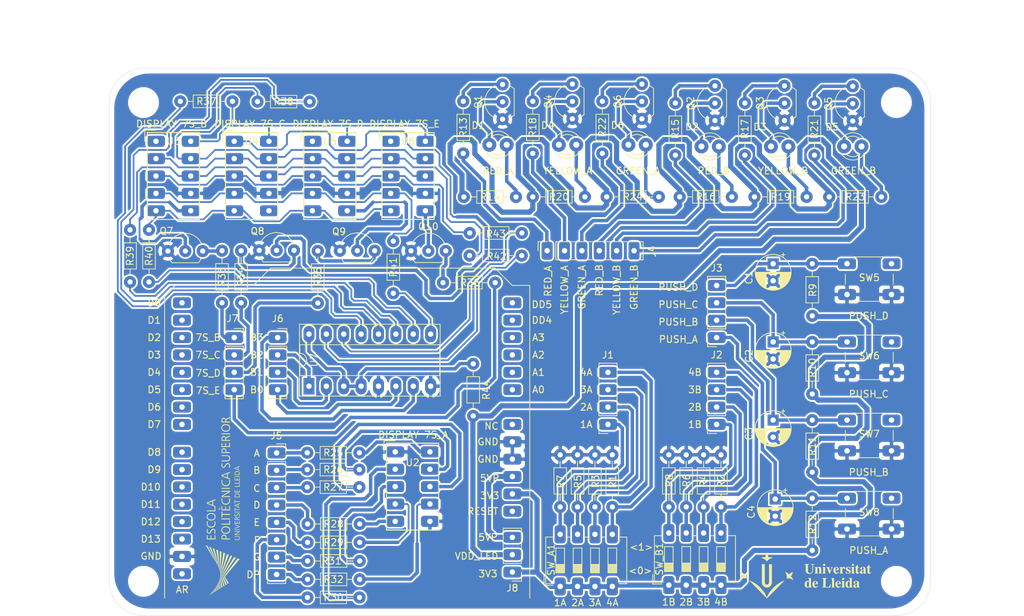
<source format=kicad_pcb>
(kicad_pcb (version 20171130) (host pcbnew "(5.1.2)-2")
  (layers (0 F.Cu signal) (31 B.Cu signal) (34 B.Paste user) (35 F.Paste user) (36 B.SilkS user) (37 F.SilkS user) (38 B.Mask user) (39 F.Mask user) (44 Edge.Cuts user))
  (net 0 "")
  (net 1 "Net-(U1-Pad14)")
  (net 2 "Net-(U1-Pad13)")
  (net 3 "Net-(U1-Pad12)")
  (net 4 "Net-(U1-Pad11)")
  (net 5 GND)
  (net 6 "Net-(U1-Pad10)")
  (net 7 "Net-(U1-Pad25)")
  (net 8 "Net-(U1-Pad9)")
  (net 9 "Net-(U1-Pad24)")
  (net 10 "Net-(U1-Pad8)")
  (net 11 "Net-(U1-Pad23)")
  (net 12 "Net-(U1-Pad7)")
  (net 13 "Net-(U1-Pad22)")
  (net 14 "Net-(U1-Pad6)")
  (net 15 "Net-(U1-Pad21)")
  (net 16 "Net-(U1-Pad20)")
  (net 17 "Net-(U1-Pad19)")
  (net 18 "Net-(U1-Pad18)")
  (net 19 "Net-(U1-Pad17)")
  (net 20 "Net-(U1-Pad1)")
  (net 21 "Net-(U1-Pad16)")
  (net 22 "Net-(U1-Pad15)")
  (net 23 "Net-(D1-Pad2)")
  (net 24 "Net-(D1-Pad1)")
  (net 25 4A)
  (net 26 3A)
  (net 27 2A)
  (net 28 1A)
  (net 29 1B)
  (net 30 2B)
  (net 31 3B)
  (net 32 4B)
  (net 33 "Net-(Q1-Pad3)")
  (net 34 "Net-(D2-Pad2)")
  (net 35 "Net-(D2-Pad1)")
  (net 36 "Net-(D3-Pad2)")
  (net 37 "Net-(D3-Pad1)")
  (net 38 "Net-(D4-Pad2)")
  (net 39 "Net-(D4-Pad1)")
  (net 40 "Net-(D5-Pad2)")
  (net 41 "Net-(D5-Pad1)")
  (net 42 "Net-(D6-Pad2)")
  (net 43 "Net-(D6-Pad1)")
  (net 44 "Net-(Q2-Pad3)")
  (net 45 "Net-(Q3-Pad3)")
  (net 46 "Net-(Q4-Pad3)")
  (net 47 "Net-(Q5-Pad3)")
  (net 48 "Net-(Q6-Pad3)")
  (net 49 POLSADOR_D)
  (net 50 POLSADOR_C)
  (net 51 POLSADOR_B)
  (net 52 POLSADOR_A)
  (net 53 GREEN_B)
  (net 54 YELLOW_B)
  (net 55 RED_B)
  (net 56 GREEN_A)
  (net 57 YELLOW_A)
  (net 58 RED_A)
  (net 59 "Net-(R25-Pad2)")
  (net 60 "Net-(R26-Pad2)")
  (net 61 "Net-(R27-Pad2)")
  (net 62 "Net-(R28-Pad2)")
  (net 63 "Net-(R29-Pad2)")
  (net 64 "Net-(R30-Pad2)")
  (net 65 "Net-(R31-Pad2)")
  (net 66 "Net-(R32-Pad2)")
  (net 67 A_DISP_MUX)
  (net 68 B_DISP_MUX)
  (net 69 C_DISP_MUX)
  (net 70 D_DISP_MUX)
  (net 71 E_DISP_MUX)
  (net 72 G_DISP_MUX)
  (net 73 F_DISP_MUX)
  (net 74 "Net-(Q7-Pad3)")
  (net 75 "Net-(Q7-Pad2)")
  (net 76 "Net-(Q8-Pad2)")
  (net 77 "Net-(Q8-Pad3)")
  (net 78 "Net-(Q9-Pad3)")
  (net 79 "Net-(Q9-Pad2)")
  (net 80 "Net-(Q10-Pad2)")
  (net 81 "Net-(Q10-Pad3)")
  (net 82 DP_DISP_A)
  (net 83 G_DISP_A)
  (net 84 F_DISP_A)
  (net 85 E_DISP_A)
  (net 86 D_DISP_A)
  (net 87 C_DISP_A)
  (net 88 B_DISP_A)
  (net 89 A_DISP_A)
  (net 90 B3)
  (net 91 B2)
  (net 92 B1)
  (net 93 B0)
  (net 94 DISP_B)
  (net 95 DISP_E)
  (net 96 DISP_D)
  (net 97 DISP_C)
  (net 98 A_DISP_MUX_R)
  (net 99 B_DISP_MUX_R)
  (net 100 C_DISP_MUX_R)
  (net 101 D_DISP_MUX_R)
  (net 102 E_DISP_MUX_R)
  (net 103 F_DISP_MUX_R)
  (net 104 G_DISP_MUX_R)
  (net 105 3V3)
  (net 106 5VP)
  (net 107 "Net-(U1-Pad28)")
  (net 108 "Net-(U1-Pad26)")
  (net 109 VDD_LED)
  (net 110 "Net-(R44-Pad1)")
  (module entrenador_v1:LED_D3.0mm_Alhambra_II (layer F.Cu) (at 152.845 58.166)
    (fp_text reference D6 (at -1.585 -2.836) (layer F.SilkS))
    (fp_text value LED)
    (pad 2 thru_hole circle (at 2.54 0) (size 2.032 2.032) (drill 0.889) (layers B.Cu B.Mask) (net 42 "Net-(D6-Pad2)"))
    (pad 1 thru_hole circle (at 0 0) (size 2.032 2.032) (drill 0.889) (layers B.Cu B.Mask) (net 43 "Net-(D6-Pad1)"))
  )
  (module entrenador_v1:LED_D3.0mm_Alhambra_II (layer F.Cu) (at 184.36 58.41)
    (fp_text reference D5 (at -1.75 -2.85) (layer F.SilkS))
    (fp_text value LED)
    (pad 2 thru_hole circle (at 2.54 0) (size 2.032 2.032) (drill 0.889) (layers B.Cu B.Mask) (net 40 "Net-(D5-Pad2)"))
    (pad 1 thru_hole circle (at 0 0) (size 2.032 2.032) (drill 0.889) (layers B.Cu B.Mask) (net 41 "Net-(D5-Pad1)"))
  )
  (module entrenador_v1:LED_D3.0mm_Alhambra_II (layer F.Cu) (at 142.685 58.166)
    (fp_text reference D4 (at -1.615 -2.826) (layer F.SilkS))
    (fp_text value LED)
    (pad 2 thru_hole circle (at 2.54 0) (size 2.032 2.032) (drill 0.889) (layers B.Cu B.Mask) (net 38 "Net-(D4-Pad2)"))
    (pad 1 thru_hole circle (at 0 0) (size 2.032 2.032) (drill 0.889) (layers B.Cu B.Mask) (net 39 "Net-(D4-Pad1)"))
  )
  (module entrenador_v1:LED_D3.0mm_Alhambra_II (layer F.Cu) (at 173.673 58.42)
    (fp_text reference D3 (at -1.593 -2.86) (layer F.SilkS))
    (fp_text value LED)
    (pad 2 thru_hole circle (at 2.54 0) (size 2.032 2.032) (drill 0.889) (layers B.Cu B.Mask) (net 36 "Net-(D3-Pad2)"))
    (pad 1 thru_hole circle (at 0 0) (size 2.032 2.032) (drill 0.889) (layers B.Cu B.Mask) (net 37 "Net-(D3-Pad1)"))
  )
  (module entrenador_v1:LED_D3.0mm_Alhambra_II (layer F.Cu) (at 163.513 58.42)
    (fp_text reference D2 (at -1.393 -2.88) (layer F.SilkS))
    (fp_text value LED)
    (pad 2 thru_hole circle (at 2.54 0) (size 2.032 2.032) (drill 0.889) (layers B.Cu B.Mask) (net 34 "Net-(D2-Pad2)"))
    (pad 1 thru_hole circle (at 0 0) (size 2.032 2.032) (drill 0.889) (layers B.Cu B.Mask) (net 35 "Net-(D2-Pad1)"))
  )
  (module entrenador_v1:LED_D3.0mm_Alhambra_II (layer F.Cu) (at 132.525 58.166)
    (fp_text reference D1 (at -1.615 -2.826) (layer F.SilkS))
    (fp_text value LED)
    (pad 2 thru_hole circle (at 2.54 0) (size 2.032 2.032) (drill 0.889) (layers B.Cu B.Mask) (net 23 "Net-(D1-Pad2)"))
    (pad 1 thru_hole circle (at 0 0) (size 2.032 2.032) (drill 0.889) (layers B.Cu B.Mask) (net 24 "Net-(D1-Pad1)"))
  )
  (module entrenador_v1:TO-92L_Inline_Wide_Alhambra_II (layer F.Cu) (at 154.82 54.376 90)
    (fp_text reference Q6 (at 2.54 -3.56 90) (layer F.SilkS))
    (fp_text value BC639)
    (pad 1 thru_hole circle (at 0 0 180) (size 1.778 1.778) (drill 0.762) (layers B.Cu B.Mask) (net 5 GND))
    (pad 3 thru_hole circle (at 5.08 0 180) (size 1.778 1.778) (drill 0.762) (layers B.Cu B.Mask) (net 48 "Net-(Q6-Pad3)"))
    (pad 2 thru_hole circle (at 2.54 0 180) (size 1.778 1.778) (drill 0.762) (layers B.Cu B.Mask) (net 43 "Net-(D6-Pad1)"))
  )
  (module entrenador_v1:TO-92L_Inline_Wide_Alhambra_II (layer F.Cu) (at 185.62 54.7 90)
    (fp_text reference Q5 (at 2.54 -3.56 90) (layer F.SilkS))
    (fp_text value BC639)
    (pad 1 thru_hole circle (at 0 0 180) (size 1.778 1.778) (drill 0.762) (layers B.Cu B.Mask) (net 5 GND))
    (pad 3 thru_hole circle (at 5.08 0 180) (size 1.778 1.778) (drill 0.762) (layers B.Cu B.Mask) (net 47 "Net-(Q5-Pad3)"))
    (pad 2 thru_hole circle (at 2.54 0 180) (size 1.778 1.778) (drill 0.762) (layers B.Cu B.Mask) (net 41 "Net-(D5-Pad1)"))
  )
  (module entrenador_v1:TO-92L_Inline_Wide_Alhambra_II (layer F.Cu) (at 144.66 54.376 90)
    (fp_text reference Q4 (at 2.54 -3.56 90) (layer F.SilkS))
    (fp_text value BC639)
    (pad 1 thru_hole circle (at 0 0 180) (size 1.778 1.778) (drill 0.762) (layers B.Cu B.Mask) (net 5 GND))
    (pad 3 thru_hole circle (at 5.08 0 180) (size 1.778 1.778) (drill 0.762) (layers B.Cu B.Mask) (net 46 "Net-(Q4-Pad3)"))
    (pad 2 thru_hole circle (at 2.54 0 180) (size 1.778 1.778) (drill 0.762) (layers B.Cu B.Mask) (net 39 "Net-(D4-Pad1)"))
  )
  (module entrenador_v1:TO-92L_Inline_Wide_Alhambra_II (layer F.Cu) (at 175.648 54.63 90)
    (fp_text reference Q3 (at 2.54 -3.56 90) (layer F.SilkS))
    (fp_text value BC639)
    (pad 1 thru_hole circle (at 0 0 180) (size 1.778 1.778) (drill 0.762) (layers B.Cu B.Mask) (net 5 GND))
    (pad 3 thru_hole circle (at 5.08 0 180) (size 1.778 1.778) (drill 0.762) (layers B.Cu B.Mask) (net 45 "Net-(Q3-Pad3)"))
    (pad 2 thru_hole circle (at 2.54 0 180) (size 1.778 1.778) (drill 0.762) (layers B.Cu B.Mask) (net 37 "Net-(D3-Pad1)"))
  )
  (module entrenador_v1:TO-92L_Inline_Wide_Alhambra_II (layer F.Cu) (at 165.488 54.63 90)
    (fp_text reference Q2 (at 2.54 -3.56 90) (layer F.SilkS))
    (fp_text value BC639)
    (pad 1 thru_hole circle (at 0 0 180) (size 1.778 1.778) (drill 0.762) (layers B.Cu B.Mask) (net 5 GND))
    (pad 3 thru_hole circle (at 5.08 0 180) (size 1.778 1.778) (drill 0.762) (layers B.Cu B.Mask) (net 44 "Net-(Q2-Pad3)"))
    (pad 2 thru_hole circle (at 2.54 0 180) (size 1.778 1.778) (drill 0.762) (layers B.Cu B.Mask) (net 35 "Net-(D2-Pad1)"))
  )
  (module entrenador_v1:TO-92L_Inline_Wide_Alhambra_II (layer F.Cu) (at 134.46 54.43 90)
    (fp_text reference Q1 (at 2.54 -3.56 90) (layer F.SilkS))
    (fp_text value BC639)
    (pad 1 thru_hole circle (at 0 0 180) (size 1.778 1.778) (drill 0.762) (layers B.Cu B.Mask) (net 5 GND))
    (pad 3 thru_hole circle (at 5.08 0 180) (size 1.778 1.778) (drill 0.762) (layers B.Cu B.Mask) (net 33 "Net-(Q1-Pad3)"))
    (pad 2 thru_hole circle (at 2.54 0 180) (size 1.778 1.778) (drill 0.762) (layers B.Cu B.Mask) (net 24 "Net-(D1-Pad1)"))
  )
  (module entrenador_v1:TO-92L_Inline_Wide_Alhambra_II (layer F.Cu) (at 121.0818 73.6854)
    (fp_text reference Q10 (at 2.54 -3.56) (layer F.SilkS))
    (fp_text value BC639)
    (pad 1 thru_hole circle (at 0 0 90) (size 1.778 1.778) (drill 0.762) (layers B.Cu B.Mask) (net 5 GND))
    (pad 3 thru_hole circle (at 5.08 0 90) (size 1.778 1.778) (drill 0.762) (layers B.Cu B.Mask) (net 81 "Net-(Q10-Pad3)"))
    (pad 2 thru_hole circle (at 2.54 0 90) (size 1.778 1.778) (drill 0.762) (layers B.Cu B.Mask) (net 80 "Net-(Q10-Pad2)"))
  )
  (module entrenador_v1:TO-92L_Inline_Wide_Alhambra_II (layer F.Cu) (at 110.6932 73.66)
    (fp_text reference Q9 (at -0.127 -2.794) (layer F.SilkS))
    (fp_text value BC639)
    (pad 1 thru_hole circle (at 0 0 90) (size 1.778 1.778) (drill 0.762) (layers B.Cu B.Mask) (net 5 GND))
    (pad 3 thru_hole circle (at 5.08 0 90) (size 1.778 1.778) (drill 0.762) (layers B.Cu B.Mask) (net 78 "Net-(Q9-Pad3)"))
    (pad 2 thru_hole circle (at 2.54 0 90) (size 1.778 1.778) (drill 0.762) (layers B.Cu B.Mask) (net 79 "Net-(Q9-Pad2)"))
  )
  (module entrenador_v1:TO-92L_Inline_Wide_Alhambra_II (layer F.Cu) (at 98.9076 73.6092)
    (fp_text reference Q8 (at -0.254 -2.794) (layer F.SilkS))
    (fp_text value BC639)
    (pad 1 thru_hole circle (at 0 0 90) (size 1.778 1.778) (drill 0.762) (layers B.Cu B.Mask) (net 5 GND))
    (pad 3 thru_hole circle (at 5.08 0 90) (size 1.778 1.778) (drill 0.762) (layers B.Cu B.Mask) (net 77 "Net-(Q8-Pad3)"))
    (pad 2 thru_hole circle (at 2.54 0 90) (size 1.778 1.778) (drill 0.762) (layers B.Cu B.Mask) (net 76 "Net-(Q8-Pad2)"))
  )
  (module entrenador_v1:R_Axial_Alhambra_II (layer F.Cu) (at 133.3754 78.3336 180)
    (fp_text reference R36 (at 3.683 0) (layer F.SilkS))
    (fp_text value 10k)
    (pad 2 thru_hole oval (at 7.62 0 180) (size 1.778 1.778) (drill 0.762) (layers B.Cu B.Mask) (net 81 "Net-(Q10-Pad3)"))
    (pad 1 thru_hole oval (at 0 0 180) (size 1.778 1.778) (drill 0.762) (layers B.Cu B.Mask) (net 95 DISP_E))
  )
  (module entrenador_v1:R_Axial_Alhambra_II (layer F.Cu) (at 107.4674 81.3054 90)
    (fp_text reference R35 (at 3.81 0 90) (layer F.SilkS))
    (fp_text value 10k)
    (pad 2 thru_hole oval (at 7.62 0 90) (size 1.778 1.778) (drill 0.762) (layers B.Cu B.Mask) (net 78 "Net-(Q9-Pad3)"))
    (pad 1 thru_hole oval (at 0 0 90) (size 1.778 1.778) (drill 0.762) (layers B.Cu B.Mask) (net 96 DISP_D))
  )
  (module entrenador_v1:R_Axial_Alhambra_II (layer F.Cu) (at 96.266 81.28 90)
    (fp_text reference R34 (at 3.81 0 90) (layer F.SilkS))
    (fp_text value 10k)
    (pad 2 thru_hole oval (at 7.62 0 90) (size 1.778 1.778) (drill 0.762) (layers B.Cu B.Mask) (net 77 "Net-(Q8-Pad3)"))
    (pad 1 thru_hole oval (at 0 0 90) (size 1.778 1.778) (drill 0.762) (layers B.Cu B.Mask) (net 97 DISP_C))
  )
  (module entrenador_v1:R_Axial_Alhambra_II (layer F.Cu) (at 93.472 81.28 90)
    (fp_text reference R33 (at 3.81 0 90) (layer F.SilkS))
    (fp_text value 10k)
    (pad 2 thru_hole oval (at 7.62 0 90) (size 1.778 1.778) (drill 0.762) (layers B.Cu B.Mask) (net 74 "Net-(Q7-Pad3)"))
    (pad 1 thru_hole oval (at 0 0 90) (size 1.778 1.778) (drill 0.762) (layers B.Cu B.Mask) (net 94 DISP_B))
  )
  (module entrenador_v1:R_Axial_Alhambra_II (layer F.Cu) (at 150.495 111.125 90)
    (fp_text reference R1 (at 3.7084 0.0508 90) (layer F.SilkS))
    (fp_text value 10k)
    (pad 2 thru_hole oval (at 7.62 0 90) (size 1.778 1.778) (drill 0.762) (layers B.Cu B.Mask) (net 5 GND))
    (pad 1 thru_hole oval (at 0 0 90) (size 1.778 1.778) (drill 0.762) (layers B.Cu B.Mask) (net 25 4A))
  )
  (module entrenador_v1:R_Axial_Alhambra_II (layer F.Cu) (at 166.37 111.125 90)
    (fp_text reference R2 (at 3.7846 0.0254 90) (layer F.SilkS))
    (fp_text value 10k)
    (pad 2 thru_hole oval (at 7.62 0 90) (size 1.778 1.778) (drill 0.762) (layers B.Cu B.Mask) (net 5 GND))
    (pad 1 thru_hole oval (at 0 0 90) (size 1.778 1.778) (drill 0.762) (layers B.Cu B.Mask) (net 32 4B))
  )
  (module entrenador_v1:R_Axial_Alhambra_II (layer F.Cu) (at 147.955 111.125 90)
    (fp_text reference R3 (at 3.7338 0.1016 90) (layer F.SilkS))
    (fp_text value 10k)
    (pad 2 thru_hole oval (at 7.62 0 90) (size 1.778 1.778) (drill 0.762) (layers B.Cu B.Mask) (net 5 GND))
    (pad 1 thru_hole oval (at 0 0 90) (size 1.778 1.778) (drill 0.762) (layers B.Cu B.Mask) (net 26 3A))
  )
  (module entrenador_v1:R_Axial_Alhambra_II (layer F.Cu) (at 163.83 111.125 90)
    (fp_text reference R4 (at 3.8608 0.0254 90) (layer F.SilkS))
    (fp_text value 10k)
    (pad 2 thru_hole oval (at 7.62 0 90) (size 1.778 1.778) (drill 0.762) (layers B.Cu B.Mask) (net 5 GND))
    (pad 1 thru_hole oval (at 0 0 90) (size 1.778 1.778) (drill 0.762) (layers B.Cu B.Mask) (net 31 3B))
  )
  (module entrenador_v1:R_Axial_Alhambra_II (layer F.Cu) (at 145.415 111.125 90)
    (fp_text reference R5 (at 3.7084 0.0508 90) (layer F.SilkS))
    (fp_text value 10k)
    (pad 2 thru_hole oval (at 7.62 0 90) (size 1.778 1.778) (drill 0.762) (layers B.Cu B.Mask) (net 5 GND))
    (pad 1 thru_hole oval (at 0 0 90) (size 1.778 1.778) (drill 0.762) (layers B.Cu B.Mask) (net 27 2A))
  )
  (module entrenador_v1:R_Axial_Alhambra_II (layer F.Cu) (at 161.29 111.125 90)
    (fp_text reference R6 (at 3.8862 0.0508 90) (layer F.SilkS))
    (fp_text value 10k)
    (pad 2 thru_hole oval (at 7.62 0 90) (size 1.778 1.778) (drill 0.762) (layers B.Cu B.Mask) (net 5 GND))
    (pad 1 thru_hole oval (at 0 0 90) (size 1.778 1.778) (drill 0.762) (layers B.Cu B.Mask) (net 30 2B))
  )
  (module entrenador_v1:R_Axial_Alhambra_II (layer F.Cu) (at 142.875 111.125 90)
    (fp_text reference R7 (at 3.683 0.0762 90) (layer F.SilkS))
    (fp_text value 10k)
    (pad 2 thru_hole oval (at 7.62 0 90) (size 1.778 1.778) (drill 0.762) (layers B.Cu B.Mask) (net 5 GND))
    (pad 1 thru_hole oval (at 0 0 90) (size 1.778 1.778) (drill 0.762) (layers B.Cu B.Mask) (net 28 1A))
  )
  (module entrenador_v1:R_Axial_Alhambra_II (layer F.Cu) (at 158.75 111.125 90)
    (fp_text reference R8 (at 3.8862 0.0762 90) (layer F.SilkS))
    (fp_text value 10k)
    (pad 2 thru_hole oval (at 7.62 0 90) (size 1.778 1.778) (drill 0.762) (layers B.Cu B.Mask) (net 5 GND))
    (pad 1 thru_hole oval (at 0 0 90) (size 1.778 1.778) (drill 0.762) (layers B.Cu B.Mask) (net 29 1B))
  )
  (module entrenador_v1:R_Axial_Alhambra_II (layer F.Cu) (at 179.705 83.185 90)
    (fp_text reference R9 (at 3.7592 0.0762 90) (layer F.SilkS))
    (fp_text value 10k)
    (pad 2 thru_hole oval (at 7.62 0 90) (size 1.778 1.778) (drill 0.762) (layers B.Cu B.Mask) (net 49 POLSADOR_D))
    (pad 1 thru_hole oval (at 0 0 90) (size 1.778 1.778) (drill 0.762) (layers B.Cu B.Mask) (net 105 3V3))
  )
  (module entrenador_v1:R_Axial_Alhambra_II (layer F.Cu) (at 179.705 94.615 90)
    (fp_text reference R10 (at 3.8354 0.0254 90) (layer F.SilkS))
    (fp_text value 10k)
    (pad 2 thru_hole oval (at 7.62 0 90) (size 1.778 1.778) (drill 0.762) (layers B.Cu B.Mask) (net 50 POLSADOR_C))
    (pad 1 thru_hole oval (at 0 0 90) (size 1.778 1.778) (drill 0.762) (layers B.Cu B.Mask) (net 105 3V3))
  )
  (module entrenador_v1:R_Axial_Alhambra_II (layer F.Cu) (at 179.705 106.045 90)
    (fp_text reference R11 (at 3.8354 0 90) (layer F.SilkS))
    (fp_text value 10k)
    (pad 2 thru_hole oval (at 7.62 0 90) (size 1.778 1.778) (drill 0.762) (layers B.Cu B.Mask) (net 51 POLSADOR_B))
    (pad 1 thru_hole oval (at 0 0 90) (size 1.778 1.778) (drill 0.762) (layers B.Cu B.Mask) (net 105 3V3))
  )
  (module entrenador_v1:R_Axial_Alhambra_II (layer F.Cu) (at 179.705 117.475 90)
    (fp_text reference R12 (at 3.81 0.0508 90) (layer F.SilkS))
    (fp_text value 10k)
    (pad 2 thru_hole oval (at 7.62 0 90) (size 1.778 1.778) (drill 0.762) (layers B.Cu B.Mask) (net 52 POLSADOR_A))
    (pad 1 thru_hole oval (at 0 0 90) (size 1.778 1.778) (drill 0.762) (layers B.Cu B.Mask) (net 105 3V3))
  )
  (module entrenador_v1:R_Axial_Alhambra_II (layer F.Cu) (at 128.715 51.816 270)
    (fp_text reference R13 (at 3.81 0 90) (layer F.SilkS))
    (fp_text value 10k)
    (pad 2 thru_hole oval (at 7.62 0 270) (size 1.778 1.778) (drill 0.762) (layers B.Cu B.Mask) (net 58 RED_A))
    (pad 1 thru_hole oval (at 0 0 270) (size 1.778 1.778) (drill 0.762) (layers B.Cu B.Mask) (net 33 "Net-(Q1-Pad3)"))
  )
  (module entrenador_v1:R_Axial_Alhambra_II (layer F.Cu) (at 128.8 65.8)
    (fp_text reference R14 (at 3.81 0) (layer F.SilkS))
    (fp_text value 10k)
    (pad 2 thru_hole oval (at 7.62 0) (size 1.778 1.778) (drill 0.762) (layers B.Cu B.Mask) (net 23 "Net-(D1-Pad2)"))
    (pad 1 thru_hole oval (at 0 0) (size 1.778 1.778) (drill 0.762) (layers B.Cu B.Mask) (net 109 VDD_LED))
  )
  (module entrenador_v1:R_Axial_Alhambra_II (layer F.Cu) (at 159.703 52.07 270)
    (fp_text reference R15 (at 3.81 0 90) (layer F.SilkS))
    (fp_text value 10k)
    (pad 2 thru_hole oval (at 7.62 0 270) (size 1.778 1.778) (drill 0.762) (layers B.Cu B.Mask) (net 55 RED_B))
    (pad 1 thru_hole oval (at 0 0 270) (size 1.778 1.778) (drill 0.762) (layers B.Cu B.Mask) (net 44 "Net-(Q2-Pad3)"))
  )
  (module entrenador_v1:R_Axial_Alhambra_II (layer F.Cu) (at 160.338 65.786)
    (fp_text reference R16 (at 3.81 0) (layer F.SilkS))
    (fp_text value 10k)
    (pad 2 thru_hole oval (at 7.62 0) (size 1.778 1.778) (drill 0.762) (layers B.Cu B.Mask) (net 34 "Net-(D2-Pad2)"))
    (pad 1 thru_hole oval (at 0 0) (size 1.778 1.778) (drill 0.762) (layers B.Cu B.Mask) (net 109 VDD_LED))
  )
  (module entrenador_v1:R_Axial_Alhambra_II (layer F.Cu) (at 169.863 52.07 270)
    (fp_text reference R17 (at 3.81 0 90) (layer F.SilkS))
    (fp_text value 10k)
    (pad 2 thru_hole oval (at 7.62 0 270) (size 1.778 1.778) (drill 0.762) (layers B.Cu B.Mask) (net 54 YELLOW_B))
    (pad 1 thru_hole oval (at 0 0 270) (size 1.778 1.778) (drill 0.762) (layers B.Cu B.Mask) (net 45 "Net-(Q3-Pad3)"))
  )
  (module entrenador_v1:R_Axial_Alhambra_II (layer F.Cu) (at 138.875 51.816 270)
    (fp_text reference R18 (at 3.81 0 90) (layer F.SilkS))
    (fp_text value 10k)
    (pad 2 thru_hole oval (at 7.62 0 270) (size 1.778 1.778) (drill 0.762) (layers B.Cu B.Mask) (net 57 YELLOW_A))
    (pad 1 thru_hole oval (at 0 0 270) (size 1.778 1.778) (drill 0.762) (layers B.Cu B.Mask) (net 46 "Net-(Q4-Pad3)"))
  )
  (module entrenador_v1:R_Axial_Alhambra_II (layer F.Cu) (at 171.26 65.786)
    (fp_text reference R19 (at 3.81 0) (layer F.SilkS))
    (fp_text value 10k)
    (pad 2 thru_hole oval (at 7.62 0) (size 1.778 1.778) (drill 0.762) (layers B.Cu B.Mask) (net 36 "Net-(D3-Pad2)"))
    (pad 1 thru_hole oval (at 0 0) (size 1.778 1.778) (drill 0.762) (layers B.Cu B.Mask) (net 109 VDD_LED))
  )
  (module entrenador_v1:R_Axial_Alhambra_II (layer F.Cu) (at 138.875 65.786)
    (fp_text reference R20 (at 3.81 0) (layer F.SilkS))
    (fp_text value 10k)
    (pad 2 thru_hole oval (at 7.62 0) (size 1.778 1.778) (drill 0.762) (layers B.Cu B.Mask) (net 38 "Net-(D4-Pad2)"))
    (pad 1 thru_hole oval (at 0 0) (size 1.778 1.778) (drill 0.762) (layers B.Cu B.Mask) (net 109 VDD_LED))
  )
  (module entrenador_v1:R_Axial_Alhambra_II (layer F.Cu) (at 180.023 52.07 270)
    (fp_text reference R21 (at 3.81 0 90) (layer F.SilkS))
    (fp_text value 10k)
    (pad 2 thru_hole oval (at 7.62 0 270) (size 1.778 1.778) (drill 0.762) (layers B.Cu B.Mask) (net 53 GREEN_B))
    (pad 1 thru_hole oval (at 0 0 270) (size 1.778 1.778) (drill 0.762) (layers B.Cu B.Mask) (net 47 "Net-(Q5-Pad3)"))
  )
  (module entrenador_v1:R_Axial_Alhambra_II (layer F.Cu) (at 149.035 51.816 270)
    (fp_text reference R22 (at 3.81 0 90) (layer F.SilkS))
    (fp_text value 10k)
    (pad 2 thru_hole oval (at 7.62 0 270) (size 1.778 1.778) (drill 0.762) (layers B.Cu B.Mask) (net 56 GREEN_A))
    (pad 1 thru_hole oval (at 0 0 270) (size 1.778 1.778) (drill 0.762) (layers B.Cu B.Mask) (net 48 "Net-(Q6-Pad3)"))
  )
  (module entrenador_v1:R_Axial_Alhambra_II (layer F.Cu) (at 182.182 65.786)
    (fp_text reference R23 (at 3.81 0) (layer F.SilkS))
    (fp_text value 10k)
    (pad 2 thru_hole oval (at 7.62 0) (size 1.778 1.778) (drill 0.762) (layers B.Cu B.Mask) (net 40 "Net-(D5-Pad2)"))
    (pad 1 thru_hole oval (at 0 0) (size 1.778 1.778) (drill 0.762) (layers B.Cu B.Mask) (net 109 VDD_LED))
  )
  (module entrenador_v1:R_Axial_Alhambra_II (layer F.Cu) (at 149.67 65.786)
    (fp_text reference R24 (at 3.81 0) (layer F.SilkS))
    (fp_text value 10k)
    (pad 2 thru_hole oval (at 7.62 0) (size 1.778 1.778) (drill 0.762) (layers B.Cu B.Mask) (net 42 "Net-(D6-Pad2)"))
    (pad 1 thru_hole oval (at 0 0) (size 1.778 1.778) (drill 0.762) (layers B.Cu B.Mask) (net 109 VDD_LED))
  )
  (module entrenador_v1:R_Axial_Alhambra_II (layer F.Cu) (at 105.918 103.2002)
    (fp_text reference R25 (at 3.81 0) (layer F.SilkS))
    (fp_text value 180)
    (pad 2 thru_hole oval (at 7.62 0) (size 1.778 1.778) (drill 0.762) (layers B.Cu B.Mask) (net 59 "Net-(R25-Pad2)"))
    (pad 1 thru_hole oval (at 0 0) (size 1.778 1.778) (drill 0.762) (layers B.Cu B.Mask) (net 89 A_DISP_A))
  )
  (module entrenador_v1:R_Axial_Alhambra_II (layer F.Cu) (at 105.918 105.664)
    (fp_text reference R26 (at 3.81 0) (layer F.SilkS))
    (fp_text value 180)
    (pad 2 thru_hole oval (at 7.62 0) (size 1.778 1.778) (drill 0.762) (layers B.Cu B.Mask) (net 60 "Net-(R26-Pad2)"))
    (pad 1 thru_hole oval (at 0 0) (size 1.778 1.778) (drill 0.762) (layers B.Cu B.Mask) (net 88 B_DISP_A))
  )
  (module entrenador_v1:R_Axial_Alhambra_II (layer F.Cu) (at 105.918 108.2294)
    (fp_text reference R27 (at 3.81 0) (layer F.SilkS))
    (fp_text value 180)
    (pad 2 thru_hole oval (at 7.62 0) (size 1.778 1.778) (drill 0.762) (layers B.Cu B.Mask) (net 61 "Net-(R27-Pad2)"))
    (pad 1 thru_hole oval (at 0 0) (size 1.778 1.778) (drill 0.762) (layers B.Cu B.Mask) (net 87 C_DISP_A))
  )
  (module entrenador_v1:R_Axial_Alhambra_II (layer F.Cu) (at 105.9688 113.6142)
    (fp_text reference R28 (at 3.81 0) (layer F.SilkS))
    (fp_text value 180)
    (pad 2 thru_hole oval (at 7.62 0) (size 1.778 1.778) (drill 0.762) (layers B.Cu B.Mask) (net 62 "Net-(R28-Pad2)"))
    (pad 1 thru_hole oval (at 0 0) (size 1.778 1.778) (drill 0.762) (layers B.Cu B.Mask) (net 86 D_DISP_A))
  )
  (module entrenador_v1:R_Axial_Alhambra_II (layer F.Cu) (at 105.9688 116.3066)
    (fp_text reference R29 (at 3.81 0) (layer F.SilkS))
    (fp_text value 180)
    (pad 2 thru_hole oval (at 7.62 0) (size 1.778 1.778) (drill 0.762) (layers B.Cu B.Mask) (net 63 "Net-(R29-Pad2)"))
    (pad 1 thru_hole oval (at 0 0) (size 1.778 1.778) (drill 0.762) (layers B.Cu B.Mask) (net 85 E_DISP_A))
  )
  (module entrenador_v1:R_Axial_Alhambra_II (layer F.Cu) (at 105.9434 124.3584)
    (fp_text reference R30 (at 3.81 0) (layer F.SilkS))
    (fp_text value 180)
    (pad 2 thru_hole oval (at 7.62 0) (size 1.778 1.778) (drill 0.762) (layers B.Cu B.Mask) (net 64 "Net-(R30-Pad2)"))
    (pad 1 thru_hole oval (at 0 0) (size 1.778 1.778) (drill 0.762) (layers B.Cu B.Mask) (net 84 F_DISP_A))
  )
  (module entrenador_v1:R_Axial_Alhambra_II (layer F.Cu) (at 105.9688 119.0244)
    (fp_text reference R31 (at 3.5 0) (layer F.SilkS))
    (fp_text value 180)
    (pad 2 thru_hole oval (at 7.62 0) (size 1.778 1.778) (drill 0.762) (layers B.Cu B.Mask) (net 65 "Net-(R31-Pad2)"))
    (pad 1 thru_hole oval (at 0 0) (size 1.778 1.778) (drill 0.762) (layers B.Cu B.Mask) (net 83 G_DISP_A))
  )
  (module entrenador_v1:R_Axial_Alhambra_II (layer F.Cu) (at 105.9688 121.7168)
    (fp_text reference R32 (at 3.81 0) (layer F.SilkS))
    (fp_text value 180)
    (pad 2 thru_hole oval (at 7.62 0) (size 1.778 1.778) (drill 0.762) (layers B.Cu B.Mask) (net 66 "Net-(R32-Pad2)"))
    (pad 1 thru_hole oval (at 0 0) (size 1.778 1.778) (drill 0.762) (layers B.Cu B.Mask) (net 82 DP_DISP_A))
  )
  (module entrenador_v1:R_Axial_Alhambra_II (layer F.Cu) (at 87.376 51.816)
    (fp_text reference R37 (at 3.81 0) (layer F.SilkS))
    (fp_text value 180)
    (pad 2 thru_hole oval (at 7.62 0) (size 1.778 1.778) (drill 0.762) (layers B.Cu B.Mask) (net 98 A_DISP_MUX_R))
    (pad 1 thru_hole oval (at 0 0) (size 1.778 1.778) (drill 0.762) (layers B.Cu B.Mask) (net 67 A_DISP_MUX))
  )
  (module entrenador_v1:R_Axial_Alhambra_II (layer F.Cu) (at 106.28 51.86 180)
    (fp_text reference R38 (at 3.81 0) (layer F.SilkS))
    (fp_text value 180)
    (pad 2 thru_hole oval (at 7.62 0 180) (size 1.778 1.778) (drill 0.762) (layers B.Cu B.Mask) (net 99 B_DISP_MUX_R))
    (pad 1 thru_hole oval (at 0 0 180) (size 1.778 1.778) (drill 0.762) (layers B.Cu B.Mask) (net 68 B_DISP_MUX))
  )
  (module entrenador_v1:R_Axial_Alhambra_II (layer F.Cu) (at 80.0354 78.232 90)
    (fp_text reference R39 (at 3.81 0 90) (layer F.SilkS))
    (fp_text value 180)
    (pad 2 thru_hole oval (at 7.62 0 90) (size 1.778 1.778) (drill 0.762) (layers B.Cu B.Mask) (net 100 C_DISP_MUX_R))
    (pad 1 thru_hole oval (at 0 0 90) (size 1.778 1.778) (drill 0.762) (layers B.Cu B.Mask) (net 69 C_DISP_MUX))
  )
  (module entrenador_v1:R_Axial_Alhambra_II (layer F.Cu) (at 118.491 79.883 90)
    (fp_text reference R41 (at 3.81 0 90) (layer F.SilkS))
    (fp_text value 180)
    (pad 2 thru_hole oval (at 7.62 0 90) (size 1.778 1.778) (drill 0.762) (layers B.Cu B.Mask) (net 102 E_DISP_MUX_R))
    (pad 1 thru_hole oval (at 0 0 90) (size 1.778 1.778) (drill 0.762) (layers B.Cu B.Mask) (net 71 E_DISP_MUX))
  )
  (module entrenador_v1:R_Axial_Alhambra_II (layer F.Cu) (at 137.2616 74.3712 180)
    (fp_text reference R42 (at 3.683 -0.127) (layer F.SilkS))
    (fp_text value 180)
    (pad 2 thru_hole oval (at 7.62 0 180) (size 1.778 1.778) (drill 0.762) (layers B.Cu B.Mask) (net 103 F_DISP_MUX_R))
    (pad 1 thru_hole oval (at 0 0 180) (size 1.778 1.778) (drill 0.762) (layers B.Cu B.Mask) (net 73 F_DISP_MUX))
  )
  (module entrenador_v1:R_Axial_Alhambra_II (layer F.Cu) (at 137.287 71.0692 180)
    (fp_text reference R43 (at 3.81 -0.127) (layer F.SilkS))
    (fp_text value 180)
    (pad 2 thru_hole oval (at 7.62 0 180) (size 1.778 1.778) (drill 0.762) (layers B.Cu B.Mask) (net 104 G_DISP_MUX_R))
    (pad 1 thru_hole oval (at 0 0 180) (size 1.778 1.778) (drill 0.762) (layers B.Cu B.Mask) (net 72 G_DISP_MUX))
  )
  (module entrenador_v1:R_Axial_Alhambra_II (layer F.Cu) (at 82.804 78.232 90)
    (fp_text reference R40 (at 3.81 0 90) (layer F.SilkS))
    (fp_text value 180)
    (pad 2 thru_hole oval (at 7.62 0 90) (size 1.778 1.778) (drill 0.762) (layers B.Cu B.Mask) (net 101 D_DISP_MUX_R))
    (pad 1 thru_hole oval (at 0 0 90) (size 1.778 1.778) (drill 0.762) (layers B.Cu B.Mask) (net 70 D_DISP_MUX))
  )
  (module entrenador_v1:R_Axial_Alhambra_II (layer F.Cu) (at 130.175 90.1954 270)
    (fp_text reference R44 (at 3.81 -1.92 90) (layer F.SilkS))
    (fp_text value "0 (BRIDGE)")
    (pad 2 thru_hole oval (at 7.62 0 270) (size 1.778 1.778) (drill 0.762) (layers B.Cu B.Mask) (net 109 VDD_LED))
    (pad 1 thru_hole oval (at 0 0 270) (size 1.778 1.778) (drill 0.762) (layers B.Cu B.Mask) (net 110 "Net-(R44-Pad1)"))
  )
  (module entrenador_v1:TO-92L_Inline_Wide_Alhambra_II (layer F.Cu) (at 85.5726 73.7108)
    (fp_text reference Q7 (at -0.2286 -2.921) (layer F.SilkS))
    (fp_text value BC639)
    (pad 1 thru_hole circle (at 0 0 90) (size 1.778 1.778) (drill 0.762) (layers B.Cu B.Mask) (net 5 GND))
    (pad 3 thru_hole circle (at 5.08 0 90) (size 1.778 1.778) (drill 0.762) (layers B.Cu B.Mask) (net 74 "Net-(Q7-Pad3)"))
    (pad 2 thru_hole circle (at 2.54 0 90) (size 1.778 1.778) (drill 0.762) (layers B.Cu B.Mask) (net 75 "Net-(Q7-Pad2)"))
  )
  (module Package_DIP:DIP-16_W7.62mm_Socket_LongPads (layer F.Cu) (at 106.172 93.472 90)
    (fp_text reference U7 (at 3.81 0.762 90) (layer F.SilkS))
    (fp_text value 4511_Alhambra_II)
    (pad 1 thru_hole rect (at 0 0 90) (size 2.4 1.6) (drill 0.8) (layers B.Cu B.Mask) (net 92 B1))
    (pad 9 thru_hole oval (at 7.62 17.78 90) (size 2.4 1.6) (drill 0.8) (layers B.Cu B.Mask) (net 71 E_DISP_MUX))
    (pad 2 thru_hole oval (at 0 2.54 90) (size 2.4 1.6) (drill 0.8) (layers B.Cu B.Mask) (net 91 B2))
    (pad 10 thru_hole oval (at 7.62 15.24 90) (size 2.4 1.6) (drill 0.8) (layers B.Cu B.Mask) (net 70 D_DISP_MUX))
    (pad 3 thru_hole oval (at 0 5.08 90) (size 2.4 1.6) (drill 0.8) (layers B.Cu B.Mask) (net 110 "Net-(R44-Pad1)"))
    (pad 11 thru_hole oval (at 7.62 12.7 90) (size 2.4 1.6) (drill 0.8) (layers B.Cu B.Mask) (net 69 C_DISP_MUX))
    (pad 4 thru_hole oval (at 0 7.62 90) (size 2.4 1.6) (drill 0.8) (layers B.Cu B.Mask) (net 110 "Net-(R44-Pad1)"))
    (pad 12 thru_hole oval (at 7.62 10.16 90) (size 2.4 1.6) (drill 0.8) (layers B.Cu B.Mask) (net 68 B_DISP_MUX))
    (pad 5 thru_hole oval (at 0 10.16 90) (size 2.4 1.6) (drill 0.8) (layers B.Cu B.Mask) (net 5 GND))
    (pad 13 thru_hole oval (at 7.62 7.62 90) (size 2.4 1.6) (drill 0.8) (layers B.Cu B.Mask) (net 67 A_DISP_MUX))
    (pad 6 thru_hole oval (at 0 12.7 90) (size 2.4 1.6) (drill 0.8) (layers B.Cu B.Mask) (net 90 B3))
    (pad 14 thru_hole oval (at 7.62 5.08 90) (size 2.4 1.6) (drill 0.8) (layers B.Cu B.Mask) (net 72 G_DISP_MUX))
    (pad 7 thru_hole oval (at 0 15.24 90) (size 2.4 1.6) (drill 0.8) (layers B.Cu B.Mask) (net 93 B0))
    (pad 15 thru_hole oval (at 7.62 2.54 90) (size 2.4 1.6) (drill 0.8) (layers B.Cu B.Mask) (net 73 F_DISP_MUX))
    (pad 8 thru_hole oval (at 0 17.78 90) (size 2.4 1.6) (drill 0.8) (layers B.Cu B.Mask) (net 5 GND))
    (pad 16 thru_hole oval (at 7.62 0 90) (size 2.4 1.6) (drill 0.8) (layers B.Cu B.Mask) (net 110 "Net-(R44-Pad1)"))
  )
  (module entrenador_v1:PUSH_Button_Alhambra_II (layer F.Cu) (at 184.785 86.995)
    (fp_text reference SW6 (at 3.25 2.032) (layer F.SilkS))
    (fp_text value SW_Push)
    (pad 2 thru_hole roundrect (at 0 4.5 180) (size 2.616 1.6) (drill 0.8) (layers B.Cu B.Mask) (net 5 GND))
    (pad 1 thru_hole roundrect (at 0 0 180) (size 2.616 1.6) (drill 0.8) (layers B.Cu B.Mask) (net 50 POLSADOR_C))
    (pad 2 thru_hole roundrect (at 6.5 4.5 180) (size 2.616 1.6) (drill 0.8) (layers B.Cu B.Mask) (net 5 GND))
    (pad 1 thru_hole roundrect (at 6.5 0 180) (size 2.616 1.6) (drill 0.8) (layers B.Cu B.Mask) (net 50 POLSADOR_C))
  )
  (module entrenador_v1:PinSocket_1x04_P2.54mm_Vertical_Alhambra_II (layer F.Cu) (at 165.735 99.06 180)
    (fp_text reference J2 (at 0 10.16) (layer F.SilkS))
    (fp_text value Conn_01x04)
    (pad 1 thru_hole roundrect (at 0 0) (size 2.616 1.6) (drill 0.8) (layers B.Cu B.Mask) (net 29 1B))
    (pad 2 thru_hole roundrect (at 0 2.54) (size 2.616 1.6) (drill 0.8) (layers B.Cu B.Mask) (net 30 2B))
    (pad 3 thru_hole roundrect (at 0 5.08) (size 2.616 1.6) (drill 0.8) (layers B.Cu B.Mask) (net 31 3B))
    (pad 4 thru_hole roundrect (at 0 7.62) (size 2.616 1.6) (drill 0.8) (layers B.Cu B.Mask) (net 32 4B))
  )
  (module entrenador_v1:PUSH_Button_Alhambra_II (layer F.Cu) (at 184.785 109.855)
    (fp_text reference SW8 (at 3.25 2.032) (layer F.SilkS))
    (fp_text value SW_Push)
    (pad 2 thru_hole roundrect (at 0 4.5 180) (size 2.616 1.6) (drill 0.8) (layers B.Cu B.Mask) (net 5 GND))
    (pad 1 thru_hole roundrect (at 0 0 180) (size 2.616 1.6) (drill 0.8) (layers B.Cu B.Mask) (net 52 POLSADOR_A))
    (pad 2 thru_hole roundrect (at 6.5 4.5 180) (size 2.616 1.6) (drill 0.8) (layers B.Cu B.Mask) (net 5 GND))
    (pad 1 thru_hole roundrect (at 6.5 0 180) (size 2.616 1.6) (drill 0.8) (layers B.Cu B.Mask) (net 52 POLSADOR_A))
  )
  (module entrenador_v1:PUSH_Button_Alhambra_II (layer F.Cu) (at 184.785 98.425)
    (fp_text reference SW7 (at 3.25 2.032) (layer F.SilkS))
    (fp_text value SW_Push)
    (pad 1 thru_hole roundrect (at 6.5 0 180) (size 2.616 1.6) (drill 0.8) (layers B.Cu B.Mask) (net 51 POLSADOR_B))
    (pad 2 thru_hole roundrect (at 6.5 4.5 180) (size 2.616 1.6) (drill 0.8) (layers B.Cu B.Mask) (net 5 GND))
    (pad 1 thru_hole roundrect (at 0 0 180) (size 2.616 1.6) (drill 0.8) (layers B.Cu B.Mask) (net 51 POLSADOR_B))
    (pad 2 thru_hole roundrect (at 0 4.5 180) (size 2.616 1.6) (drill 0.8) (layers B.Cu B.Mask) (net 5 GND))
  )
  (module entrenador_v1:PUSH_Button_Alhambra_II (layer F.Cu) (at 184.785 75.565)
    (fp_text reference SW5 (at 3.25 2.032) (layer F.SilkS))
    (fp_text value SW_Push)
    (pad 1 thru_hole roundrect (at 6.5 0 180) (size 2.616 1.6) (drill 0.8) (layers B.Cu B.Mask) (net 49 POLSADOR_D))
    (pad 2 thru_hole roundrect (at 6.5 4.5 180) (size 2.616 1.6) (drill 0.8) (layers B.Cu B.Mask) (net 5 GND))
    (pad 1 thru_hole roundrect (at 0 0 180) (size 2.616 1.6) (drill 0.8) (layers B.Cu B.Mask) (net 49 POLSADOR_D))
    (pad 2 thru_hole roundrect (at 0 4.5 180) (size 2.616 1.6) (drill 0.8) (layers B.Cu B.Mask) (net 5 GND))
  )
  (module entrenador_v1:PinSocket_1x04_P2.54mm_Vertical_Alhambra_II (layer F.Cu) (at 149.86 99.06 180)
    (fp_text reference J1 (at 0 10.16) (layer F.SilkS))
    (fp_text value Conn_01x04)
    (pad 4 thru_hole roundrect (at 0 7.62) (size 2.616 1.6) (drill 0.8) (layers B.Cu B.Mask) (net 25 4A))
    (pad 3 thru_hole roundrect (at 0 5.08) (size 2.616 1.6) (drill 0.8) (layers B.Cu B.Mask) (net 26 3A))
    (pad 2 thru_hole roundrect (at 0 2.54) (size 2.616 1.6) (drill 0.8) (layers B.Cu B.Mask) (net 27 2A))
    (pad 1 thru_hole roundrect (at 0 0) (size 2.616 1.6) (drill 0.8) (layers B.Cu B.Mask) (net 28 1A))
  )
  (module entrenador_v1:PinSocket_1x04_P2.54mm_Vertical_Alhambra_II (layer F.Cu) (at 165.735 86.36 180)
    (fp_text reference J3 (at 0 10.16) (layer F.SilkS))
    (fp_text value Conn_01x04)
    (pad 4 thru_hole roundrect (at 0 7.62) (size 2.616 1.6) (drill 0.8) (layers B.Cu B.Mask) (net 49 POLSADOR_D))
    (pad 3 thru_hole roundrect (at 0 5.08) (size 2.616 1.6) (drill 0.8) (layers B.Cu B.Mask) (net 50 POLSADOR_C))
    (pad 2 thru_hole roundrect (at 0 2.54) (size 2.616 1.6) (drill 0.8) (layers B.Cu B.Mask) (net 51 POLSADOR_B))
    (pad 1 thru_hole roundrect (at 0 0) (size 2.616 1.6) (drill 0.8) (layers B.Cu B.Mask) (net 52 POLSADOR_A))
  )
  (module entrenador_v1:DIP_SWITCH_4P_Alhambra_II (layer F.Cu) (at 142.875 122.7516 90)
    (fp_text reference SW_A1 (at 3.905 -1.3208 90) (layer F.SilkS))
    (fp_text value SW_DIP_x04)
    (pad 8 thru_hole roundrect (at 7.62 0 270) (size 2.616 1.6) (drill 0.8) (layers B.Cu B.Mask) (net 28 1A))
    (pad 4 thru_hole roundrect (at 0 7.62 270) (size 2.616 1.6) (drill 0.8) (layers B.Cu B.Mask) (net 105 3V3))
    (pad 7 thru_hole roundrect (at 7.62 2.54 270) (size 2.616 1.6) (drill 0.8) (layers B.Cu B.Mask) (net 27 2A))
    (pad 3 thru_hole roundrect (at 0 5.08 270) (size 2.616 1.6) (drill 0.8) (layers B.Cu B.Mask) (net 105 3V3))
    (pad 6 thru_hole roundrect (at 7.62 5.08 270) (size 2.616 1.6) (drill 0.8) (layers B.Cu B.Mask) (net 26 3A))
    (pad 2 thru_hole roundrect (at 0 2.54 270) (size 2.616 1.6) (drill 0.8) (layers B.Cu B.Mask) (net 105 3V3))
    (pad 5 thru_hole roundrect (at 7.62 7.62 270) (size 2.616 1.6) (drill 0.8) (layers B.Cu B.Mask) (net 25 4A))
    (pad 1 thru_hole roundrect (at 0 0 270) (size 2.616 1.6) (drill 0.8) (layers B.Cu B.Mask) (net 105 3V3))
  )
  (module entrenador_v1:DIP_SWITCH_4P_Alhambra_II (layer F.Cu) (at 158.75 122.555 90)
    (fp_text reference SW_B1 (at 3.81 -1.3716 90) (layer F.SilkS))
    (fp_text value SW_DIP_x04)
    (pad 8 thru_hole roundrect (at 7.62 0 270) (size 2.616 1.6) (drill 0.8) (layers B.Cu B.Mask) (net 29 1B))
    (pad 4 thru_hole roundrect (at 0 7.62 270) (size 2.616 1.6) (drill 0.8) (layers B.Cu B.Mask) (net 105 3V3))
    (pad 7 thru_hole roundrect (at 7.62 2.54 270) (size 2.616 1.6) (drill 0.8) (layers B.Cu B.Mask) (net 30 2B))
    (pad 3 thru_hole roundrect (at 0 5.08 270) (size 2.616 1.6) (drill 0.8) (layers B.Cu B.Mask) (net 105 3V3))
    (pad 6 thru_hole roundrect (at 7.62 5.08 270) (size 2.616 1.6) (drill 0.8) (layers B.Cu B.Mask) (net 31 3B))
    (pad 2 thru_hole roundrect (at 0 2.54 270) (size 2.616 1.6) (drill 0.8) (layers B.Cu B.Mask) (net 105 3V3))
    (pad 5 thru_hole roundrect (at 7.62 7.62 270) (size 2.616 1.6) (drill 0.8) (layers B.Cu B.Mask) (net 32 4B))
    (pad 1 thru_hole roundrect (at 0 0 270) (size 2.616 1.6) (drill 0.8) (layers B.Cu B.Mask) (net 105 3V3))
  )
  (module Capacitor_THT:CP_Radial_D5.0mm_P2.50mm (layer F.Cu) (at 173.99 75.565 270)
    (fp_text reference C1 (at 2.045 3.54 90) (layer F.SilkS))
    (fp_text value 10u)
    (pad 2 thru_hole circle (at 2.5 0 270) (size 1.6 1.6) (drill 0.8) (layers B.Cu B.Mask) (net 5 GND))
    (pad 1 thru_hole rect (at 0 0 270) (size 1.6 1.6) (drill 0.8) (layers B.Cu B.Mask) (net 49 POLSADOR_D))
  )
  (module Capacitor_THT:CP_Radial_D5.0mm_P2.50mm (layer F.Cu) (at 173.99 86.995 270)
    (fp_text reference C2 (at 2.065 3.51 90) (layer F.SilkS))
    (fp_text value 10u)
    (pad 2 thru_hole circle (at 2.5 0 270) (size 1.6 1.6) (drill 0.8) (layers B.Cu B.Mask) (net 5 GND))
    (pad 1 thru_hole rect (at 0 0 270) (size 1.6 1.6) (drill 0.8) (layers B.Cu B.Mask) (net 50 POLSADOR_C))
  )
  (module Capacitor_THT:CP_Radial_D5.0mm_P2.50mm (layer F.Cu) (at 173.99 98.425 270)
    (fp_text reference C3 (at 1.995 3.52 90) (layer F.SilkS))
    (fp_text value 10u)
    (pad 2 thru_hole circle (at 2.5 0 270) (size 1.6 1.6) (drill 0.8) (layers B.Cu B.Mask) (net 5 GND))
    (pad 1 thru_hole rect (at 0 0 270) (size 1.6 1.6) (drill 0.8) (layers B.Cu B.Mask) (net 51 POLSADOR_B))
  )
  (module entrenador_v1:PinSocket_1x06_P2.54mm_Vertical_Alhambra_II (layer F.Cu) (at 140.97 73.66 90)
    (fp_text reference J4 (at -0.1016 15.3416 90) (layer F.SilkS))
    (fp_text value Conn_01x06)
    (pad 6 thru_hole roundrect (at 0 12.7 270) (size 2.616 1.6) (drill 0.8) (layers B.Cu B.Mask) (net 53 GREEN_B))
    (pad 5 thru_hole roundrect (at 0 10.16 270) (size 2.616 1.6) (drill 0.8) (layers B.Cu B.Mask) (net 54 YELLOW_B))
    (pad 4 thru_hole roundrect (at 0 7.62 270) (size 2.616 1.6) (drill 0.8) (layers B.Cu B.Mask) (net 55 RED_B))
    (pad 3 thru_hole roundrect (at 0 5.08 270) (size 2.616 1.6) (drill 0.8) (layers B.Cu B.Mask) (net 56 GREEN_A))
    (pad 2 thru_hole roundrect (at 0 2.54 270) (size 2.616 1.6) (drill 0.8) (layers B.Cu B.Mask) (net 57 YELLOW_A))
    (pad 1 thru_hole roundrect (at 0 0 270) (size 2.616 1.6) (drill 0.8) (layers B.Cu B.Mask) (net 58 RED_A))
  )
  (module entrenador_v1:HDSP_7seg_Alhambra_II (layer F.Cu) (at 83.82 57.658)
    (fp_text reference U3 (at 2.54 0) (layer F.SilkS))
    (fp_text value HDSP-7segment-CC)
    (pad 10 thru_hole roundrect (at 5.08 0 180) (size 2.616 1.6) (drill 0.8) (layers B.Cu B.Mask) (net 98 A_DISP_MUX_R))
    (pad 9 thru_hole roundrect (at 5.08 2.54 180) (size 2.616 1.6) (drill 0.8) (layers B.Cu B.Mask) (net 99 B_DISP_MUX_R))
    (pad 8 thru_hole roundrect (at 5.08 5.08 180) (size 2.616 1.6) (drill 0.8) (layers B.Cu B.Mask) (net 100 C_DISP_MUX_R))
    (pad 7 thru_hole roundrect (at 5.08 7.62 180) (size 2.616 1.6) (drill 0.8) (layers B.Cu B.Mask) (net 5 GND))
    (pad 6 thru_hole roundrect (at 5.08 10.16 180) (size 2.616 1.6) (drill 0.8) (layers B.Cu B.Mask) (net 75 "Net-(Q7-Pad2)"))
    (pad 5 thru_hole roundrect (at 0 10.16 180) (size 2.616 1.6) (drill 0.8) (layers B.Cu B.Mask) (net 101 D_DISP_MUX_R))
    (pad 4 thru_hole roundrect (at 0 7.62 180) (size 2.616 1.6) (drill 0.8) (layers B.Cu B.Mask) (net 102 E_DISP_MUX_R))
    (pad 3 thru_hole roundrect (at 0 5.08 180) (size 2.616 1.6) (drill 0.8) (layers B.Cu B.Mask) (net 104 G_DISP_MUX_R))
    (pad 2 thru_hole roundrect (at 0 2.54 180) (size 2.616 1.6) (drill 0.8) (layers B.Cu B.Mask) (net 103 F_DISP_MUX_R))
    (pad 1 thru_hole roundrect (at 0 0 180) (size 2.616 1.6) (drill 0.8) (layers B.Cu B.Mask) (net 75 "Net-(Q7-Pad2)"))
  )
  (module entrenador_v1:HDSP_7seg_Alhambra_II (layer F.Cu) (at 106.68 57.658)
    (fp_text reference U5 (at 2.54 0) (layer F.SilkS))
    (fp_text value HDSP-7segment-CC)
    (pad 10 thru_hole roundrect (at 5.08 0 180) (size 2.616 1.6) (drill 0.8) (layers B.Cu B.Mask) (net 98 A_DISP_MUX_R))
    (pad 9 thru_hole roundrect (at 5.08 2.54 180) (size 2.616 1.6) (drill 0.8) (layers B.Cu B.Mask) (net 99 B_DISP_MUX_R))
    (pad 8 thru_hole roundrect (at 5.08 5.08 180) (size 2.616 1.6) (drill 0.8) (layers B.Cu B.Mask) (net 100 C_DISP_MUX_R))
    (pad 7 thru_hole roundrect (at 5.08 7.62 180) (size 2.616 1.6) (drill 0.8) (layers B.Cu B.Mask) (net 5 GND))
    (pad 6 thru_hole roundrect (at 5.08 10.16 180) (size 2.616 1.6) (drill 0.8) (layers B.Cu B.Mask) (net 79 "Net-(Q9-Pad2)"))
    (pad 5 thru_hole roundrect (at 0 10.16 180) (size 2.616 1.6) (drill 0.8) (layers B.Cu B.Mask) (net 101 D_DISP_MUX_R))
    (pad 4 thru_hole roundrect (at 0 7.62 180) (size 2.616 1.6) (drill 0.8) (layers B.Cu B.Mask) (net 102 E_DISP_MUX_R))
    (pad 3 thru_hole roundrect (at 0 5.08 180) (size 2.616 1.6) (drill 0.8) (layers B.Cu B.Mask) (net 104 G_DISP_MUX_R))
    (pad 2 thru_hole roundrect (at 0 2.54 180) (size 2.616 1.6) (drill 0.8) (layers B.Cu B.Mask) (net 103 F_DISP_MUX_R))
    (pad 1 thru_hole roundrect (at 0 0 180) (size 2.616 1.6) (drill 0.8) (layers B.Cu B.Mask) (net 79 "Net-(Q9-Pad2)"))
  )
  (module entrenador_v1:HDSP_7seg_Alhambra_II (layer F.Cu) (at 118.7704 103.0732)
    (fp_text reference U2 (at 2.54 1.5748) (layer F.SilkS))
    (fp_text value HDSP-7segment-CC)
    (pad 10 thru_hole roundrect (at 5.08 0 180) (size 2.616 1.6) (drill 0.8) (layers B.Cu B.Mask) (net 59 "Net-(R25-Pad2)"))
    (pad 9 thru_hole roundrect (at 5.08 2.54 180) (size 2.616 1.6) (drill 0.8) (layers B.Cu B.Mask) (net 60 "Net-(R26-Pad2)"))
    (pad 8 thru_hole roundrect (at 5.08 5.08 180) (size 2.616 1.6) (drill 0.8) (layers B.Cu B.Mask) (net 61 "Net-(R27-Pad2)"))
    (pad 7 thru_hole roundrect (at 5.08 7.62 180) (size 2.616 1.6) (drill 0.8) (layers B.Cu B.Mask) (net 66 "Net-(R32-Pad2)"))
    (pad 6 thru_hole roundrect (at 5.08 10.16 180) (size 2.616 1.6) (drill 0.8) (layers B.Cu B.Mask) (net 5 GND))
    (pad 5 thru_hole roundrect (at 0 10.16 180) (size 2.616 1.6) (drill 0.8) (layers B.Cu B.Mask) (net 62 "Net-(R28-Pad2)"))
    (pad 4 thru_hole roundrect (at 0 7.62 180) (size 2.616 1.6) (drill 0.8) (layers B.Cu B.Mask) (net 63 "Net-(R29-Pad2)"))
    (pad 3 thru_hole roundrect (at 0 5.08 180) (size 2.616 1.6) (drill 0.8) (layers B.Cu B.Mask) (net 65 "Net-(R31-Pad2)"))
    (pad 2 thru_hole roundrect (at 0 2.54 180) (size 2.616 1.6) (drill 0.8) (layers B.Cu B.Mask) (net 64 "Net-(R30-Pad2)"))
    (pad 1 thru_hole roundrect (at 0 0 180) (size 2.616 1.6) (drill 0.8) (layers B.Cu B.Mask) (net 5 GND))
  )
  (module Capacitor_THT:CP_Radial_D5.0mm_P2.50mm (layer F.Cu) (at 174.2948 109.982 270)
    (fp_text reference C4 (at 1.868 3.5148 90) (layer F.SilkS))
    (fp_text value 10u)
    (pad 2 thru_hole circle (at 2.5 0 270) (size 1.6 1.6) (drill 0.8) (layers B.Cu B.Mask) (net 5 GND))
    (pad 1 thru_hole rect (at 0 0 270) (size 1.6 1.6) (drill 0.8) (layers B.Cu B.Mask) (net 52 POLSADOR_A))
  )
  (module entrenador_v1:PinSocket_1x08_P2.54mm_Vertical_Alhambra_II (layer F.Cu) (at 101.4476 103.2256)
    (fp_text reference J5 (at -0.0376 -2.5056) (layer F.SilkS))
    (fp_text value Conn_01x08)
    (pad 8 thru_hole roundrect (at 0 17.78 180) (size 2.616 1.6) (drill 0.8) (layers B.Cu B.Mask) (net 82 DP_DISP_A))
    (pad 7 thru_hole roundrect (at 0 15.24 180) (size 2.616 1.6) (drill 0.8) (layers B.Cu B.Mask) (net 83 G_DISP_A))
    (pad 6 thru_hole roundrect (at 0 12.7 180) (size 2.616 1.6) (drill 0.8) (layers B.Cu B.Mask) (net 84 F_DISP_A))
    (pad 5 thru_hole roundrect (at 0 10.16 180) (size 2.616 1.6) (drill 0.8) (layers B.Cu B.Mask) (net 85 E_DISP_A))
    (pad 4 thru_hole roundrect (at 0 7.62 180) (size 2.616 1.6) (drill 0.8) (layers B.Cu B.Mask) (net 86 D_DISP_A))
    (pad 3 thru_hole roundrect (at 0 5.08 180) (size 2.616 1.6) (drill 0.8) (layers B.Cu B.Mask) (net 87 C_DISP_A))
    (pad 2 thru_hole roundrect (at 0 2.54 180) (size 2.616 1.6) (drill 0.8) (layers B.Cu B.Mask) (net 88 B_DISP_A))
    (pad 1 thru_hole roundrect (at 0 0 180) (size 2.616 1.6) (drill 0.8) (layers B.Cu B.Mask) (net 89 A_DISP_A))
  )
  (module entrenador_v1:HDSP_7seg_Alhambra_II (layer F.Cu) (at 118.11 57.658)
    (fp_text reference U6 (at 2.54 0) (layer F.SilkS))
    (fp_text value HDSP-7segment-CC)
    (pad 10 thru_hole roundrect (at 5.08 0 180) (size 2.616 1.6) (drill 0.8) (layers B.Cu B.Mask) (net 98 A_DISP_MUX_R))
    (pad 9 thru_hole roundrect (at 5.08 2.54 180) (size 2.616 1.6) (drill 0.8) (layers B.Cu B.Mask) (net 99 B_DISP_MUX_R))
    (pad 8 thru_hole roundrect (at 5.08 5.08 180) (size 2.616 1.6) (drill 0.8) (layers B.Cu B.Mask) (net 100 C_DISP_MUX_R))
    (pad 7 thru_hole roundrect (at 5.08 7.62 180) (size 2.616 1.6) (drill 0.8) (layers B.Cu B.Mask) (net 5 GND))
    (pad 6 thru_hole roundrect (at 5.08 10.16 180) (size 2.616 1.6) (drill 0.8) (layers B.Cu B.Mask) (net 80 "Net-(Q10-Pad2)"))
    (pad 5 thru_hole roundrect (at 0 10.16 180) (size 2.616 1.6) (drill 0.8) (layers B.Cu B.Mask) (net 101 D_DISP_MUX_R))
    (pad 4 thru_hole roundrect (at 0 7.62 180) (size 2.616 1.6) (drill 0.8) (layers B.Cu B.Mask) (net 102 E_DISP_MUX_R))
    (pad 3 thru_hole roundrect (at 0 5.08 180) (size 2.616 1.6) (drill 0.8) (layers B.Cu B.Mask) (net 104 G_DISP_MUX_R))
    (pad 2 thru_hole roundrect (at 0 2.54 180) (size 2.616 1.6) (drill 0.8) (layers B.Cu B.Mask) (net 103 F_DISP_MUX_R))
    (pad 1 thru_hole roundrect (at 0 0 180) (size 2.616 1.6) (drill 0.8) (layers B.Cu B.Mask) (net 80 "Net-(Q10-Pad2)"))
  )
  (module entrenador_v1:HDSP_7seg_Alhambra_II (layer F.Cu) (at 95.25 57.658)
    (fp_text reference U4 (at 2.54 0) (layer F.SilkS))
    (fp_text value HDSP-7segment-CC)
    (pad 10 thru_hole roundrect (at 5.08 0 180) (size 2.616 1.6) (drill 0.8) (layers B.Cu B.Mask) (net 98 A_DISP_MUX_R))
    (pad 9 thru_hole roundrect (at 5.08 2.54 180) (size 2.616 1.6) (drill 0.8) (layers B.Cu B.Mask) (net 99 B_DISP_MUX_R))
    (pad 8 thru_hole roundrect (at 5.08 5.08 180) (size 2.616 1.6) (drill 0.8) (layers B.Cu B.Mask) (net 100 C_DISP_MUX_R))
    (pad 7 thru_hole roundrect (at 5.08 7.62 180) (size 2.616 1.6) (drill 0.8) (layers B.Cu B.Mask) (net 5 GND))
    (pad 6 thru_hole roundrect (at 5.08 10.16 180) (size 2.616 1.6) (drill 0.8) (layers B.Cu B.Mask) (net 76 "Net-(Q8-Pad2)"))
    (pad 5 thru_hole roundrect (at 0 10.16 180) (size 2.616 1.6) (drill 0.8) (layers B.Cu B.Mask) (net 101 D_DISP_MUX_R))
    (pad 4 thru_hole roundrect (at 0 7.62 180) (size 2.616 1.6) (drill 0.8) (layers B.Cu B.Mask) (net 102 E_DISP_MUX_R))
    (pad 3 thru_hole roundrect (at 0 5.08 180) (size 2.616 1.6) (drill 0.8) (layers B.Cu B.Mask) (net 104 G_DISP_MUX_R))
    (pad 2 thru_hole roundrect (at 0 2.54 180) (size 2.616 1.6) (drill 0.8) (layers B.Cu B.Mask) (net 103 F_DISP_MUX_R))
    (pad 1 thru_hole roundrect (at 0 0 180) (size 2.616 1.6) (drill 0.8) (layers B.Cu B.Mask) (net 76 "Net-(Q8-Pad2)"))
  )
  (module entrenador_v1:PinSocket_1x04_P2.54mm_Vertical_Alhambra_II (layer F.Cu) (at 101.6 86.36)
    (fp_text reference J6 (at 0 -2.77) (layer F.SilkS))
    (fp_text value Conn_01x04)
    (pad 4 thru_hole roundrect (at 0 7.62 180) (size 2.616 1.6) (drill 0.8) (layers B.Cu B.Mask) (net 90 B3))
    (pad 3 thru_hole roundrect (at 0 5.08 180) (size 2.616 1.6) (drill 0.8) (layers B.Cu B.Mask) (net 91 B2))
    (pad 2 thru_hole roundrect (at 0 2.54 180) (size 2.616 1.6) (drill 0.8) (layers B.Cu B.Mask) (net 92 B1))
    (pad 1 thru_hole roundrect (at 0 0 180) (size 2.616 1.6) (drill 0.8) (layers B.Cu B.Mask) (net 93 B0))
  )
  (module entrenador_v1:PinSocket_1x04_P2.54mm_Vertical_Alhambra_II (layer F.Cu) (at 95.25 86.36)
    (fp_text reference J7 (at -0.254 -2.794) (layer F.SilkS))
    (fp_text value Conn_01x04)
    (pad 4 thru_hole roundrect (at 0 7.62 180) (size 2.616 1.6) (drill 0.8) (layers B.Cu B.Mask) (net 95 DISP_E))
    (pad 3 thru_hole roundrect (at 0 5.08 180) (size 2.616 1.6) (drill 0.8) (layers B.Cu B.Mask) (net 96 DISP_D))
    (pad 2 thru_hole roundrect (at 0 2.54 180) (size 2.616 1.6) (drill 0.8) (layers B.Cu B.Mask) (net 97 DISP_C))
    (pad 1 thru_hole roundrect (at 0 0 180) (size 2.616 1.6) (drill 0.8) (layers B.Cu B.Mask) (net 94 DISP_B))
  )
  (module entrenador_v1:PinHeader_1x03_P2.54mm_Vertical_Alhambra_II (layer F.Cu) (at 135.89 120.65 180)
    (fp_text reference J8 (at 0 -2.33) (layer F.SilkS))
    (fp_text value Conn_01x03)
    (pad 3 thru_hole roundrect (at 0 5.08) (size 2.616 1.6) (drill 0.8) (layers B.Cu B.Mask) (net 106 5VP))
    (pad 2 thru_hole roundrect (at 0 2.54) (size 2.616 1.6) (drill 0.8) (layers B.Cu B.Mask) (net 109 VDD_LED))
    (pad 1 thru_hole roundrect (at 0 0) (size 2.616 1.6) (drill 0.8) (layers B.Cu B.Mask) (net 105 3V3))
  )
  (module MountingHole:MountingHole_4mm (layer F.Cu) (at 82 52)
    (fp_text reference H1 hide)
    (fp_text value MountingHole)
    (pad "" np_thru_hole circle (at 0 0) (size 4 4) (drill 4) (layers B.Cu))
  )
  (module MountingHole:MountingHole_4mm (layer F.Cu) (at 82 122)
    (fp_text reference H2 hide)
    (fp_text value MountingHole)
    (pad "" np_thru_hole circle (at 0 0) (size 4 4) (drill 4) (layers B.Cu))
  )
  (module MountingHole:MountingHole_4mm (layer F.Cu) (at 192 122)
    (fp_text reference H3 hide)
    (fp_text value MountingHole)
    (pad "" np_thru_hole circle (at 0 0) (size 4 4) (drill 4) (layers B.Cu))
  )
  (module MountingHole:MountingHole_4mm (layer F.Cu) (at 192 52)
    (fp_text reference H4 hide)
    (fp_text value MountingHole)
    (pad "" np_thru_hole circle (at 0 0) (size 4 4) (drill 4) (layers B.Cu))
  )
  (module entrenador_v1:logoUdLEPS (layer F.Cu) (at 178.725 121.15)
    (fp_text reference G*** hide)
    (fp_text value LOGO hide)
  )
  (module entrenador_v1:logoUdLEPS_nou (layer F.Cu) (at 93.5609 111.0361 90)
    (fp_text reference G*** hide)
    (fp_text value LOGO hide)
  )
  (module entrenador_v1:Alhambra_II_UdL_v2 (layer F.Cu) (at 87.63 116.84 90)
    (fp_text reference U1 hide)
    (fp_text value Alhambra_II_board)
    (pad 14 thru_hole roundrect (at 33.02 0 180) (size 2.616 1.6) (drill 0.8) (layers B.Cu B.Mask) (net 1 "Net-(U1-Pad14)"))
    (pad 13 thru_hole roundrect (at 35.56 0 180) (size 2.616 1.6) (drill 0.8) (layers B.Cu B.Mask) (net 2 "Net-(U1-Pad13)"))
    (pad 28 thru_hole roundrect (at -4.06 0 180) (size 2.616 1.6) (drill 0.8) (layers B.Cu B.Mask) (net 107 "Net-(U1-Pad28)"))
    (pad 12 thru_hole roundrect (at 35.56 48.26 180) (size 2.616 1.6) (drill 0.8) (layers B.Cu B.Mask) (net 3 "Net-(U1-Pad12)"))
    (pad 27 thru_hole roundrect (at -1.52 0 180) (size 2.616 1.6) (drill 0.8) (layers B.Cu B.Mask) (net 5 GND))
    (pad 11 thru_hole roundrect (at 33.02 48.26 180) (size 2.616 1.6) (drill 0.8) (layers B.Cu B.Mask) (net 4 "Net-(U1-Pad11)"))
    (pad 26 thru_hole roundrect (at 1.02 0 180) (size 2.616 1.6) (drill 0.8) (layers B.Cu B.Mask) (net 108 "Net-(U1-Pad26)"))
    (pad 10 thru_hole roundrect (at 30.48 48.26 180) (size 2.616 1.6) (drill 0.8) (layers B.Cu B.Mask) (net 6 "Net-(U1-Pad10)"))
    (pad 25 thru_hole roundrect (at 3.56 0 180) (size 2.616 1.6) (drill 0.8) (layers B.Cu B.Mask) (net 7 "Net-(U1-Pad25)"))
    (pad 9 thru_hole roundrect (at 27.94 48.26 180) (size 2.616 1.6) (drill 0.8) (layers B.Cu B.Mask) (net 8 "Net-(U1-Pad9)"))
    (pad 24 thru_hole roundrect (at 6.1 0 180) (size 2.616 1.6) (drill 0.8) (layers B.Cu B.Mask) (net 9 "Net-(U1-Pad24)"))
    (pad 8 thru_hole roundrect (at 25.4 48.26 180) (size 2.616 1.6) (drill 0.8) (layers B.Cu B.Mask) (net 10 "Net-(U1-Pad8)"))
    (pad 23 thru_hole roundrect (at 8.64 0 180) (size 2.616 1.6) (drill 0.8) (layers B.Cu B.Mask) (net 11 "Net-(U1-Pad23)"))
    (pad 7 thru_hole roundrect (at 22.86 48.26 180) (size 2.616 1.6) (drill 0.8) (layers B.Cu B.Mask) (net 12 "Net-(U1-Pad7)"))
    (pad 22 thru_hole roundrect (at 11.18 0 180) (size 2.616 1.6) (drill 0.8) (layers B.Cu B.Mask) (net 13 "Net-(U1-Pad22)"))
    (pad 6 thru_hole roundrect (at 17.78 48.26 180) (size 2.616 1.6) (drill 0.8) (layers B.Cu B.Mask) (net 14 "Net-(U1-Pad6)"))
    (pad 21 thru_hole roundrect (at 13.72 0 180) (size 2.616 1.6) (drill 0.8) (layers B.Cu B.Mask) (net 15 "Net-(U1-Pad21)"))
    (pad 5 thru_hole roundrect (at 15.24 48.26 180) (size 2.616 1.6) (drill 0.8) (layers B.Cu B.Mask) (net 5 GND))
    (pad 20 thru_hole roundrect (at 17.78 0 180) (size 2.616 1.6) (drill 0.8) (layers B.Cu B.Mask) (net 16 "Net-(U1-Pad20)"))
    (pad 4 thru_hole roundrect (at 12.7 48.26 180) (size 2.616 1.6) (drill 0.8) (layers B.Cu B.Mask) (net 5 GND))
    (pad 19 thru_hole roundrect (at 20.32 0 180) (size 2.616 1.6) (drill 0.8) (layers B.Cu B.Mask) (net 17 "Net-(U1-Pad19)"))
    (pad 3 thru_hole roundrect (at 10.16 48.26 180) (size 2.616 1.6) (drill 0.8) (layers B.Cu B.Mask) (net 106 5VP))
    (pad 18 thru_hole roundrect (at 22.86 0 180) (size 2.616 1.6) (drill 0.8) (layers B.Cu B.Mask) (net 18 "Net-(U1-Pad18)"))
    (pad 2 thru_hole roundrect (at 7.62 48.26 180) (size 2.616 1.6) (drill 0.8) (layers B.Cu B.Mask) (net 105 3V3))
    (pad 17 thru_hole roundrect (at 25.4 0 180) (size 2.616 1.6) (drill 0.8) (layers B.Cu B.Mask) (net 19 "Net-(U1-Pad17)"))
    (pad 1 thru_hole roundrect (at 5.08 48.26 180) (size 2.616 1.6) (drill 0.8) (layers B.Cu B.Mask) (net 20 "Net-(U1-Pad1)"))
    (pad 16 thru_hole roundrect (at 27.94 0 180) (size 2.616 1.6) (drill 0.8) (layers B.Cu B.Mask) (net 21 "Net-(U1-Pad16)"))
    (pad 15 thru_hole roundrect (at 30.48 0 180) (size 2.616 1.6) (drill 0.8) (layers B.Cu B.Mask) (net 22 "Net-(U1-Pad15)"))
  )
  (gr_text VDD_LED (at 130.6576 118.3132) (layer F.SilkS) (effects (font (size 1 1))))
  (gr_text 3V3 (at 132.334 120.904) (layer F.SilkS) (effects (font (size 1 1))))
  (gr_text 5VP (at 132.334 115.57) (layer F.SilkS) (effects (font (size 1 1))))
  (gr_text "DISPLAY 7S_E" (at 120.142 55.118) (layer F.SilkS) (effects (font (size 1 1))))
  (gr_text "DISPLAY 7S_D" (at 108.966 55.118) (layer F.SilkS) (effects (font (size 1 1))))
  (gr_text "DISPLAY 7S_C" (at 97.536 55.118) (layer F.SilkS) (effects (font (size 1 1))))
  (gr_text "DISPLAY 7S_B" (at 86.106 55.118) (layer F.SilkS) (effects (font (size 1 1))))
  (gr_text RESET (at 131.572 111.76) (layer F.SilkS) (effects (font (size 1 1))))
  (gr_text 3V3 (at 132.588 109.474) (layer F.SilkS) (effects (font (size 1 1))))
  (gr_text 5VP (at 132.588 106.934) (layer F.SilkS) (effects (font (size 1 1))))
  (gr_text GND (at 132.334 104.14) (layer F.SilkS) (effects (font (size 1 1))))
  (gr_text GND (at 132.334 101.6) (layer F.SilkS) (effects (font (size 1 1))))
  (gr_text NC (at 132.842 99.314) (layer F.SilkS) (effects (font (size 1 1))))
  (gr_text A0 (at 139.7 93.98) (layer F.SilkS) (effects (font (size 1 1))))
  (gr_text A1 (at 139.7 91.44) (layer F.SilkS) (effects (font (size 1 1))))
  (gr_text A2 (at 139.7 88.9) (layer F.SilkS) (effects (font (size 1 1))))
  (gr_text A3 (at 139.7 86.36) (layer F.SilkS) (effects (font (size 1 1))))
  (gr_text DD4 (at 140.208 83.82) (layer F.SilkS) (effects (font (size 1 1))))
  (gr_text DD5 (at 140.208 81.534) (layer F.SilkS) (effects (font (size 1 1))))
  (gr_text 7S_E (at 91.44 94.107) (layer F.SilkS) (effects (font (size 1 1))))
  (gr_text 7S_D (at 91.44 91.567) (layer F.SilkS) (effects (font (size 1 1))))
  (gr_text 7S_C (at 91.44 88.9) (layer F.SilkS) (effects (font (size 1 1))))
  (gr_text 7S_B (at 91.44 86.36) (layer F.SilkS) (effects (font (size 1 1))))
  (gr_text B3 (at 98.552 86.36) (layer F.SilkS) (effects (font (size 1 1))))
  (gr_text B0 (at 98.552 93.98) (layer F.SilkS) (effects (font (size 1 1))))
  (gr_text B1 (at 98.552 91.44) (layer F.SilkS) (effects (font (size 1 1))))
  (gr_text B2 (at 98.552 88.9) (layer F.SilkS) (effects (font (size 1 1))))
  (gr_text AR (at 87.6681 123.2154) (layer F.SilkS) (effects (font (size 1 1))))
  (gr_text D13 (at 83.058 115.824) (layer F.SilkS) (effects (font (size 1 1))))
  (gr_text GND (at 83.1088 118.3259) (layer F.SilkS) (effects (font (size 1 1))))
  (gr_text D12 (at 83.058 113.284) (layer F.SilkS) (effects (font (size 1 1))))
  (gr_text D11 (at 83.058 110.744) (layer F.SilkS) (effects (font (size 1 1))))
  (gr_text D10 (at 83.058 108.204) (layer F.SilkS) (effects (font (size 1 1))))
  (gr_text D9 (at 83.566 105.664) (layer F.SilkS) (effects (font (size 1 1))))
  (gr_text D8 (at 83.566 103.124) (layer F.SilkS) (effects (font (size 1 1))))
  (gr_text D7 (at 83.566 99.06) (layer F.SilkS) (effects (font (size 1 1))))
  (gr_text D6 (at 83.566 96.52) (layer F.SilkS) (effects (font (size 1 1))))
  (gr_text D5 (at 83.566 93.98) (layer F.SilkS) (effects (font (size 1 1))))
  (gr_text D4 (at 83.566 91.44) (layer F.SilkS) (effects (font (size 1 1))))
  (gr_text D3 (at 83.566 88.9) (layer F.SilkS) (effects (font (size 1 1))))
  (gr_text D2 (at 83.566 86.36) (layer F.SilkS) (effects (font (size 1 1))))
  (gr_text "DISPLAY 7S_A" (at 121.412 100.584) (layer F.SilkS) (effects (font (size 1 1))))
  (gr_text DP (at 98.044 121.031) (layer F.SilkS) (effects (font (size 1 1))))
  (gr_text G (at 98.552 118.4402) (layer F.SilkS) (effects (font (size 1 1))))
  (gr_text F (at 98.552 116.0018) (layer F.SilkS) (effects (font (size 1 1))))
  (gr_text E (at 98.552 113.3856) (layer F.SilkS) (effects (font (size 1 1))))
  (gr_text D (at 98.552 110.8456) (layer F.SilkS) (effects (font (size 1 1))))
  (gr_text C (at 98.552 108.4072) (layer F.SilkS) (effects (font (size 1 1))))
  (gr_text B (at 98.552 105.7656) (layer F.SilkS) (effects (font (size 1 1))))
  (gr_text A (at 98.552 103.2764) (layer F.SilkS) (effects (font (size 1 1))))
  (gr_text D1 (at 83.566 83.82) (layer F.SilkS) (effects (font (size 1 1))))
  (gr_text D0 (at 83.566 81.28) (layer F.SilkS) (effects (font (size 1 1))))
  (gr_text GREEN_B (at 185.738 61.976) (layer F.SilkS) (effects (font (size 1 1))))
  (gr_text YELLOW_B (at 175.451 61.976) (layer F.SilkS) (effects (font (size 1 1))))
  (gr_text RED_B (at 165.291 61.976) (layer F.SilkS) (effects (font (size 1 1))))
  (gr_text GREEN_B (at 153.67 78.994 90) (layer F.SilkS) (effects (font (size 1 1))))
  (gr_text YELLOW_B (at 151.13 79.375 90) (layer F.SilkS) (effects (font (size 1 1))))
  (gr_text RED_B (at 148.59 77.978 90) (layer F.SilkS) (effects (font (size 1 1))))
  (gr_text GREEN_A (at 146.05 78.994 90) (layer F.SilkS) (effects (font (size 1 1))))
  (gr_text YELLOW_A (at 143.51 79.375 90) (layer F.SilkS) (effects (font (size 1 1))))
  (gr_text RED_A (at 141.097 78.105 90) (layer F.SilkS) (effects (font (size 1 1))))
  (gr_text GREEN_A (at 154.242 61.976) (layer F.SilkS) (effects (font (size 1 1))))
  (gr_text YELLOW_A (at 143.955 61.976) (layer F.SilkS) (effects (font (size 1 1))))
  (gr_text RED_A (at 133.795 61.976) (layer F.SilkS) (effects (font (size 1 1))))
  (gr_text <1> (at 154.7368 116.9924) (layer F.SilkS) (effects (font (size 1 1))))
  (gr_text <0> (at 154.5844 120.4468) (layer F.SilkS) (effects (font (size 1 1))))
  (gr_text 4B (at 166.37 125.026) (layer F.SilkS) (effects (font (size 1 1))))
  (gr_text 2B (at 161.29 125.026) (layer F.SilkS) (effects (font (size 1 1))))
  (gr_text 1B (at 158.75 125.026) (layer F.SilkS) (effects (font (size 1 1))))
  (gr_text 3B (at 163.83 125.026) (layer F.SilkS) (effects (font (size 1 1))))
  (gr_text 4A (at 150.495 125.126) (layer F.SilkS) (effects (font (size 1 1))))
  (gr_text 3A (at 147.955 125.126) (layer F.SilkS) (effects (font (size 1 1))))
  (gr_text 2A (at 145.415 125.126) (layer F.SilkS) (effects (font (size 1 1))))
  (gr_text 1A (at 142.875 125.126) (layer F.SilkS) (effects (font (size 1 1))))
  (gr_text 4B (at 162.56 91.44) (layer F.SilkS) (effects (font (size 1 1))))
  (gr_text 3B (at 162.56 93.98) (layer F.SilkS) (effects (font (size 1 1))))
  (gr_text 2B (at 162.56 96.52) (layer F.SilkS) (effects (font (size 1 1))))
  (gr_text 1B (at 162.56 99.06) (layer F.SilkS) (effects (font (size 1 1))))
  (gr_text 1A (at 146.685 99.06) (layer F.SilkS) (effects (font (size 1 1))))
  (gr_text 2A (at 146.685 96.52) (layer F.SilkS) (effects (font (size 1 1))))
  (gr_text 3A (at 146.685 93.98) (layer F.SilkS) (effects (font (size 1 1))))
  (gr_text 4A (at 146.685 91.44) (layer F.SilkS) (effects (font (size 1 1))))
  (gr_text PUSH_A (at 187.96 117.475) (layer F.SilkS) (effects (font (size 1 1))))
  (gr_text PUSH_B (at 187.96 106.045) (layer F.SilkS) (effects (font (size 1 1))))
  (gr_text PUSH_C (at 187.96 94.615) (layer F.SilkS) (effects (font (size 1 1))))
  (gr_text PUSH_D (at 187.96 83.185) (layer F.SilkS) (effects (font (size 1 1))))
  (gr_text PUSH_A (at 160.147 86.614) (layer F.SilkS) (effects (font (size 1 1))))
  (gr_text PUSH_B (at 160.147 84.074) (layer F.SilkS) (effects (font (size 1 1))))
  (gr_text PUSH_C (at 160.147 81.534) (layer F.SilkS) (effects (font (size 1 1))))
  (gr_text PUSH_D (at 160.147 78.994) (layer F.SilkS) (effects (font (size 1 1))))
  (gr_line (start 77 122) (end 77 52) (layer Edge.Cuts) (width 0.05))
  (gr_line (start 192 127) (end 82 127) (layer Edge.Cuts) (width 0.05))
  (gr_line (start 197 52) (end 197 122) (layer Edge.Cuts) (width 0.05))
  (gr_line (start 82 47) (end 192 47) (layer Edge.Cuts) (width 0.05))
  (gr_arc (start 82 122) (end 77 122) (angle -90) (layer Edge.Cuts) (width 0.05))
  (gr_arc (start 82 52) (end 82 47) (angle -90) (layer Edge.Cuts) (width 0.05))
  (gr_arc (start 192 52) (end 197 52) (angle -90) (layer Edge.Cuts) (width 0.05))
  (gr_arc (start 192 122) (end 192 127) (angle -90) (layer Edge.Cuts) (width 0.05))
  (segment (start 99.822 65.278) (end 100.076 65.024) (width 0.254) (layer B.Cu) (net 5))
  (segment (start 98.298 65.278) (end 99.822 65.278) (width 0.254) (layer B.Cu) (net 5))
  (segment (start 97.028 64.008) (end 98.298 65.278) (width 0.254) (layer B.Cu) (net 5))
  (segment (start 92.456 64.008) (end 97.028 64.008) (width 0.254) (layer B.Cu) (net 5))
  (segment (start 88.9 65.278) (end 91.186 65.278) (width 0.254) (layer B.Cu) (net 5))
  (segment (start 91.186 65.278) (end 92.456 64.008) (width 0.254) (layer B.Cu) (net 5))
  (segment (start 111.252 65.278) (end 111.506 65.024) (width 0.254) (layer B.Cu) (net 5))
  (segment (start 109.728 65.278) (end 111.252 65.278) (width 0.254) (layer B.Cu) (net 5))
  (segment (start 108.458 64.008) (end 109.728 65.278) (width 0.254) (layer B.Cu) (net 5))
  (segment (start 103.632 64.008) (end 108.458 64.008) (width 0.254) (layer B.Cu) (net 5))
  (segment (start 100.584 65.024) (end 102.616 65.024) (width 0.254) (layer B.Cu) (net 5))
  (segment (start 102.616 65.024) (end 103.632 64.008) (width 0.254) (layer B.Cu) (net 5))
  (segment (start 122.682 65.278) (end 122.936 65.024) (width 0.254) (layer B.Cu) (net 5))
  (segment (start 112.268 65.278) (end 114.3 65.278) (width 0.254) (layer B.Cu) (net 5))
  (segment (start 112.014 65.024) (end 112.268 65.278) (width 0.254) (layer B.Cu) (net 5))
  (segment (start 114.3 65.278) (end 115.57 64.008) (width 0.254) (layer B.Cu) (net 5))
  (segment (start 115.57 64.008) (end 120.142 64.008) (width 0.254) (layer B.Cu) (net 5))
  (segment (start 120.142 64.008) (end 121.412 65.278) (width 0.254) (layer B.Cu) (net 5))
  (segment (start 121.412 65.278) (end 122.682 65.278) (width 0.254) (layer B.Cu) (net 5))
  (segment (start 136.42 64.82) (end 136.42 65.8) (width 0.508) (layer B.Cu) (net 23))
  (segment (start 136.138608 64.538608) (end 136.42 64.82) (width 0.508) (layer B.Cu) (net 23))
  (segment (start 136.1346 64.538608) (end 136.138608 64.538608) (width 0.508) (layer B.Cu) (net 23))
  (segment (start 135.065 58.166) (end 135.065 63.469008) (width 0.508) (layer B.Cu) (net 23))
  (segment (start 135.065 63.469008) (end 136.1346 64.538608) (width 0.508) (layer B.Cu) (net 23))
  (segment (start 131.65 51.89) (end 134.46 51.89) (width 0.508) (layer B.Cu) (net 24))
  (segment (start 131.22 52.32) (end 131.65 51.89) (width 0.508) (layer B.Cu) (net 24))
  (segment (start 131.22 54.96) (end 131.22 52.32) (width 0.508) (layer B.Cu) (net 24))
  (segment (start 132.525 58.166) (end 132.525 56.265) (width 0.508) (layer B.Cu) (net 24))
  (segment (start 132.525 56.265) (end 131.22 54.96) (width 0.508) (layer B.Cu) (net 24))
  (segment (start 150.495 115.1316) (end 150.495 111.125) (width 0.508) (layer B.Cu) (net 25))
  (segment (start 154.94 91.44) (end 149.86 91.44) (width 0.508) (layer B.Cu) (net 25))
  (segment (start 156.1592 92.6592) (end 154.94 91.44) (width 0.508) (layer B.Cu) (net 25))
  (segment (start 156.1592 108.1708) (end 156.1592 92.6592) (width 0.508) (layer B.Cu) (net 25))
  (segment (start 150.495 111.125) (end 153.205 111.125) (width 0.508) (layer B.Cu) (net 25))
  (segment (start 153.205 111.125) (end 156.1592 108.1708) (width 0.508) (layer B.Cu) (net 25))
  (segment (start 147.955 115.1316) (end 147.955 111.125) (width 0.508) (layer B.Cu) (net 26))
  (segment (start 153.924 93.98) (end 149.86 93.98) (width 0.508) (layer B.Cu) (net 26))
  (segment (start 147.955 111.125) (end 147.955 109.601) (width 0.508) (layer B.Cu) (net 26))
  (segment (start 148.496 109.06) (end 152.88 109.06) (width 0.508) (layer B.Cu) (net 26))
  (segment (start 152.88 109.06) (end 154.8003 107.1397) (width 0.508) (layer B.Cu) (net 26))
  (segment (start 154.8003 107.1397) (end 154.8003 94.8563) (width 0.508) (layer B.Cu) (net 26))
  (segment (start 147.955 109.601) (end 148.496 109.06) (width 0.508) (layer B.Cu) (net 26))
  (segment (start 154.8003 94.8563) (end 153.924 93.98) (width 0.508) (layer B.Cu) (net 26))
  (segment (start 145.415 115.1316) (end 145.415 111.125) (width 0.508) (layer B.Cu) (net 27))
  (segment (start 152.908 96.52) (end 149.86 96.52) (width 0.508) (layer B.Cu) (net 27))
  (segment (start 145.415 109.093) (end 146.888 107.62) (width 0.508) (layer B.Cu) (net 27))
  (segment (start 145.415 111.125) (end 145.415 109.093) (width 0.508) (layer B.Cu) (net 27))
  (segment (start 146.888 107.62) (end 152 107.62) (width 0.508) (layer B.Cu) (net 27))
  (segment (start 152 107.62) (end 153.416 106.204) (width 0.508) (layer B.Cu) (net 27))
  (segment (start 153.416 106.204) (end 153.416 97.028) (width 0.508) (layer B.Cu) (net 27))
  (segment (start 153.416 97.028) (end 152.908 96.52) (width 0.508) (layer B.Cu) (net 27))
  (segment (start 142.875 115.1316) (end 142.875 111.125) (width 0.508) (layer B.Cu) (net 28))
  (segment (start 151.384 99.06) (end 149.86 99.06) (width 0.508) (layer B.Cu) (net 28))
  (segment (start 151.4 99.06) (end 151.384 99.06) (width 0.508) (layer B.Cu) (net 28))
  (segment (start 142.875 107.823) (end 144.768 105.93) (width 0.508) (layer B.Cu) (net 28))
  (segment (start 142.875 111.125) (end 142.875 107.823) (width 0.508) (layer B.Cu) (net 28))
  (segment (start 144.768 105.93) (end 150.98 105.93) (width 0.508) (layer B.Cu) (net 28))
  (segment (start 150.98 105.93) (end 151.96 104.95) (width 0.508) (layer B.Cu) (net 28))
  (segment (start 151.96 104.95) (end 151.96 99.62) (width 0.508) (layer B.Cu) (net 28))
  (segment (start 151.96 99.62) (end 151.4 99.06) (width 0.508) (layer B.Cu) (net 28))
  (segment (start 158.75 114.935) (end 158.75 111.125) (width 0.508) (layer B.Cu) (net 29))
  (segment (start 167.64 99.06) (end 167.132 99.06) (width 0.508) (layer B.Cu) (net 29))
  (segment (start 167.64 99.06) (end 165.735 99.06) (width 0.508) (layer B.Cu) (net 29))
  (segment (start 167.79 99.21) (end 167.64 99.06) (width 0.508) (layer B.Cu) (net 29))
  (segment (start 167.79 105.01) (end 167.79 99.21) (width 0.508) (layer B.Cu) (net 29))
  (segment (start 166.66 106.14) (end 167.79 105.01) (width 0.508) (layer B.Cu) (net 29))
  (segment (start 159.93 106.14) (end 166.66 106.14) (width 0.508) (layer B.Cu) (net 29))
  (segment (start 158.75 111.125) (end 158.75 107.32) (width 0.508) (layer B.Cu) (net 29))
  (segment (start 158.75 107.32) (end 159.93 106.14) (width 0.508) (layer B.Cu) (net 29))
  (segment (start 161.29 114.935) (end 161.29 111.125) (width 0.508) (layer B.Cu) (net 30))
  (segment (start 168.148 96.52) (end 169.17 97.542) (width 0.508) (layer B.Cu) (net 30))
  (segment (start 165.735 96.52) (end 168.148 96.52) (width 0.508) (layer B.Cu) (net 30))
  (segment (start 161.29 108.92) (end 161.29 111.125) (width 0.508) (layer B.Cu) (net 30))
  (segment (start 169.17 97.542) (end 169.17 106.43) (width 0.508) (layer B.Cu) (net 30))
  (segment (start 169.17 106.43) (end 167.93 107.67) (width 0.508) (layer B.Cu) (net 30))
  (segment (start 167.93 107.67) (end 162.54 107.67) (width 0.508) (layer B.Cu) (net 30))
  (segment (start 162.54 107.67) (end 161.29 108.92) (width 0.508) (layer B.Cu) (net 30))
  (segment (start 163.83 114.935) (end 163.83 111.125) (width 0.508) (layer B.Cu) (net 31))
  (segment (start 169.164 93.98) (end 165.608 93.98) (width 0.508) (layer B.Cu) (net 31))
  (segment (start 163.83 109.92) (end 164.49 109.26) (width 0.508) (layer B.Cu) (net 31))
  (segment (start 163.83 111.125) (end 163.83 109.92) (width 0.508) (layer B.Cu) (net 31))
  (segment (start 164.49 109.26) (end 168.93 109.26) (width 0.508) (layer B.Cu) (net 31))
  (segment (start 168.93 109.26) (end 170.69 107.5) (width 0.508) (layer B.Cu) (net 31))
  (segment (start 170.69 107.5) (end 170.69 95.506) (width 0.508) (layer B.Cu) (net 31))
  (segment (start 170.69 95.506) (end 169.164 93.98) (width 0.508) (layer B.Cu) (net 31))
  (segment (start 166.37 114.935) (end 166.37 111.125) (width 0.508) (layer B.Cu) (net 32))
  (segment (start 168.91 91.44) (end 166.116 91.44) (width 0.508) (layer B.Cu) (net 32))
  (segment (start 171.54 94.07) (end 168.91 91.44) (width 0.508) (layer B.Cu) (net 32))
  (segment (start 171.54 108.02) (end 171.54 94.07) (width 0.508) (layer B.Cu) (net 32))
  (segment (start 166.37 111.125) (end 168.435 111.125) (width 0.508) (layer B.Cu) (net 32))
  (segment (start 168.435 111.125) (end 171.54 108.02) (width 0.508) (layer B.Cu) (net 32))
  (segment (start 129.78 49.35) (end 134.46 49.35) (width 0.508) (layer B.Cu) (net 33))
  (segment (start 128.715 51.816) (end 128.715 50.415) (width 0.508) (layer B.Cu) (net 33))
  (segment (start 128.715 50.415) (end 129.78 49.35) (width 0.508) (layer B.Cu) (net 33))
  (segment (start 167.958 64.1482) (end 167.958 65.786) (width 0.508) (layer B.Cu) (net 34))
  (segment (start 166.053 58.42) (end 166.053 62.2432) (width 0.508) (layer B.Cu) (net 34))
  (segment (start 166.053 62.2432) (end 167.958 64.1482) (width 0.508) (layer B.Cu) (net 34))
  (segment (start 163.513 56.753) (end 163.513 58.42) (width 0.508) (layer B.Cu) (net 35))
  (segment (start 161.97 55.21) (end 163.513 56.753) (width 0.508) (layer B.Cu) (net 35))
  (segment (start 161.97 52.67) (end 161.97 55.21) (width 0.508) (layer B.Cu) (net 35))
  (segment (start 165.488 52.09) (end 162.55 52.09) (width 0.508) (layer B.Cu) (net 35))
  (segment (start 162.55 52.09) (end 161.97 52.67) (width 0.508) (layer B.Cu) (net 35))
  (segment (start 178.88 64.45) (end 178.88 65.786) (width 0.508) (layer B.Cu) (net 36))
  (segment (start 176.213 58.42) (end 176.213 61.783) (width 0.508) (layer B.Cu) (net 36))
  (segment (start 176.213 61.783) (end 178.88 64.45) (width 0.508) (layer B.Cu) (net 36))
  (segment (start 172.93 52.09) (end 175.648 52.09) (width 0.508) (layer B.Cu) (net 37))
  (segment (start 172.22 52.8) (end 172.93 52.09) (width 0.508) (layer B.Cu) (net 37))
  (segment (start 172.22 55.53) (end 172.22 52.8) (width 0.508) (layer B.Cu) (net 37))
  (segment (start 173.673 58.42) (end 173.673 56.983) (width 0.508) (layer B.Cu) (net 37))
  (segment (start 173.673 56.983) (end 172.22 55.53) (width 0.508) (layer B.Cu) (net 37))
  (segment (start 146.495 64.565) (end 146.495 65.786) (width 0.508) (layer B.Cu) (net 38))
  (segment (start 145.225 58.166) (end 145.225 63.295) (width 0.508) (layer B.Cu) (net 38))
  (segment (start 145.225 63.295) (end 146.495 64.565) (width 0.508) (layer B.Cu) (net 38))
  (segment (start 141.784 51.836) (end 144.66 51.836) (width 0.508) (layer B.Cu) (net 39))
  (segment (start 141.27 52.35) (end 141.784 51.836) (width 0.508) (layer B.Cu) (net 39))
  (segment (start 141.27 55.02) (end 141.27 52.35) (width 0.508) (layer B.Cu) (net 39))
  (segment (start 142.685 58.166) (end 142.685 56.435) (width 0.508) (layer B.Cu) (net 39))
  (segment (start 142.685 56.435) (end 141.27 55.02) (width 0.508) (layer B.Cu) (net 39))
  (segment (start 189.802 64.326) (end 189.802 65.786) (width 0.508) (layer B.Cu) (net 40))
  (segment (start 186.9 58.41) (end 186.9 61.424) (width 0.508) (layer B.Cu) (net 40))
  (segment (start 186.9 61.424) (end 189.802 64.326) (width 0.508) (layer B.Cu) (net 40))
  (segment (start 184.36 57.29) (end 184.36 58.41) (width 0.508) (layer B.Cu) (net 41))
  (segment (start 182.15 55.08) (end 184.36 57.29) (width 0.508) (layer B.Cu) (net 41))
  (segment (start 182.15 52.82) (end 182.15 55.08) (width 0.508) (layer B.Cu) (net 41))
  (segment (start 182.77 52.2) (end 182.15 52.82) (width 0.508) (layer B.Cu) (net 41))
  (segment (start 185.62 52.16) (end 185.58 52.2) (width 0.508) (layer B.Cu) (net 41))
  (segment (start 185.58 52.2) (end 182.77 52.2) (width 0.508) (layer B.Cu) (net 41))
  (segment (start 156.206 65.786) (end 157.29 65.786) (width 0.508) (layer B.Cu) (net 42))
  (segment (start 155.385 58.166) (end 155.385 64.965) (width 0.508) (layer B.Cu) (net 42))
  (segment (start 155.385 64.965) (end 156.206 65.786) (width 0.508) (layer B.Cu) (net 42))
  (segment (start 152.845 56.405) (end 152.845 58.166) (width 0.508) (layer B.Cu) (net 43))
  (segment (start 151.37 54.93) (end 152.845 56.405) (width 0.508) (layer B.Cu) (net 43))
  (segment (start 151.37 52.36) (end 151.37 54.93) (width 0.508) (layer B.Cu) (net 43))
  (segment (start 154.82 51.836) (end 151.894 51.836) (width 0.508) (layer B.Cu) (net 43))
  (segment (start 151.894 51.836) (end 151.37 52.36) (width 0.508) (layer B.Cu) (net 43))
  (segment (start 159.703 52.07) (end 159.703 50.165) (width 0.508) (layer B.Cu) (net 44))
  (segment (start 160.318 49.55) (end 160.294 49.574) (width 0.508) (layer B.Cu) (net 44))
  (segment (start 165.488 49.55) (end 160.318 49.55) (width 0.508) (layer B.Cu) (net 44))
  (segment (start 159.703 50.165) (end 160.294 49.574) (width 0.508) (layer B.Cu) (net 44))
  (segment (start 169.863 50.687) (end 169.863 52.07) (width 0.508) (layer B.Cu) (net 45))
  (segment (start 175.648 49.55) (end 171 49.55) (width 0.508) (layer B.Cu) (net 45))
  (segment (start 171 49.55) (end 169.863 50.687) (width 0.508) (layer B.Cu) (net 45))
  (segment (start 138.875 50.345) (end 138.875 51.816) (width 0.508) (layer B.Cu) (net 46))
  (segment (start 144.66 49.296) (end 139.924 49.296) (width 0.508) (layer B.Cu) (net 46))
  (segment (start 139.924 49.296) (end 138.875 50.345) (width 0.508) (layer B.Cu) (net 46))
  (segment (start 180.023 50.717) (end 180.023 52.07) (width 0.508) (layer B.Cu) (net 47))
  (segment (start 185.62 49.62) (end 181.12 49.62) (width 0.508) (layer B.Cu) (net 47))
  (segment (start 181.12 49.62) (end 180.023 50.717) (width 0.508) (layer B.Cu) (net 47))
  (segment (start 149.876 49.296) (end 154.82 49.296) (width 0.508) (layer B.Cu) (net 48))
  (segment (start 149.261 49.911) (end 149.876 49.296) (width 0.508) (layer B.Cu) (net 48))
  (segment (start 149.26 49.911) (end 149.261 49.911) (width 0.508) (layer B.Cu) (net 48))
  (segment (start 149.035 51.816) (end 149.035 50.136) (width 0.508) (layer B.Cu) (net 48))
  (segment (start 149.035 50.136) (end 149.26 49.911) (width 0.508) (layer B.Cu) (net 48))
  (segment (start 173.99 75.565) (end 179.705 75.565) (width 0.508) (layer B.Cu) (net 49))
  (segment (start 179.705 75.565) (end 184.785 75.565) (width 0.508) (layer B.Cu) (net 49))
  (segment (start 172.01 75.565) (end 173.99 75.565) (width 0.508) (layer B.Cu) (net 49))
  (segment (start 171.585 75.565) (end 172.01 75.565) (width 0.508) (layer B.Cu) (net 49))
  (segment (start 165.735 78.74) (end 168.41 78.74) (width 0.508) (layer B.Cu) (net 49))
  (segment (start 168.41 78.74) (end 171.585 75.565) (width 0.508) (layer B.Cu) (net 49))
  (segment (start 173.99 86.995) (end 179.705 86.995) (width 0.508) (layer B.Cu) (net 50))
  (segment (start 179.705 86.995) (end 184.785 86.995) (width 0.508) (layer B.Cu) (net 50))
  (segment (start 173.99 83.0199) (end 173.99 86.995) (width 0.508) (layer B.Cu) (net 50))
  (segment (start 165.735 81.28) (end 172.2501 81.28) (width 0.508) (layer B.Cu) (net 50))
  (segment (start 172.2501 81.28) (end 173.99 83.0199) (width 0.508) (layer B.Cu) (net 50))
  (segment (start 173.99 98.425) (end 179.705 98.425) (width 0.508) (layer B.Cu) (net 51))
  (segment (start 179.705 98.425) (end 184.785 98.425) (width 0.508) (layer B.Cu) (net 51))
  (segment (start 173.99 92.45) (end 173.99 98.425) (width 0.508) (layer B.Cu) (net 51))
  (segment (start 170.97 89.43) (end 173.99 92.45) (width 0.508) (layer B.Cu) (net 51))
  (segment (start 170.97 84.61) (end 170.97 89.43) (width 0.508) (layer B.Cu) (net 51))
  (segment (start 167.005 83.82) (end 170.18 83.82) (width 0.508) (layer B.Cu) (net 51))
  (segment (start 170.18 83.82) (end 170.97 84.61) (width 0.508) (layer B.Cu) (net 51))
  (segment (start 179.705 109.855) (end 184.785 109.855) (width 0.508) (layer B.Cu) (net 52))
  (segment (start 174.4218 109.855) (end 174.2948 109.982) (width 0.508) (layer B.Cu) (net 52))
  (segment (start 179.705 109.855) (end 174.4218 109.855) (width 0.508) (layer B.Cu) (net 52))
  (segment (start 174.2948 104.5948) (end 174.2948 109.982) (width 0.508) (layer B.Cu) (net 52))
  (segment (start 167.81 86.36) (end 168.78 87.33) (width 0.508) (layer B.Cu) (net 52))
  (segment (start 165.735 86.36) (end 167.81 86.36) (width 0.508) (layer B.Cu) (net 52))
  (segment (start 168.78 87.33) (end 168.78 89.405) (width 0.508) (layer B.Cu) (net 52))
  (segment (start 168.78 89.405) (end 172.424021 93.049021) (width 0.508) (layer B.Cu) (net 52))
  (segment (start 172.424021 93.049021) (end 172.424021 102.724021) (width 0.508) (layer B.Cu) (net 52))
  (segment (start 172.424021 102.724021) (end 174.2948 104.5948) (width 0.508) (layer B.Cu) (net 52))
  (segment (start 180.102 59.769) (end 180.023 59.69) (width 0.508) (layer B.Cu) (net 53))
  (segment (start 180.102 60.572) (end 180.102 59.769) (width 0.508) (layer B.Cu) (net 53))
  (segment (start 184.214 64.684) (end 180.102 60.572) (width 0.508) (layer B.Cu) (net 53))
  (segment (start 184.214 69.056) (end 184.214 64.684) (width 0.508) (layer B.Cu) (net 53))
  (segment (start 165.52926 71.33844) (end 171.77156 71.33844) (width 0.508) (layer B.Cu) (net 53))
  (segment (start 163.2077 73.66) (end 165.52926 71.33844) (width 0.508) (layer B.Cu) (net 53))
  (segment (start 153.797 73.66) (end 163.2077 73.66) (width 0.508) (layer B.Cu) (net 53))
  (segment (start 171.77156 71.33844) (end 173.28 69.83) (width 0.508) (layer B.Cu) (net 53))
  (segment (start 173.28 69.83) (end 183.44 69.83) (width 0.508) (layer B.Cu) (net 53))
  (segment (start 183.44 69.83) (end 184.214 69.056) (width 0.508) (layer B.Cu) (net 53))
  (segment (start 169.85 59.703) (end 169.863 59.69) (width 0.508) (layer B.Cu) (net 54))
  (segment (start 169.85 60.68) (end 169.85 59.703) (width 0.508) (layer B.Cu) (net 54))
  (segment (start 173.94 64.77) (end 169.85 60.68) (width 0.508) (layer B.Cu) (net 54))
  (segment (start 152.03778 71.10222) (end 162.95778 71.10222) (width 0.508) (layer B.Cu) (net 54))
  (segment (start 162.95778 71.10222) (end 164.5717 69.4883) (width 0.508) (layer B.Cu) (net 54))
  (segment (start 151.13 72.01) (end 152.03778 71.10222) (width 0.508) (layer B.Cu) (net 54))
  (segment (start 151.13 73.66) (end 151.13 72.01) (width 0.508) (layer B.Cu) (net 54))
  (segment (start 164.5717 69.4883) (end 171.4617 69.4883) (width 0.508) (layer B.Cu) (net 54))
  (segment (start 173.94 67.01) (end 173.94 64.77) (width 0.508) (layer B.Cu) (net 54))
  (segment (start 171.4617 69.4883) (end 173.94 67.01) (width 0.508) (layer B.Cu) (net 54))
  (segment (start 159.703 61.153) (end 159.703 59.69) (width 0.508) (layer B.Cu) (net 55))
  (segment (start 159.78 61.23) (end 159.703 61.153) (width 0.508) (layer B.Cu) (net 55))
  (segment (start 159.78 61.2407) (end 159.78 61.23) (width 0.508) (layer B.Cu) (net 55))
  (segment (start 148.717 73.66) (end 148.717 72.34682) (width 0.508) (layer B.Cu) (net 55))
  (segment (start 148.717 72.34682) (end 151.52382 69.54) (width 0.508) (layer B.Cu) (net 55))
  (segment (start 151.52382 69.54) (end 161.19 69.54) (width 0.508) (layer B.Cu) (net 55))
  (segment (start 161.19 69.54) (end 163.48 67.25) (width 0.508) (layer B.Cu) (net 55))
  (segment (start 163.48 67.25) (end 163.48 64.9407) (width 0.508) (layer B.Cu) (net 55))
  (segment (start 163.48 64.9407) (end 159.78 61.2407) (width 0.508) (layer B.Cu) (net 55))
  (segment (start 146.04238 70.90762) (end 146.04238 73.52538) (width 0.508) (layer B.Cu) (net 56))
  (segment (start 149.035 61.278) (end 151.87 64.113) (width 0.508) (layer B.Cu) (net 56))
  (segment (start 149.035 59.436) (end 149.035 61.278) (width 0.508) (layer B.Cu) (net 56))
  (segment (start 146.04238 73.52538) (end 146.177 73.66) (width 0.508) (layer B.Cu) (net 56))
  (segment (start 151.87 67.0526) (end 149.6626 69.26) (width 0.508) (layer B.Cu) (net 56))
  (segment (start 149.6626 69.26) (end 147.69 69.26) (width 0.508) (layer B.Cu) (net 56))
  (segment (start 151.87 64.113) (end 151.87 67.0526) (width 0.508) (layer B.Cu) (net 56))
  (segment (start 147.69 69.26) (end 146.04238 70.90762) (width 0.508) (layer B.Cu) (net 56))
  (segment (start 138.875 62.235) (end 138.875 59.436) (width 0.508) (layer B.Cu) (net 57))
  (segment (start 141.4272 64.7872) (end 138.875 62.235) (width 0.508) (layer B.Cu) (net 57))
  (segment (start 141.4272 66.7766) (end 141.4272 64.7872) (width 0.508) (layer B.Cu) (net 57))
  (segment (start 143.51 68.8594) (end 141.4272 66.7766) (width 0.508) (layer B.Cu) (net 57))
  (segment (start 143.637 73.66) (end 143.51 73.533) (width 0.508) (layer B.Cu) (net 57))
  (segment (start 143.51 73.533) (end 143.51 68.8594) (width 0.508) (layer B.Cu) (net 57))
  (segment (start 140.9319 73.4949) (end 141.097 73.66) (width 0.508) (layer B.Cu) (net 58))
  (segment (start 140.9319 70.9041) (end 140.9319 73.4949) (width 0.508) (layer B.Cu) (net 58))
  (segment (start 128.715 60.475) (end 131.8133 63.5733) (width 0.508) (layer B.Cu) (net 58))
  (segment (start 131.8133 63.5733) (end 131.8133 66.8401) (width 0.508) (layer B.Cu) (net 58))
  (segment (start 128.715 59.436) (end 128.715 60.475) (width 0.508) (layer B.Cu) (net 58))
  (segment (start 131.8133 66.8401) (end 134.0358 69.0626) (width 0.508) (layer B.Cu) (net 58))
  (segment (start 134.0358 69.0626) (end 139.0904 69.0626) (width 0.508) (layer B.Cu) (net 58))
  (segment (start 139.0904 69.0626) (end 140.9319 70.9041) (width 0.508) (layer B.Cu) (net 58))
  (segment (start 114.5286 103.2002) (end 116.0788 101.65) (width 0.508) (layer B.Cu) (net 59))
  (segment (start 122.4424 103.0732) (end 123.8504 103.0732) (width 0.508) (layer B.Cu) (net 59))
  (segment (start 113.538 103.2002) (end 114.5286 103.2002) (width 0.508) (layer B.Cu) (net 59))
  (segment (start 116.0788 101.65) (end 121.02 101.65) (width 0.508) (layer B.Cu) (net 59))
  (segment (start 121.02 101.65) (end 122.35 102.98) (width 0.508) (layer B.Cu) (net 59))
  (segment (start 122.35 102.98) (end 122.35 102.9808) (width 0.508) (layer B.Cu) (net 59))
  (segment (start 122.35 102.9808) (end 122.4424 103.0732) (width 0.508) (layer B.Cu) (net 59))
  (segment (start 111.614 105.664) (end 113.538 105.664) (width 0.508) (layer B.Cu) (net 60))
  (segment (start 111.18 102.688) (end 111.18 105.23) (width 0.508) (layer B.Cu) (net 60))
  (segment (start 125.9368 105.6132) (end 126.4412 105.1088) (width 0.508) (layer B.Cu) (net 60))
  (segment (start 123.8504 105.6132) (end 125.9368 105.6132) (width 0.508) (layer B.Cu) (net 60))
  (segment (start 126.4412 105.1088) (end 126.4412 101.5492) (width 0.508) (layer B.Cu) (net 60))
  (segment (start 126.4412 101.5492) (end 124.968 100.076) (width 0.508) (layer B.Cu) (net 60))
  (segment (start 111.18 105.23) (end 111.614 105.664) (width 0.508) (layer B.Cu) (net 60))
  (segment (start 124.968 100.076) (end 113.792 100.076) (width 0.508) (layer B.Cu) (net 60))
  (segment (start 113.792 100.076) (end 111.18 102.688) (width 0.508) (layer B.Cu) (net 60))
  (segment (start 126.9968 108.1532) (end 123.8504 108.1532) (width 0.508) (layer B.Cu) (net 61))
  (segment (start 128.22 106.93) (end 126.9968 108.1532) (width 0.508) (layer B.Cu) (net 61))
  (segment (start 128.22 100.3562) (end 128.22 106.93) (width 0.508) (layer B.Cu) (net 61))
  (segment (start 111.1994 108.2294) (end 110.24 107.27) (width 0.508) (layer B.Cu) (net 61))
  (segment (start 113.538 108.2294) (end 111.1994 108.2294) (width 0.508) (layer B.Cu) (net 61))
  (segment (start 110.24 107.27) (end 110.24 102.23) (width 0.508) (layer B.Cu) (net 61))
  (segment (start 110.24 102.23) (end 113.41 99.06) (width 0.508) (layer B.Cu) (net 61))
  (segment (start 113.41 99.06) (end 126.9238 99.06) (width 0.508) (layer B.Cu) (net 61))
  (segment (start 126.9238 99.06) (end 128.22 100.3562) (width 0.508) (layer B.Cu) (net 61))
  (segment (start 116.0526 113.6142) (end 113.5888 113.6142) (width 0.508) (layer B.Cu) (net 62))
  (segment (start 118.7704 113.2332) (end 116.4336 113.2332) (width 0.508) (layer B.Cu) (net 62))
  (segment (start 116.4336 113.2332) (end 116.0526 113.6142) (width 0.508) (layer B.Cu) (net 62))
  (segment (start 116.6368 116.3066) (end 113.5888 116.3066) (width 0.508) (layer B.Cu) (net 63))
  (segment (start 119.1514 116.3066) (end 116.6368 116.3066) (width 0.508) (layer B.Cu) (net 63))
  (segment (start 119.2034 116.3066) (end 119.1514 116.3066) (width 0.254) (layer B.Cu) (net 63))
  (segment (start 120.73 114.78) (end 119.2034 116.3066) (width 0.254) (layer B.Cu) (net 63))
  (segment (start 120.73 110.9) (end 120.73 114.78) (width 0.254) (layer B.Cu) (net 63))
  (segment (start 118.7704 110.6932) (end 120.5232 110.6932) (width 0.254) (layer B.Cu) (net 63))
  (segment (start 120.5232 110.6932) (end 120.73 110.9) (width 0.254) (layer B.Cu) (net 63))
  (segment (start 116.078 105.6132) (end 118.7704 105.6132) (width 0.508) (layer B.Cu) (net 64))
  (segment (start 115.189 106.5022) (end 116.078 105.6132) (width 0.508) (layer B.Cu) (net 64))
  (segment (start 115.189 109.1184) (end 115.189 106.5022) (width 0.508) (layer B.Cu) (net 64))
  (segment (start 114.3508 109.9566) (end 115.189 109.1184) (width 0.508) (layer B.Cu) (net 64))
  (segment (start 113.5634 124.3584) (end 109.3724 124.3584) (width 0.508) (layer B.Cu) (net 64))
  (segment (start 109.3216 124.4092) (end 108.6612 123.7488) (width 0.508) (layer B.Cu) (net 64))
  (segment (start 108.6612 123.7488) (end 108.6612 110.7186) (width 0.508) (layer B.Cu) (net 64))
  (segment (start 109.3724 124.3584) (end 109.3216 124.4092) (width 0.508) (layer B.Cu) (net 64))
  (segment (start 108.6612 110.7186) (end 109.4232 109.9566) (width 0.508) (layer B.Cu) (net 64))
  (segment (start 109.4232 109.9566) (end 114.3508 109.9566) (width 0.508) (layer B.Cu) (net 64))
  (segment (start 111.0996 118.4656) (end 111.6584 119.0244) (width 0.508) (layer B.Cu) (net 65))
  (segment (start 111.0996 112.9104) (end 111.0996 118.4656) (width 0.508) (layer B.Cu) (net 65))
  (segment (start 117.1168 108.1532) (end 116.75 108.52) (width 0.508) (layer B.Cu) (net 65))
  (segment (start 118.7704 108.1532) (end 117.1168 108.1532) (width 0.508) (layer B.Cu) (net 65))
  (segment (start 116.75 108.52) (end 116.75 110.4) (width 0.508) (layer B.Cu) (net 65))
  (segment (start 116.75 110.4) (end 115.59 111.56) (width 0.508) (layer B.Cu) (net 65))
  (segment (start 111.6584 119.0244) (end 113.5888 119.0244) (width 0.508) (layer B.Cu) (net 65))
  (segment (start 115.59 111.56) (end 112.45 111.56) (width 0.508) (layer B.Cu) (net 65))
  (segment (start 112.45 111.56) (end 111.0996 112.9104) (width 0.508) (layer B.Cu) (net 65))
  (segment (start 121.97 116.48998) (end 121.98 116.49998) (width 0.254) (layer B.Cu) (net 66))
  (segment (start 121.97 111) (end 121.97 116.48998) (width 0.254) (layer B.Cu) (net 66))
  (segment (start 123.698 110.744) (end 122.226 110.744) (width 0.254) (layer B.Cu) (net 66))
  (segment (start 122.226 110.744) (end 121.97 111) (width 0.254) (layer B.Cu) (net 66))
  (segment (start 121.98 120.72) (end 121.98 116.49998) (width 0.508) (layer B.Cu) (net 66))
  (segment (start 121.034 121.666) (end 121.98 120.72) (width 0.508) (layer B.Cu) (net 66))
  (segment (start 113.5888 121.7168) (end 113.538 121.666) (width 0.508) (layer B.Cu) (net 66))
  (segment (start 113.538 121.666) (end 121.034 121.666) (width 0.508) (layer B.Cu) (net 66))
  (segment (start 113.792 85.852) (end 113.792 83.82) (width 0.254) (layer B.Cu) (net 67))
  (segment (start 83.947 81.788) (end 86.2838 79.4512) (width 0.254) (layer B.Cu) (net 67))
  (segment (start 108.2294 79.4512) (end 108.659222 79.881022) (width 0.254) (layer B.Cu) (net 67))
  (segment (start 86.2838 79.4512) (end 108.2294 79.4512) (width 0.254) (layer B.Cu) (net 67))
  (segment (start 78.24399 79.59399) (end 79.308 80.658) (width 0.254) (layer B.Cu) (net 67))
  (segment (start 78.24399 69.22601) (end 78.24399 79.59399) (width 0.254) (layer B.Cu) (net 67))
  (segment (start 84.58 55.65) (end 82.05 55.65) (width 0.254) (layer B.Cu) (net 67))
  (segment (start 82.05 55.65) (end 79.31 58.39) (width 0.254) (layer B.Cu) (net 67))
  (segment (start 79.31 58.39) (end 79.31 68.16) (width 0.254) (layer B.Cu) (net 67))
  (segment (start 79.31 68.16) (end 78.24399 69.22601) (width 0.254) (layer B.Cu) (net 67))
  (segment (start 79.312 80.658) (end 80.442 81.788) (width 0.254) (layer B.Cu) (net 67))
  (segment (start 79.308 80.658) (end 79.312 80.658) (width 0.254) (layer B.Cu) (net 67))
  (segment (start 80.442 81.788) (end 83.947 81.788) (width 0.25) (layer B.Cu) (net 67))
  (segment (start 87.376 51.816) (end 87.376 52.854) (width 0.254) (layer B.Cu) (net 67))
  (segment (start 87.376 52.854) (end 84.58 55.65) (width 0.254) (layer B.Cu) (net 67))
  (segment (start 113.172 83.2) (end 113.792 83.82) (width 0.25) (layer B.Cu) (net 67))
  (segment (start 111.9782 83.2) (end 113.172 83.2) (width 0.25) (layer B.Cu) (net 67))
  (segment (start 108.659222 79.881022) (end 109.4491 80.6709) (width 0.25) (layer B.Cu) (net 67))
  (segment (start 109.98 83.2) (end 111.9782 83.2) (width 0.254) (layer B.Cu) (net 67))
  (segment (start 109.4491 80.6709) (end 109.4491 82.6691) (width 0.254) (layer B.Cu) (net 67))
  (segment (start 109.4491 82.6691) (end 109.98 83.2) (width 0.254) (layer B.Cu) (net 67))
  (segment (start 78.75 79.258) (end 80.518 81.026) (width 0.25) (layer B.Cu) (net 68))
  (segment (start 78.766009 69.44) (end 78.75 69.456009) (width 0.25) (layer B.Cu) (net 68))
  (segment (start 78.75 69.456009) (end 78.75 79.258) (width 0.25) (layer B.Cu) (net 68))
  (segment (start 116.332 84.402) (end 116.332 85.852) (width 0.254) (layer B.Cu) (net 68))
  (segment (start 111.325 82.165) (end 114.095 82.165) (width 0.254) (layer B.Cu) (net 68))
  (segment (start 80.518 81.026) (end 83.804 81.026) (width 0.254) (layer B.Cu) (net 68))
  (segment (start 85.90966 78.92034) (end 109.86034 78.92034) (width 0.254) (layer B.Cu) (net 68))
  (segment (start 109.86034 78.92034) (end 110.86 79.92) (width 0.254) (layer B.Cu) (net 68))
  (segment (start 114.095 82.165) (end 116.332 84.402) (width 0.254) (layer B.Cu) (net 68))
  (segment (start 83.804 81.026) (end 85.90966 78.92034) (width 0.254) (layer B.Cu) (net 68))
  (segment (start 110.86 79.92) (end 110.86 81.7) (width 0.254) (layer B.Cu) (net 68))
  (segment (start 110.86 81.7) (end 111.325 82.165) (width 0.254) (layer B.Cu) (net 68))
  (segment (start 103.27 51.86) (end 106.28 51.86) (width 0.254) (layer B.Cu) (net 68))
  (segment (start 101.78 51.86) (end 103.27 51.86) (width 0.254) (layer B.Cu) (net 68))
  (segment (start 85.31 58.93) (end 85.72 58.52) (width 0.254) (layer B.Cu) (net 68))
  (segment (start 81.345 58.93) (end 85.31 58.93) (width 0.254) (layer B.Cu) (net 68))
  (segment (start 80.548011 59.726989) (end 81.345 58.93) (width 0.254) (layer B.Cu) (net 68))
  (segment (start 85.72 56.4) (end 87.37 54.75) (width 0.254) (layer B.Cu) (net 68))
  (segment (start 80.548011 67.641989) (end 80.548011 59.726989) (width 0.254) (layer B.Cu) (net 68))
  (segment (start 78.766009 69.46) (end 78.766009 69.423991) (width 0.254) (layer B.Cu) (net 68))
  (segment (start 100.09 48.68) (end 101.07 49.66) (width 0.254) (layer B.Cu) (net 68))
  (segment (start 78.766009 69.423991) (end 80.548011 67.641989) (width 0.254) (layer B.Cu) (net 68))
  (segment (start 87.37 54.75) (end 90.87 54.75) (width 0.254) (layer B.Cu) (net 68))
  (segment (start 90.87 54.75) (end 91.58 54.04) (width 0.254) (layer B.Cu) (net 68))
  (segment (start 85.72 58.52) (end 85.72 56.4) (width 0.254) (layer B.Cu) (net 68))
  (segment (start 91.58 54.04) (end 91.58 50.41) (width 0.254) (layer B.Cu) (net 68))
  (segment (start 91.58 50.41) (end 93.31 48.68) (width 0.254) (layer B.Cu) (net 68))
  (segment (start 93.31 48.68) (end 100.09 48.68) (width 0.254) (layer B.Cu) (net 68))
  (segment (start 101.07 49.66) (end 101.07 51.15) (width 0.254) (layer B.Cu) (net 68))
  (segment (start 101.07 51.15) (end 101.78 51.86) (width 0.254) (layer B.Cu) (net 68))
  (segment (start 80.0354 79.5274) (end 80.264 79.756) (width 0.254) (layer B.Cu) (net 69))
  (segment (start 80.0354 78.232) (end 80.0354 79.5274) (width 0.254) (layer B.Cu) (net 69))
  (segment (start 118.872 85.852) (end 118.872 84.112) (width 0.254) (layer B.Cu) (net 69))
  (segment (start 118.07 83.31) (end 118.872 84.112) (width 0.254) (layer B.Cu) (net 69))
  (segment (start 83.439 80.264) (end 80.772 80.264) (width 0.25) (layer B.Cu) (net 69))
  (segment (start 80.772 80.264) (end 80.264 79.756) (width 0.25) (layer B.Cu) (net 69))
  (segment (start 112.75 80.97) (end 114.59 80.97) (width 0.254) (layer B.Cu) (net 69))
  (segment (start 112.37 80.59) (end 112.75 80.97) (width 0.254) (layer B.Cu) (net 69))
  (segment (start 83.736 80.264) (end 85.62068 78.37932) (width 0.254) (layer B.Cu) (net 69))
  (segment (start 114.59 80.97) (end 114.85 81.23) (width 0.254) (layer B.Cu) (net 69))
  (segment (start 83.439 80.264) (end 83.736 80.264) (width 0.254) (layer B.Cu) (net 69))
  (segment (start 85.62068 78.37932) (end 109.20068 78.37932) (width 0.254) (layer B.Cu) (net 69))
  (segment (start 109.20068 78.37932) (end 109.20136 78.38) (width 0.254) (layer B.Cu) (net 69))
  (segment (start 112.37 79.35) (end 112.37 80.59) (width 0.254) (layer B.Cu) (net 69))
  (segment (start 109.20136 78.38) (end 111.4 78.38) (width 0.254) (layer B.Cu) (net 69))
  (segment (start 111.4 78.38) (end 112.37 79.35) (width 0.254) (layer B.Cu) (net 69))
  (segment (start 116.8 83.18) (end 117.94 83.18) (width 0.25) (layer B.Cu) (net 69))
  (segment (start 114.85 81.23) (end 116.8 83.18) (width 0.25) (layer B.Cu) (net 69))
  (segment (start 117.94 83.18) (end 118.07 83.31) (width 0.25) (layer B.Cu) (net 69))
  (segment (start 121.41 84.02) (end 121.41 84.15) (width 0.25) (layer B.Cu) (net 70))
  (segment (start 121.412 84.022) (end 121.412 85.852) (width 0.254) (layer B.Cu) (net 70))
  (segment (start 121.41 84.02) (end 121.412 84.022) (width 0.254) (layer B.Cu) (net 70))
  (segment (start 119.38 81.99) (end 121.41 84.02) (width 0.25) (layer B.Cu) (net 70))
  (segment (start 117.51 81.99) (end 119.38 81.99) (width 0.25) (layer B.Cu) (net 70))
  (segment (start 109.2708 77.8383) (end 113.3583 77.8383) (width 0.25) (layer B.Cu) (net 70))
  (segment (start 96.6483 77.8383) (end 109.5629 77.8383) (width 0.254) (layer B.Cu) (net 70))
  (segment (start 95.34 76.53) (end 96.6483 77.8383) (width 0.254) (layer B.Cu) (net 70))
  (segment (start 85.8 76.53) (end 95.34 76.53) (width 0.254) (layer B.Cu) (net 70))
  (segment (start 82.804 78.232) (end 84.098 78.232) (width 0.254) (layer B.Cu) (net 70))
  (segment (start 84.098 78.232) (end 85.8 76.53) (width 0.254) (layer B.Cu) (net 70))
  (segment (start 116.7 81.18) (end 117.51 81.99) (width 0.25) (layer B.Cu) (net 70))
  (segment (start 115.675 80.155) (end 116.7 81.18) (width 0.254) (layer B.Cu) (net 70))
  (segment (start 115.675 78.5) (end 115.675 80.155) (width 0.254) (layer B.Cu) (net 70))
  (segment (start 113.3583 77.8383) (end 115.0133 77.8383) (width 0.254) (layer B.Cu) (net 70))
  (segment (start 115.0133 77.8383) (end 115.675 78.5) (width 0.254) (layer B.Cu) (net 70))
  (segment (start 123.952 84.074) (end 123.952 85.852) (width 0.254) (layer B.Cu) (net 71))
  (segment (start 123.952 83.6422) (end 123.952 84.074) (width 0.254) (layer B.Cu) (net 71))
  (segment (start 118.7196 79.883) (end 120.1928 79.883) (width 0.254) (layer B.Cu) (net 71))
  (segment (start 120.1928 79.883) (end 123.952 83.6422) (width 0.254) (layer B.Cu) (net 71))
  (segment (start 124.968 88.392) (end 112.268 88.392) (width 0.254) (layer B.Cu) (net 72))
  (segment (start 111.252 87.376) (end 111.252 85.852) (width 0.254) (layer B.Cu) (net 72))
  (segment (start 112.268 88.392) (end 111.252 87.376) (width 0.254) (layer B.Cu) (net 72))
  (segment (start 126.111 87.249) (end 124.968 88.392) (width 0.254) (layer B.Cu) (net 72))
  (segment (start 128.27 85.09) (end 126.111 87.249) (width 0.254) (layer B.Cu) (net 72))
  (segment (start 128.27 85.09) (end 128.9304 84.4296) (width 0.25) (layer B.Cu) (net 72))
  (segment (start 135.6106 71.0692) (end 137.287 71.0692) (width 0.254) (layer B.Cu) (net 72))
  (segment (start 128.9304 84.4296) (end 129.66 83.7) (width 0.254) (layer B.Cu) (net 72))
  (segment (start 129.66 83.7) (end 129.66 78.5946) (width 0.254) (layer B.Cu) (net 72))
  (segment (start 129.66 78.5946) (end 132.6388 75.6158) (width 0.254) (layer B.Cu) (net 72))
  (segment (start 134.9375 71.7423) (end 135.6106 71.0692) (width 0.254) (layer B.Cu) (net 72))
  (segment (start 132.6388 75.6158) (end 134.3914 75.6158) (width 0.254) (layer B.Cu) (net 72))
  (segment (start 134.3914 75.6158) (end 134.9375 75.0697) (width 0.254) (layer B.Cu) (net 72))
  (segment (start 134.9375 75.0697) (end 134.9375 71.7423) (width 0.254) (layer B.Cu) (net 72))
  (segment (start 130.7338 78.3082) (end 132.8928 76.1492) (width 0.254) (layer B.Cu) (net 73))
  (segment (start 130.7338 78.5114) (end 130.7338 78.3082) (width 0.254) (layer B.Cu) (net 73))
  (segment (start 132.8928 76.1492) (end 134.8994 76.1492) (width 0.254) (layer B.Cu) (net 73))
  (segment (start 134.8994 76.1492) (end 136.652 74.3966) (width 0.254) (layer B.Cu) (net 73))
  (segment (start 136.652 74.3966) (end 137.2616 74.3966) (width 0.254) (layer B.Cu) (net 73))
  (segment (start 130.7338 85.1762) (end 130.7338 78.5114) (width 0.25) (layer B.Cu) (net 73))
  (segment (start 130.7338 85.3962) (end 130.7338 85.1762) (width 0.254) (layer B.Cu) (net 73))
  (segment (start 126.4426 89.6874) (end 130.7338 85.3962) (width 0.254) (layer B.Cu) (net 73))
  (segment (start 110.5154 89.6874) (end 126.4426 89.6874) (width 0.254) (layer B.Cu) (net 73))
  (segment (start 108.712 85.852) (end 108.712 87.884) (width 0.254) (layer B.Cu) (net 73))
  (segment (start 108.712 87.884) (end 110.5154 89.6874) (width 0.254) (layer B.Cu) (net 73))
  (segment (start 93.472 74.168) (end 92.964 73.66) (width 0.508) (layer B.Cu) (net 74))
  (segment (start 90.6526 73.7108) (end 93.472 73.7108) (width 0.508) (layer B.Cu) (net 74))
  (segment (start 81.788 68.7324) (end 81.5086 69.0118) (width 0.508) (layer B.Cu) (net 75))
  (segment (start 87.0458 67.818) (end 85.8012 66.5734) (width 0.508) (layer B.Cu) (net 75))
  (segment (start 88.9 67.818) (end 87.0458 67.818) (width 0.508) (layer B.Cu) (net 75))
  (segment (start 85.8012 66.5734) (end 82.3976 66.5734) (width 0.254) (layer B.Cu) (net 75))
  (segment (start 82.3976 66.5734) (end 81.788 67.183) (width 0.508) (layer B.Cu) (net 75))
  (segment (start 81.788 67.183) (end 81.788 68.7324) (width 0.508) (layer B.Cu) (net 75))
  (segment (start 81.42 71.895) (end 81.5086 71.9836) (width 0.254) (layer B.Cu) (net 75))
  (segment (start 81.5086 69.0118) (end 81.42 69.1004) (width 0.254) (layer B.Cu) (net 75))
  (segment (start 81.42 69.1004) (end 81.42 71.895) (width 0.254) (layer B.Cu) (net 75))
  (segment (start 88.1126 71.8312) (end 88.1126 73.7108) (width 0.508) (layer B.Cu) (net 75))
  (segment (start 87.6808 71.3994) (end 88.1126 71.8312) (width 0.508) (layer B.Cu) (net 75))
  (segment (start 84.6328 71.3994) (end 87.6808 71.3994) (width 0.508) (layer B.Cu) (net 75))
  (segment (start 83.6822 72.35) (end 84.6328 71.3994) (width 0.508) (layer B.Cu) (net 75))
  (segment (start 81.5086 71.9836) (end 81.875 72.35) (width 0.508) (layer B.Cu) (net 75))
  (segment (start 81.875 72.35) (end 83.6822 72.35) (width 0.508) (layer B.Cu) (net 75))
  (segment (start 100.33 67.818) (end 100.584 67.564) (width 0.254) (layer B.Cu) (net 76))
  (segment (start 127.28208 68.71208) (end 127.8255 68.71208) (width 0.254) (layer B.Cu) (net 76))
  (segment (start 126.8603 68.2903) (end 127.28208 68.71208) (width 0.254) (layer B.Cu) (net 76))
  (segment (start 125.2474 61.2267) (end 126.8603 62.8396) (width 0.254) (layer B.Cu) (net 76))
  (segment (start 124.61494 58.9026) (end 125.2474 59.53506) (width 0.254) (layer B.Cu) (net 76))
  (segment (start 121.412 58.9026) (end 124.61494 58.9026) (width 0.254) (layer B.Cu) (net 76))
  (segment (start 120.43 57.9206) (end 121.412 58.9026) (width 0.254) (layer B.Cu) (net 76))
  (segment (start 125.2474 59.53506) (end 125.2474 61.2267) (width 0.254) (layer B.Cu) (net 76))
  (segment (start 114.528275 56.711725) (end 115.0298 56.2102) (width 0.254) (layer B.Cu) (net 76))
  (segment (start 102.9589 58.1025) (end 102.9589 56.6811) (width 0.254) (layer B.Cu) (net 76))
  (segment (start 109.22 56.6928) (end 109.22 58.1914) (width 0.254) (layer B.Cu) (net 76))
  (segment (start 120.43 56.68) (end 120.43 57.9206) (width 0.254) (layer B.Cu) (net 76))
  (segment (start 102.1842 58.8772) (end 102.9589 58.1025) (width 0.254) (layer B.Cu) (net 76))
  (segment (start 114.528275 58.344125) (end 114.528275 56.711725) (width 0.254) (layer B.Cu) (net 76))
  (segment (start 103.4044 56.2356) (end 108.7628 56.2356) (width 0.254) (layer B.Cu) (net 76))
  (segment (start 126.8603 62.8396) (end 126.8603 68.2903) (width 0.254) (layer B.Cu) (net 76))
  (segment (start 109.22 58.1914) (end 109.982 58.9534) (width 0.254) (layer B.Cu) (net 76))
  (segment (start 97.4344 57.658) (end 98.6536 58.8772) (width 0.254) (layer B.Cu) (net 76))
  (segment (start 108.7628 56.2356) (end 109.22 56.6928) (width 0.254) (layer B.Cu) (net 76))
  (segment (start 95.25 57.658) (end 97.4344 57.658) (width 0.254) (layer B.Cu) (net 76))
  (segment (start 115.0298 56.2102) (end 119.9602 56.2102) (width 0.254) (layer B.Cu) (net 76))
  (segment (start 102.9589 56.6811) (end 103.4044 56.2356) (width 0.254) (layer B.Cu) (net 76))
  (segment (start 109.982 58.9534) (end 113.919 58.9534) (width 0.254) (layer B.Cu) (net 76))
  (segment (start 98.6536 58.8772) (end 102.1842 58.8772) (width 0.254) (layer B.Cu) (net 76))
  (segment (start 113.919 58.9534) (end 114.528275 58.344125) (width 0.254) (layer B.Cu) (net 76))
  (segment (start 119.9602 56.2102) (end 120.43 56.68) (width 0.254) (layer B.Cu) (net 76))
  (segment (start 130.64236 68.71208) (end 127.8255 68.71208) (width 0.508) (layer B.Cu) (net 76))
  (segment (start 132.08 70.14972) (end 130.64236 68.71208) (width 0.508) (layer B.Cu) (net 76))
  (segment (start 132.08 74.295) (end 132.08 70.14972) (width 0.508) (layer B.Cu) (net 76))
  (segment (start 105.4608 75.6412) (end 106.3498 76.5302) (width 0.508) (layer B.Cu) (net 76))
  (segment (start 105.4608 72.2884) (end 105.4608 75.6412) (width 0.508) (layer B.Cu) (net 76))
  (segment (start 121.8552 76.5302) (end 123.275 77.95) (width 0.508) (layer B.Cu) (net 76))
  (segment (start 105.0036 71.8312) (end 105.4608 72.2884) (width 0.508) (layer B.Cu) (net 76))
  (segment (start 101.8794 71.8312) (end 105.0036 71.8312) (width 0.508) (layer B.Cu) (net 76))
  (segment (start 128.1811 76.9747) (end 128.8288 76.327) (width 0.508) (layer B.Cu) (net 76))
  (segment (start 123.275 77.95) (end 123.275 80.04) (width 0.508) (layer B.Cu) (net 76))
  (segment (start 101.4476 73.6092) (end 101.4476 72.263) (width 0.508) (layer B.Cu) (net 76))
  (segment (start 106.3498 76.5302) (end 121.8552 76.5302) (width 0.508) (layer B.Cu) (net 76))
  (segment (start 123.275 80.04) (end 123.88 80.645) (width 0.508) (layer B.Cu) (net 76))
  (segment (start 127.0762 80.645) (end 128.1811 79.5401) (width 0.508) (layer B.Cu) (net 76))
  (segment (start 101.4476 72.263) (end 101.8794 71.8312) (width 0.508) (layer B.Cu) (net 76))
  (segment (start 123.88 80.645) (end 127.0762 80.645) (width 0.508) (layer B.Cu) (net 76))
  (segment (start 130.048 76.327) (end 132.08 74.295) (width 0.508) (layer B.Cu) (net 76))
  (segment (start 128.1811 79.5401) (end 128.1811 76.9747) (width 0.508) (layer B.Cu) (net 76))
  (segment (start 128.8288 76.327) (end 130.048 76.327) (width 0.508) (layer B.Cu) (net 76))
  (segment (start 103.9876 75.438) (end 103.9876 73.6092) (width 0.508) (layer B.Cu) (net 77))
  (segment (start 103.3018 76.1238) (end 103.9876 75.438) (width 0.508) (layer B.Cu) (net 77))
  (segment (start 96.9772 76.1238) (end 103.3018 76.1238) (width 0.508) (layer B.Cu) (net 77))
  (segment (start 96.266 74.168) (end 96.266 75.4126) (width 0.508) (layer B.Cu) (net 77))
  (segment (start 96.266 75.4126) (end 96.9772 76.1238) (width 0.508) (layer B.Cu) (net 77))
  (segment (start 115.6716 74.7522) (end 115.6716 73.7108) (width 0.508) (layer B.Cu) (net 78))
  (segment (start 115.2652 75.1586) (end 115.6716 74.7522) (width 0.508) (layer B.Cu) (net 78))
  (segment (start 107.9246 75.1586) (end 115.2652 75.1586) (width 0.508) (layer B.Cu) (net 78))
  (segment (start 107.4674 73.6854) (end 107.4674 74.7014) (width 0.508) (layer B.Cu) (net 78))
  (segment (start 107.4674 74.7014) (end 107.9246 75.1586) (width 0.508) (layer B.Cu) (net 78))
  (segment (start 114.3 67.818) (end 115.55401 66.56399) (width 0.508) (layer B.Cu) (net 79))
  (segment (start 115.55401 66.56399) (end 120.12601 66.56399) (width 0.254) (layer B.Cu) (net 79))
  (segment (start 120.12601 66.56399) (end 120.142 66.548) (width 0.254) (layer B.Cu) (net 79))
  (segment (start 111.76 67.818) (end 114.3 67.818) (width 0.508) (layer B.Cu) (net 79))
  (segment (start 120.396 66.802) (end 120.142 66.548) (width 0.508) (layer B.Cu) (net 79))
  (segment (start 120.396 69.723) (end 120.396 66.802) (width 0.508) (layer B.Cu) (net 79))
  (segment (start 119.644 70.475) (end 120.396 69.723) (width 0.508) (layer B.Cu) (net 79))
  (segment (start 114.825 70.475) (end 119.644 70.475) (width 0.508) (layer B.Cu) (net 79))
  (segment (start 113.2332 73.66) (end 113.2332 72.0668) (width 0.508) (layer B.Cu) (net 79))
  (segment (start 113.2332 72.0668) (end 114.825 70.475) (width 0.508) (layer B.Cu) (net 79))
  (segment (start 122.936 68.072) (end 123.19 67.818) (width 0.254) (layer B.Cu) (net 80))
  (segment (start 123.6218 73.6854) (end 123.6218 70.6374) (width 0.508) (layer B.Cu) (net 80))
  (segment (start 123.6218 70.6374) (end 123.19 70.2056) (width 0.508) (layer B.Cu) (net 80))
  (segment (start 123.19 67.818) (end 123.19 70.2056) (width 0.508) (layer B.Cu) (net 80))
  (segment (start 126.1872 75.247565) (end 126.1872 73.8632) (width 0.508) (layer B.Cu) (net 81))
  (segment (start 126.1872 75.70216) (end 126.1872 75.247565) (width 0.508) (layer B.Cu) (net 81))
  (segment (start 125.7554 78.3336) (end 125.7554 76.13396) (width 0.508) (layer B.Cu) (net 81))
  (segment (start 125.7554 76.13396) (end 126.1872 75.70216) (width 0.508) (layer B.Cu) (net 81))
  (segment (start 105.9434 121.7422) (end 105.9688 121.7168) (width 0.508) (layer B.Cu) (net 82))
  (segment (start 104.1908 121.7422) (end 105.9434 121.7422) (width 0.508) (layer B.Cu) (net 82))
  (segment (start 101.4476 121.0056) (end 103.4542 121.0056) (width 0.508) (layer B.Cu) (net 82))
  (segment (start 103.4542 121.0056) (end 104.1908 121.7422) (width 0.508) (layer B.Cu) (net 82))
  (segment (start 105.918 118.9736) (end 105.9688 119.0244) (width 0.508) (layer B.Cu) (net 83))
  (segment (start 103.8606 118.9736) (end 105.918 118.9736) (width 0.508) (layer B.Cu) (net 83))
  (segment (start 101.4476 118.4656) (end 103.3526 118.4656) (width 0.508) (layer B.Cu) (net 83))
  (segment (start 103.3526 118.4656) (end 103.8606 118.9736) (width 0.508) (layer B.Cu) (net 83))
  (segment (start 101.5492 115.824) (end 101.4476 115.9256) (width 0.508) (layer B.Cu) (net 84))
  (segment (start 100.0396 115.9256) (end 101.4476 115.9256) (width 0.508) (layer B.Cu) (net 84))
  (segment (start 99.3902 124.3584) (end 98.6155 123.5837) (width 0.508) (layer B.Cu) (net 84))
  (segment (start 105.9434 124.3584) (end 99.3902 124.3584) (width 0.508) (layer B.Cu) (net 84))
  (segment (start 98.6155 123.5837) (end 98.6155 116.5733) (width 0.508) (layer B.Cu) (net 84))
  (segment (start 98.6155 116.5733) (end 99.2886 115.9002) (width 0.508) (layer B.Cu) (net 84))
  (segment (start 99.2886 115.9002) (end 100.0142 115.9002) (width 0.508) (layer B.Cu) (net 84))
  (segment (start 100.0142 115.9002) (end 100.0396 115.9256) (width 0.508) (layer B.Cu) (net 84))
  (segment (start 101.5492 113.284) (end 101.4476 113.3856) (width 0.508) (layer B.Cu) (net 85))
  (segment (start 104.6226 116.3066) (end 105.9688 116.3066) (width 0.508) (layer B.Cu) (net 85))
  (segment (start 103.9622 115.6462) (end 104.6226 116.3066) (width 0.508) (layer B.Cu) (net 85))
  (segment (start 103.9622 114.0968) (end 103.9622 115.6462) (width 0.508) (layer B.Cu) (net 85))
  (segment (start 101.4476 113.3856) (end 103.251 113.3856) (width 0.508) (layer B.Cu) (net 85))
  (segment (start 103.251 113.3856) (end 103.9622 114.0968) (width 0.508) (layer B.Cu) (net 85))
  (segment (start 101.4476 110.8456) (end 101.5492 110.744) (width 0.508) (layer B.Cu) (net 86))
  (segment (start 105.9688 111.633) (end 105.9688 113.6142) (width 0.508) (layer B.Cu) (net 86))
  (segment (start 101.4476 110.8456) (end 105.1814 110.8456) (width 0.508) (layer B.Cu) (net 86))
  (segment (start 105.1814 110.8456) (end 105.9688 111.633) (width 0.508) (layer B.Cu) (net 86))
  (segment (start 105.8418 108.3056) (end 105.918 108.2294) (width 0.508) (layer B.Cu) (net 87))
  (segment (start 101.4476 108.3056) (end 105.8418 108.3056) (width 0.508) (layer B.Cu) (net 87))
  (segment (start 101.5492 105.664) (end 101.4476 105.7656) (width 0.508) (layer B.Cu) (net 88))
  (segment (start 105.918 105.664) (end 101.5492 105.664) (width 0.508) (layer B.Cu) (net 88))
  (segment (start 105.8926 103.2256) (end 105.918 103.2002) (width 0.508) (layer B.Cu) (net 89))
  (segment (start 101.4476 103.2256) (end 105.8926 103.2256) (width 0.508) (layer B.Cu) (net 89))
  (segment (start 118.872 95.4532) (end 118.872 93.472) (width 0.508) (layer B.Cu) (net 90))
  (segment (start 101.6 93.98) (end 101.6 96.012) (width 0.508) (layer B.Cu) (net 90))
  (segment (start 101.6 96.012) (end 102.9462 97.3582) (width 0.508) (layer B.Cu) (net 90))
  (segment (start 102.9462 97.3582) (end 109.22 97.3582) (width 0.508) (layer B.Cu) (net 90))
  (segment (start 109.22 97.3582) (end 110.4392 96.139) (width 0.508) (layer B.Cu) (net 90))
  (segment (start 110.4392 96.139) (end 118.1862 96.139) (width 0.508) (layer B.Cu) (net 90))
  (segment (start 118.1862 96.139) (end 118.872 95.4532) (width 0.508) (layer B.Cu) (net 90))
  (segment (start 103.124 91.44) (end 104.14 92.456) (width 0.508) (layer B.Cu) (net 91))
  (segment (start 104.14 92.456) (end 104.14 95.377) (width 0.508) (layer B.Cu) (net 91))
  (segment (start 104.14 95.377) (end 104.775 96.012) (width 0.508) (layer B.Cu) (net 91))
  (segment (start 108.712 95.504) (end 108.712 93.472) (width 0.508) (layer B.Cu) (net 91))
  (segment (start 104.775 96.012) (end 108.204 96.012) (width 0.508) (layer B.Cu) (net 91))
  (segment (start 101.6 91.44) (end 103.124 91.44) (width 0.508) (layer B.Cu) (net 91))
  (segment (start 108.204 96.012) (end 108.712 95.504) (width 0.508) (layer B.Cu) (net 91))
  (segment (start 101.6 88.9) (end 104.14 88.9) (width 0.508) (layer B.Cu) (net 92))
  (segment (start 104.14 88.9) (end 106.172 90.932) (width 0.508) (layer B.Cu) (net 92))
  (segment (start 106.172 90.932) (end 106.172 93.472) (width 0.508) (layer B.Cu) (net 92))
  (segment (start 121.412 95.6564) (end 121.412 93.472) (width 0.508) (layer B.Cu) (net 93))
  (segment (start 120.0404 97.028) (end 121.412 95.6564) (width 0.508) (layer B.Cu) (net 93))
  (segment (start 111.012 97.028) (end 120.0404 97.028) (width 0.508) (layer B.Cu) (net 93))
  (segment (start 100.076 86.36) (end 99.314 87.122) (width 0.508) (layer B.Cu) (net 93))
  (segment (start 101.6 86.36) (end 100.076 86.36) (width 0.508) (layer B.Cu) (net 93))
  (segment (start 99.314 87.122) (end 99.314 97.004) (width 0.508) (layer B.Cu) (net 93))
  (segment (start 99.314 97.004) (end 100.5826 98.2726) (width 0.508) (layer B.Cu) (net 93))
  (segment (start 100.5826 98.2726) (end 109.7674 98.2726) (width 0.508) (layer B.Cu) (net 93))
  (segment (start 109.7674 98.2726) (end 111.012 97.028) (width 0.508) (layer B.Cu) (net 93))
  (segment (start 93.89 86.36) (end 95.25 86.36) (width 0.508) (layer B.Cu) (net 94))
  (segment (start 93.472 81.28) (end 93.472 85.942) (width 0.508) (layer B.Cu) (net 94))
  (segment (start 93.472 85.942) (end 93.89 86.36) (width 0.508) (layer B.Cu) (net 94))
  (segment (start 132.08 93.45) (end 133.2992 92.2308) (width 0.508) (layer B.Cu) (net 95))
  (segment (start 128.65 93.45) (end 132.08 93.45) (width 0.508) (layer B.Cu) (net 95))
  (segment (start 133.2992 92.2308) (end 133.2992 78.2828) (width 0.508) (layer B.Cu) (net 95))
  (segment (start 127.956 94.144) (end 128.65 93.45) (width 0.508) (layer B.Cu) (net 95))
  (segment (start 133.2992 78.2828) (end 133.2484 78.232) (width 0.508) (layer B.Cu) (net 95))
  (segment (start 95.25 98.25) (end 97.2792 100.2792) (width 0.508) (layer B.Cu) (net 95))
  (segment (start 95.25 93.98) (end 95.25 98.25) (width 0.508) (layer B.Cu) (net 95))
  (segment (start 97.2792 100.2792) (end 110.0328 100.2792) (width 0.508) (layer B.Cu) (net 95))
  (segment (start 110.0328 100.2792) (end 112.268 98.044) (width 0.508) (layer B.Cu) (net 95))
  (segment (start 127.956 96.326) (end 127.956 94.144) (width 0.508) (layer B.Cu) (net 95))
  (segment (start 112.268 98.044) (end 126.238 98.044) (width 0.508) (layer B.Cu) (net 95))
  (segment (start 126.238 98.044) (end 127.956 96.326) (width 0.508) (layer B.Cu) (net 95))
  (segment (start 97.282 91.44) (end 95.25 91.44) (width 0.508) (layer B.Cu) (net 96))
  (segment (start 98.298 90.424) (end 97.282 91.44) (width 0.508) (layer B.Cu) (net 96))
  (segment (start 98.298 81.9023) (end 98.298 90.424) (width 0.508) (layer B.Cu) (net 96))
  (segment (start 107.4674 81.3054) (end 98.8949 81.3054) (width 0.508) (layer B.Cu) (net 96))
  (segment (start 98.8949 81.3054) (end 98.298 81.9023) (width 0.508) (layer B.Cu) (net 96))
  (segment (start 96.78 88.9) (end 95.25 88.9) (width 0.508) (layer B.Cu) (net 97))
  (segment (start 97.282 88.398) (end 96.78 88.9) (width 0.508) (layer B.Cu) (net 97))
  (segment (start 97.282 84.712) (end 97.282 88.398) (width 0.508) (layer B.Cu) (net 97))
  (segment (start 96.266 81.28) (end 96.266 83.696) (width 0.508) (layer B.Cu) (net 97))
  (segment (start 96.266 83.696) (end 97.282 84.712) (width 0.508) (layer B.Cu) (net 97))
  (segment (start 88.9 57.658) (end 90.422 57.658) (width 0.25) (layer B.Cu) (net 98))
  (segment (start 110.996 55.37) (end 110.998 55.372) (width 0.254) (layer B.Cu) (net 98))
  (segment (start 99.314 55.372) (end 99.316 55.37) (width 0.254) (layer B.Cu) (net 98))
  (segment (start 99.316 55.37) (end 110.996 55.37) (width 0.254) (layer B.Cu) (net 98))
  (segment (start 99.312 55.37) (end 99.314 55.372) (width 0.254) (layer B.Cu) (net 98))
  (segment (start 95.57 55.37) (end 99.312 55.37) (width 0.254) (layer B.Cu) (net 98))
  (segment (start 100.172 55.372) (end 99.314 55.372) (width 0.254) (layer B.Cu) (net 98))
  (segment (start 100.33 57.658) (end 100.33 55.53) (width 0.254) (layer B.Cu) (net 98))
  (segment (start 100.33 55.53) (end 100.172 55.372) (width 0.254) (layer B.Cu) (net 98))
  (segment (start 111.76 55.49) (end 111.76 57.658) (width 0.254) (layer B.Cu) (net 98))
  (segment (start 110.998 55.372) (end 111.642 55.372) (width 0.254) (layer B.Cu) (net 98))
  (segment (start 111.642 55.372) (end 111.76 55.49) (width 0.254) (layer B.Cu) (net 98))
  (segment (start 94.996 54.344) (end 94.996 51.816) (width 0.254) (layer B.Cu) (net 98))
  (segment (start 94.996 54.764) (end 94.996 54.344) (width 0.254) (layer B.Cu) (net 98))
  (segment (start 93.14 57.35) (end 93.14 56.62) (width 0.254) (layer B.Cu) (net 98))
  (segment (start 92.832 57.658) (end 93.14 57.35) (width 0.254) (layer B.Cu) (net 98))
  (segment (start 90.422 57.658) (end 92.832 57.658) (width 0.254) (layer B.Cu) (net 98))
  (segment (start 94.39 55.37) (end 94.38 55.38) (width 0.254) (layer B.Cu) (net 98))
  (segment (start 95.57 55.37) (end 94.39 55.37) (width 0.254) (layer B.Cu) (net 98))
  (segment (start 93.14 56.62) (end 94.38 55.38) (width 0.254) (layer B.Cu) (net 98))
  (segment (start 95.1 55.37) (end 95.57 55.37) (width 0.254) (layer B.Cu) (net 98))
  (segment (start 94.996 54.344) (end 94.996 55.266) (width 0.254) (layer B.Cu) (net 98))
  (segment (start 94.996 55.266) (end 95.1 55.37) (width 0.254) (layer B.Cu) (net 98))
  (segment (start 123.19 56.02) (end 123.19 57.658) (width 0.254) (layer B.Cu) (net 98))
  (segment (start 110.998 55.372) (end 122.542 55.372) (width 0.254) (layer B.Cu) (net 98))
  (segment (start 122.542 55.372) (end 123.19 56.02) (width 0.254) (layer B.Cu) (net 98))
  (segment (start 100.076 59.944) (end 100.33 60.198) (width 0.508) (layer B.Cu) (net 99))
  (segment (start 88.9 60.198) (end 89.154 59.944) (width 0.508) (layer B.Cu) (net 99))
  (segment (start 99.822 60.198) (end 100.076 59.944) (width 0.254) (layer B.Cu) (net 99))
  (segment (start 98.552 60.198) (end 99.822 60.198) (width 0.254) (layer B.Cu) (net 99))
  (segment (start 97.282 58.928) (end 98.552 60.198) (width 0.254) (layer B.Cu) (net 99))
  (segment (start 92.456 58.928) (end 97.282 58.928) (width 0.254) (layer B.Cu) (net 99))
  (segment (start 88.9 60.198) (end 91.186 60.198) (width 0.254) (layer B.Cu) (net 99))
  (segment (start 91.186 60.198) (end 92.456 58.928) (width 0.254) (layer B.Cu) (net 99))
  (segment (start 109.982 60.198) (end 111.76 60.198) (width 0.254) (layer B.Cu) (net 99))
  (segment (start 108.712 58.928) (end 109.982 60.198) (width 0.254) (layer B.Cu) (net 99))
  (segment (start 103.632 58.928) (end 108.712 58.928) (width 0.254) (layer B.Cu) (net 99))
  (segment (start 102.616 59.944) (end 103.632 58.928) (width 0.254) (layer B.Cu) (net 99))
  (segment (start 100.33 60.198) (end 100.584 59.944) (width 0.254) (layer B.Cu) (net 99))
  (segment (start 100.584 59.944) (end 102.616 59.944) (width 0.254) (layer B.Cu) (net 99))
  (segment (start 121.412 60.198) (end 123.19 60.198) (width 0.254) (layer B.Cu) (net 99))
  (segment (start 120.142 58.928) (end 121.412 60.198) (width 0.254) (layer B.Cu) (net 99))
  (segment (start 115.316 58.928) (end 120.142 58.928) (width 0.254) (layer B.Cu) (net 99))
  (segment (start 111.76 60.198) (end 114.046 60.198) (width 0.254) (layer B.Cu) (net 99))
  (segment (start 114.046 60.198) (end 115.316 58.928) (width 0.254) (layer B.Cu) (net 99))
  (segment (start 86.91 57.03) (end 86.91 59.94) (width 0.254) (layer B.Cu) (net 99))
  (segment (start 87.168 60.198) (end 88.9 60.198) (width 0.254) (layer B.Cu) (net 99))
  (segment (start 91.69 56.29) (end 87.65 56.29) (width 0.254) (layer B.Cu) (net 99))
  (segment (start 87.65 56.29) (end 86.91 57.03) (width 0.254) (layer B.Cu) (net 99))
  (segment (start 98.66 50.46) (end 98.05 49.85) (width 0.254) (layer B.Cu) (net 99))
  (segment (start 98.66 51.86) (end 98.66 50.46) (width 0.254) (layer B.Cu) (net 99))
  (segment (start 98.05 49.85) (end 93.98 49.85) (width 0.254) (layer B.Cu) (net 99))
  (segment (start 86.91 59.94) (end 87.168 60.198) (width 0.254) (layer B.Cu) (net 99))
  (segment (start 93.98 49.85) (end 92.96 50.87) (width 0.254) (layer B.Cu) (net 99))
  (segment (start 92.96 50.87) (end 92.96 55.02) (width 0.254) (layer B.Cu) (net 99))
  (segment (start 92.96 55.02) (end 91.69 56.29) (width 0.254) (layer B.Cu) (net 99))
  (segment (start 99.822 62.738) (end 100.076 62.484) (width 0.254) (layer B.Cu) (net 100))
  (segment (start 98.298 62.738) (end 99.822 62.738) (width 0.254) (layer B.Cu) (net 100))
  (segment (start 97.028 61.468) (end 98.298 62.738) (width 0.254) (layer B.Cu) (net 100))
  (segment (start 92.456 61.468) (end 97.028 61.468) (width 0.254) (layer B.Cu) (net 100))
  (segment (start 88.9 62.738) (end 91.186 62.738) (width 0.254) (layer B.Cu) (net 100))
  (segment (start 91.186 62.738) (end 92.456 61.468) (width 0.254) (layer B.Cu) (net 100))
  (segment (start 111.252 62.738) (end 111.506 62.484) (width 0.254) (layer B.Cu) (net 100))
  (segment (start 109.728 62.738) (end 111.252 62.738) (width 0.254) (layer B.Cu) (net 100))
  (segment (start 108.458 61.468) (end 109.728 62.738) (width 0.254) (layer B.Cu) (net 100))
  (segment (start 103.632 61.468) (end 108.458 61.468) (width 0.254) (layer B.Cu) (net 100))
  (segment (start 100.584 62.484) (end 102.616 62.484) (width 0.254) (layer B.Cu) (net 100))
  (segment (start 102.616 62.484) (end 103.632 61.468) (width 0.254) (layer B.Cu) (net 100))
  (segment (start 112.014 62.484) (end 112.268 62.738) (width 0.254) (layer B.Cu) (net 100))
  (segment (start 112.268 62.738) (end 114.046 62.738) (width 0.254) (layer B.Cu) (net 100))
  (segment (start 114.046 62.738) (end 115.316 61.468) (width 0.254) (layer B.Cu) (net 100))
  (segment (start 115.316 61.468) (end 120.142 61.468) (width 0.254) (layer B.Cu) (net 100))
  (segment (start 120.142 61.468) (end 121.412 62.738) (width 0.254) (layer B.Cu) (net 100))
  (segment (start 122.682 62.738) (end 122.936 62.484) (width 0.254) (layer B.Cu) (net 100))
  (segment (start 121.412 62.738) (end 122.682 62.738) (width 0.254) (layer B.Cu) (net 100))
  (segment (start 85.852 61.468) (end 87.122 62.738) (width 0.254) (layer B.Cu) (net 100))
  (segment (start 81.788 61.468) (end 85.852 61.468) (width 0.254) (layer B.Cu) (net 100))
  (segment (start 87.122 62.738) (end 88.9 62.738) (width 0.254) (layer B.Cu) (net 100))
  (segment (start 80.264 68.834) (end 80.0608 69.0372) (width 0.254) (layer B.Cu) (net 100))
  (segment (start 80.0608 69.0372) (end 80.0354 69.0626) (width 0.254) (layer B.Cu) (net 100))
  (segment (start 80.0354 69.0626) (end 80.0354 70.5866) (width 0.254) (layer B.Cu) (net 100))
  (segment (start 81.054022 68.043978) (end 81.054022 62.201978) (width 0.25) (layer B.Cu) (net 100))
  (segment (start 80.264 68.834) (end 81.054022 68.043978) (width 0.25) (layer B.Cu) (net 100))
  (segment (start 81.054022 62.201978) (end 81.788 61.468) (width 0.25) (layer B.Cu) (net 100))
  (segment (start 92.032 67.818) (end 95.25 67.818) (width 0.254) (layer B.Cu) (net 101))
  (segment (start 90.762 69.088) (end 92.032 67.818) (width 0.254) (layer B.Cu) (net 101))
  (segment (start 87.122 69.088) (end 90.762 69.088) (width 0.254) (layer B.Cu) (net 101))
  (segment (start 83.82 67.818) (end 85.852 67.818) (width 0.254) (layer B.Cu) (net 101))
  (segment (start 85.852 67.818) (end 87.122 69.088) (width 0.254) (layer B.Cu) (net 101))
  (segment (start 103.432 67.818) (end 106.68 67.818) (width 0.254) (layer B.Cu) (net 101))
  (segment (start 101.8826 69.3674) (end 103.432 67.818) (width 0.254) (layer B.Cu) (net 101))
  (segment (start 98.2074 69.3674) (end 101.8826 69.3674) (width 0.254) (layer B.Cu) (net 101))
  (segment (start 95.25 67.818) (end 96.658 67.818) (width 0.254) (layer B.Cu) (net 101))
  (segment (start 96.658 67.818) (end 98.2074 69.3674) (width 0.254) (layer B.Cu) (net 101))
  (segment (start 83.82 68.73) (end 82.804 69.746) (width 0.25) (layer B.Cu) (net 101))
  (segment (start 83.82 67.818) (end 83.82 68.73) (width 0.25) (layer B.Cu) (net 101))
  (segment (start 82.804 69.746) (end 82.804 70.612) (width 0.25) (layer B.Cu) (net 101))
  (segment (start 117.856 67.564) (end 118.11 67.818) (width 0.254) (layer B.Cu) (net 101))
  (segment (start 115.686 67.564) (end 117.856 67.564) (width 0.254) (layer B.Cu) (net 101))
  (segment (start 114.162 69.088) (end 115.686 67.564) (width 0.254) (layer B.Cu) (net 101))
  (segment (start 109.728 69.088) (end 114.162 69.088) (width 0.254) (layer B.Cu) (net 101))
  (segment (start 106.68 67.818) (end 108.458 67.818) (width 0.254) (layer B.Cu) (net 101))
  (segment (start 108.458 67.818) (end 109.728 69.088) (width 0.254) (layer B.Cu) (net 101))
  (segment (start 115.57 65.278) (end 118.11 65.278) (width 0.254) (layer B.Cu) (net 102))
  (segment (start 114.3 66.548) (end 115.57 65.278) (width 0.254) (layer B.Cu) (net 102))
  (segment (start 109.813745 66.548) (end 114.3 66.548) (width 0.254) (layer B.Cu) (net 102))
  (segment (start 106.68 65.278) (end 108.543745 65.278) (width 0.254) (layer B.Cu) (net 102))
  (segment (start 108.543745 65.278) (end 109.813745 66.548) (width 0.254) (layer B.Cu) (net 102))
  (segment (start 103.632 65.278) (end 106.68 65.278) (width 0.254) (layer B.Cu) (net 102))
  (segment (start 102.362 66.548) (end 103.632 65.278) (width 0.254) (layer B.Cu) (net 102))
  (segment (start 98.298 66.548) (end 102.362 66.548) (width 0.254) (layer B.Cu) (net 102))
  (segment (start 95.25 65.278) (end 97.028 65.278) (width 0.254) (layer B.Cu) (net 102))
  (segment (start 97.028 65.278) (end 98.298 66.548) (width 0.254) (layer B.Cu) (net 102))
  (segment (start 120.142 65.278) (end 121.158 66.294) (width 0.254) (layer B.Cu) (net 102))
  (segment (start 118.11 65.278) (end 120.142 65.278) (width 0.254) (layer B.Cu) (net 102))
  (segment (start 121.158 66.294) (end 121.158 70.358) (width 0.25) (layer B.Cu) (net 102))
  (segment (start 119.2022 72.2884) (end 118.7958 72.2884) (width 0.254) (layer B.Cu) (net 102))
  (segment (start 93.182 65.278) (end 95.25 65.278) (width 0.254) (layer B.Cu) (net 102))
  (segment (start 91.912 66.548) (end 93.182 65.278) (width 0.254) (layer B.Cu) (net 102))
  (segment (start 87.122 66.548) (end 91.912 66.548) (width 0.254) (layer B.Cu) (net 102))
  (segment (start 83.82 65.278) (end 85.852 65.278) (width 0.254) (layer B.Cu) (net 102))
  (segment (start 85.852 65.278) (end 87.122 66.548) (width 0.254) (layer B.Cu) (net 102))
  (segment (start 118.491 71.284) (end 118.491 72.263) (width 0.254) (layer B.Cu) (net 102))
  (segment (start 118.615 71.16) (end 118.491 71.284) (width 0.254) (layer B.Cu) (net 102))
  (segment (start 120.36 71.16) (end 118.615 71.16) (width 0.254) (layer B.Cu) (net 102))
  (segment (start 121.158 70.358) (end 121.158 70.362) (width 0.254) (layer B.Cu) (net 102))
  (segment (start 121.158 70.362) (end 120.36 71.16) (width 0.254) (layer B.Cu) (net 102))
  (segment (start 105.272 60.198) (end 106.68 60.198) (width 0.254) (layer B.Cu) (net 103))
  (segment (start 103.886 60.198) (end 105.272 60.198) (width 0.254) (layer B.Cu) (net 103))
  (segment (start 102.616 61.468) (end 103.886 60.198) (width 0.254) (layer B.Cu) (net 103))
  (segment (start 98.554156 61.468) (end 102.616 61.468) (width 0.254) (layer B.Cu) (net 103))
  (segment (start 95.25 60.198) (end 97.284156 60.198) (width 0.254) (layer B.Cu) (net 103))
  (segment (start 97.284156 60.198) (end 98.554156 61.468) (width 0.254) (layer B.Cu) (net 103))
  (segment (start 93.842 60.198) (end 95.25 60.198) (width 0.254) (layer B.Cu) (net 103))
  (segment (start 92.456 60.198) (end 93.842 60.198) (width 0.254) (layer B.Cu) (net 103))
  (segment (start 91.186 61.468) (end 92.456 60.198) (width 0.254) (layer B.Cu) (net 103))
  (segment (start 87.122 61.468) (end 91.186 61.468) (width 0.254) (layer B.Cu) (net 103))
  (segment (start 83.82 60.198) (end 85.852 60.198) (width 0.254) (layer B.Cu) (net 103))
  (segment (start 85.852 60.198) (end 87.122 61.468) (width 0.254) (layer B.Cu) (net 103))
  (segment (start 115.316 60.198) (end 118.11 60.198) (width 0.254) (layer B.Cu) (net 103))
  (segment (start 114.046 61.468) (end 115.316 60.198) (width 0.254) (layer B.Cu) (net 103))
  (segment (start 109.728 61.468) (end 114.046 61.468) (width 0.254) (layer B.Cu) (net 103))
  (segment (start 106.68 60.198) (end 108.458 60.198) (width 0.254) (layer B.Cu) (net 103))
  (segment (start 108.458 60.198) (end 109.728 61.468) (width 0.254) (layer B.Cu) (net 103))
  (segment (start 124.6251 61.468) (end 126.31419 63.15709) (width 0.254) (layer B.Cu) (net 103))
  (segment (start 126.31419 63.15709) (end 126.31419 68.85939) (width 0.254) (layer B.Cu) (net 103))
  (segment (start 121.412 61.468) (end 124.6251 61.468) (width 0.254) (layer B.Cu) (net 103))
  (segment (start 126.31419 68.85939) (end 126.8222 69.3674) (width 0.254) (layer B.Cu) (net 103))
  (segment (start 120.142 60.198) (end 121.412 61.468) (width 0.254) (layer B.Cu) (net 103))
  (segment (start 118.11 60.198) (end 120.142 60.198) (width 0.254) (layer B.Cu) (net 103))
  (segment (start 126.7841 69.3293) (end 126.9238 69.469) (width 0.25) (layer B.Cu) (net 103))
  (segment (start 130.8354 74.3712) (end 131.3688 73.8378) (width 0.254) (layer B.Cu) (net 103))
  (segment (start 129.6416 74.3712) (end 130.8354 74.3712) (width 0.254) (layer B.Cu) (net 103))
  (segment (start 131.3688 73.8378) (end 131.3688 70.4977) (width 0.254) (layer B.Cu) (net 103))
  (segment (start 131.3688 70.4977) (end 130.3401 69.469) (width 0.254) (layer B.Cu) (net 103))
  (segment (start 130.3401 69.469) (end 129.2606 69.469) (width 0.254) (layer B.Cu) (net 103))
  (segment (start 126.9238 69.469) (end 129.2606 69.469) (width 0.25) (layer B.Cu) (net 103))
  (segment (start 92.456 62.738) (end 95.25 62.738) (width 0.254) (layer B.Cu) (net 104))
  (segment (start 91.186 64.008) (end 92.456 62.738) (width 0.254) (layer B.Cu) (net 104))
  (segment (start 87.122 64.008) (end 91.186 64.008) (width 0.254) (layer B.Cu) (net 104))
  (segment (start 83.82 62.738) (end 85.852 62.738) (width 0.254) (layer B.Cu) (net 104))
  (segment (start 85.852 62.738) (end 87.122 64.008) (width 0.254) (layer B.Cu) (net 104))
  (segment (start 105.272 62.738) (end 106.68 62.738) (width 0.254) (layer B.Cu) (net 104))
  (segment (start 103.759 62.738) (end 105.272 62.738) (width 0.254) (layer B.Cu) (net 104))
  (segment (start 102.489 64.008) (end 103.759 62.738) (width 0.254) (layer B.Cu) (net 104))
  (segment (start 98.298 64.008) (end 102.489 64.008) (width 0.254) (layer B.Cu) (net 104))
  (segment (start 95.25 62.738) (end 97.028 62.738) (width 0.254) (layer B.Cu) (net 104))
  (segment (start 97.028 62.738) (end 98.298 64.008) (width 0.254) (layer B.Cu) (net 104))
  (segment (start 115.443 62.738) (end 118.11 62.738) (width 0.254) (layer B.Cu) (net 104))
  (segment (start 114.173 64.008) (end 115.443 62.738) (width 0.254) (layer B.Cu) (net 104))
  (segment (start 109.728 64.008) (end 114.173 64.008) (width 0.254) (layer B.Cu) (net 104))
  (segment (start 106.68 62.738) (end 108.458 62.738) (width 0.254) (layer B.Cu) (net 104))
  (segment (start 108.458 62.738) (end 109.728 64.008) (width 0.254) (layer B.Cu) (net 104))
  (segment (start 125.7554 64.5414) (end 125.7554 68.6054) (width 0.254) (layer B.Cu) (net 104))
  (segment (start 125.222 64.008) (end 125.7554 64.5414) (width 0.254) (layer B.Cu) (net 104))
  (segment (start 121.412 64.008) (end 125.222 64.008) (width 0.254) (layer B.Cu) (net 104))
  (segment (start 118.11 62.738) (end 120.142 62.738) (width 0.254) (layer B.Cu) (net 104))
  (segment (start 120.142 62.738) (end 121.412 64.008) (width 0.254) (layer B.Cu) (net 104))
  (segment (start 129.4003 70.9295) (end 129.5908 71.12) (width 0.254) (layer B.Cu) (net 104))
  (segment (start 125.7554 69.31914) (end 125.7554 68.58) (width 0.25) (layer B.Cu) (net 104))
  (segment (start 127.36576 70.9295) (end 125.7554 69.31914) (width 0.25) (layer B.Cu) (net 104))
  (segment (start 129.49174 70.95998) (end 129.52222 70.9295) (width 0.254) (layer B.Cu) (net 104))
  (segment (start 127.36576 70.9295) (end 127.39624 70.95998) (width 0.254) (layer B.Cu) (net 104))
  (segment (start 127.39624 70.95998) (end 129.49174 70.95998) (width 0.254) (layer B.Cu) (net 104))
  (segment (start 142.875 122.7516) (end 145.415 122.7516) (width 0.762) (layer B.Cu) (net 105))
  (segment (start 147.955 122.7516) (end 145.415 122.7516) (width 0.762) (layer B.Cu) (net 105))
  (segment (start 147.955 122.7516) (end 150.495 122.7516) (width 0.762) (layer B.Cu) (net 105))
  (segment (start 158.75 122.555) (end 161.29 122.555) (width 0.762) (layer B.Cu) (net 105))
  (segment (start 161.29 122.555) (end 163.83 122.555) (width 0.762) (layer B.Cu) (net 105))
  (segment (start 163.83 122.555) (end 166.37 122.555) (width 0.762) (layer B.Cu) (net 105))
  (segment (start 169.164 122.555) (end 166.37 122.555) (width 0.762) (layer B.Cu) (net 105))
  (segment (start 169.799 121.92) (end 169.164 122.555) (width 0.762) (layer B.Cu) (net 105))
  (segment (start 169.799 118.872) (end 169.799 121.92) (width 0.762) (layer B.Cu) (net 105))
  (segment (start 179.705 117.475) (end 171.196 117.475) (width 0.762) (layer B.Cu) (net 105))
  (segment (start 171.196 117.475) (end 169.799 118.872) (width 0.762) (layer B.Cu) (net 105))
  (segment (start 150.6916 122.555) (end 150.495 122.7516) (width 0.762) (layer B.Cu) (net 105))
  (segment (start 158.75 122.555) (end 150.6916 122.555) (width 0.762) (layer B.Cu) (net 105))
  (segment (start 141.5476 122.7516) (end 142.875 122.7516) (width 0.762) (layer B.Cu) (net 105))
  (segment (start 140.462 121.666) (end 141.5476 122.7516) (width 0.762) (layer B.Cu) (net 105))
  (segment (start 179.705 102.235) (end 179.705 106.045) (width 0.762) (layer B.Cu) (net 105))
  (segment (start 180.848 101.092) (end 179.705 102.235) (width 0.762) (layer B.Cu) (net 105))
  (segment (start 186.182 101.092) (end 180.848 101.092) (width 0.762) (layer B.Cu) (net 105))
  (segment (start 187.706 99.568) (end 186.182 101.092) (width 0.762) (layer B.Cu) (net 105))
  (segment (start 180.604999 95.514999) (end 181.091001 95.514999) (width 0.762) (layer B.Cu) (net 105))
  (segment (start 179.705 94.615) (end 180.604999 95.514999) (width 0.762) (layer B.Cu) (net 105))
  (segment (start 181.091001 95.514999) (end 181.102 95.504) (width 0.762) (layer B.Cu) (net 105))
  (segment (start 181.102 95.504) (end 186.436 95.504) (width 0.762) (layer B.Cu) (net 105))
  (segment (start 186.436 95.504) (end 187.706 96.774) (width 0.762) (layer B.Cu) (net 105))
  (segment (start 187.706 96.774) (end 187.706 99.568) (width 0.762) (layer B.Cu) (net 105))
  (segment (start 139.446 120.65) (end 140.462 121.666) (width 0.762) (layer B.Cu) (net 105))
  (segment (start 135.89 120.65) (end 139.446 120.65) (width 0.762) (layer B.Cu) (net 105))
  (segment (start 139.4968 120.7008) (end 140.462 121.666) (width 0.762) (layer B.Cu) (net 105))
  (segment (start 139.4968 110.109) (end 139.4968 120.7008) (width 0.762) (layer B.Cu) (net 105))
  (segment (start 135.89 109.22) (end 138.6078 109.22) (width 0.762) (layer B.Cu) (net 105))
  (segment (start 138.6078 109.22) (end 139.4968 110.109) (width 0.762) (layer B.Cu) (net 105))
  (segment (start 179.705 91.059) (end 179.705 94.615) (width 0.762) (layer B.Cu) (net 105))
  (segment (start 187.1218 89.2302) (end 181.5338 89.2302) (width 0.762) (layer B.Cu) (net 105))
  (segment (start 187.96 88.392) (end 187.1218 89.2302) (width 0.762) (layer B.Cu) (net 105))
  (segment (start 179.8193 83.2993) (end 186.6393 83.2993) (width 0.762) (layer B.Cu) (net 105))
  (segment (start 179.705 83.185) (end 179.8193 83.2993) (width 0.762) (layer B.Cu) (net 105))
  (segment (start 186.6393 83.2993) (end 186.89 83.55) (width 0.762) (layer B.Cu) (net 105))
  (segment (start 186.89 83.55) (end 186.9 83.55) (width 0.762) (layer B.Cu) (net 105))
  (segment (start 181.5338 89.2302) (end 179.705 91.059) (width 0.762) (layer B.Cu) (net 105))
  (segment (start 186.9 83.55) (end 187.96 84.61) (width 0.762) (layer B.Cu) (net 105))
  (segment (start 187.96 84.61) (end 187.96 88.392) (width 0.762) (layer B.Cu) (net 105))
  (segment (start 179.68 117.45) (end 179.705 117.475) (width 0.762) (layer B.Cu) (net 105))
  (segment (start 179.68 113.436) (end 179.68 117.45) (width 0.762) (layer B.Cu) (net 105))
  (segment (start 180.848 112.268) (end 179.68 113.436) (width 0.762) (layer B.Cu) (net 105))
  (segment (start 186.944 112.268) (end 180.848 112.268) (width 0.762) (layer B.Cu) (net 105))
  (segment (start 179.705 106.553) (end 180.594 107.442) (width 0.762) (layer B.Cu) (net 105))
  (segment (start 179.705 106.045) (end 179.705 106.553) (width 0.762) (layer B.Cu) (net 105))
  (segment (start 180.594 107.442) (end 187.198 107.442) (width 0.762) (layer B.Cu) (net 105))
  (segment (start 187.198 107.442) (end 188.18 108.424) (width 0.762) (layer B.Cu) (net 105))
  (segment (start 188.18 108.424) (end 188.18 111.032) (width 0.762) (layer B.Cu) (net 105))
  (segment (start 188.18 111.032) (end 186.944 112.268) (width 0.762) (layer B.Cu) (net 105))
  (segment (start 133.41 115.57) (end 135.89 115.57) (width 0.762) (layer B.Cu) (net 106))
  (segment (start 132.43 114.59) (end 133.41 115.57) (width 0.762) (layer B.Cu) (net 106))
  (segment (start 132.43 107.6254) (end 132.43 114.59) (width 0.762) (layer B.Cu) (net 106))
  (segment (start 135.89 106.68) (end 133.3754 106.68) (width 0.762) (layer B.Cu) (net 106))
  (segment (start 133.3754 106.68) (end 132.43 107.6254) (width 0.762) (layer B.Cu) (net 106))
  (segment (start 130.1242 99.04837) (end 130.1242 100.6094) (width 0.762) (layer B.Cu) (net 109))
  (segment (start 130.1242 97.80163) (end 130.1242 98.9838) (width 0.762) (layer B.Cu) (net 109))
  (segment (start 130.1242 103.251) (end 130.1242 102.9716) (width 0.762) (layer B.Cu) (net 109))
  (segment (start 130.1242 103.251) (end 130.1242 100.6094) (width 0.762) (layer B.Cu) (net 109))
  (segment (start 130.1242 117.1242) (end 130.1242 103.251) (width 0.762) (layer B.Cu) (net 109))
  (segment (start 135.89 118.11) (end 131.11 118.11) (width 0.762) (layer B.Cu) (net 109))
  (segment (start 131.11 118.11) (end 130.1242 117.1242) (width 0.762) (layer B.Cu) (net 109))
  (segment (start 138.875 67.5508) (end 138.875 65.786) (width 0.762) (layer B.Cu) (net 109))
  (segment (start 138.4046 68.0212) (end 138.875 67.5508) (width 0.762) (layer B.Cu) (net 109))
  (segment (start 132.9182 61.9982) (end 132.9182 66.548) (width 0.762) (layer B.Cu) (net 109))
  (segment (start 132.9182 66.548) (end 134.3914 68.0212) (width 0.762) (layer B.Cu) (net 109))
  (segment (start 130.4036 59.4836) (end 132.9182 61.9982) (width 0.762) (layer B.Cu) (net 109))
  (segment (start 130.4036 57.9755) (end 130.4036 59.4836) (width 0.762) (layer B.Cu) (net 109))
  (segment (start 129.8321 57.404) (end 130.4036 57.9755) (width 0.762) (layer B.Cu) (net 109))
  (segment (start 128.53 65.336) (end 128.53 62.50778) (width 0.762) (layer B.Cu) (net 109))
  (segment (start 128.53 62.50778) (end 126.7968 60.77458) (width 0.762) (layer B.Cu) (net 109))
  (segment (start 134.3914 68.0212) (end 138.4046 68.0212) (width 0.762) (layer B.Cu) (net 109))
  (segment (start 126.7968 60.77458) (end 126.7968 58.1312) (width 0.762) (layer B.Cu) (net 109))
  (segment (start 126.7968 58.1312) (end 127.524 57.404) (width 0.762) (layer B.Cu) (net 109))
  (segment (start 127.524 57.404) (end 129.8321 57.404) (width 0.762) (layer B.Cu) (net 109))
  (segment (start 149.1784 67.4116) (end 149.6568 66.9332) (width 0.762) (layer B.Cu) (net 109))
  (segment (start 145.3642 67.4116) (end 149.1784 67.4116) (width 0.762) (layer B.Cu) (net 109))
  (segment (start 149.6568 66.9332) (end 149.6568 65.7992) (width 0.762) (layer B.Cu) (net 109))
  (segment (start 144.54124 66.58864) (end 145.3642 67.4116) (width 0.762) (layer B.Cu) (net 109))
  (segment (start 140.95 61.06) (end 144.54124 64.65124) (width 0.762) (layer B.Cu) (net 109))
  (segment (start 140.95 58.10536) (end 140.95 61.06) (width 0.762) (layer B.Cu) (net 109))
  (segment (start 149.6568 65.7992) (end 149.67 65.786) (width 0.762) (layer B.Cu) (net 109))
  (segment (start 144.54124 64.65124) (end 144.54124 66.58864) (width 0.762) (layer B.Cu) (net 109))
  (segment (start 138.875 64.895) (end 136.76376 62.78376) (width 0.762) (layer B.Cu) (net 109))
  (segment (start 138.875 65.786) (end 138.875 64.895) (width 0.762) (layer B.Cu) (net 109))
  (segment (start 136.76376 62.78376) (end 136.76376 58.04916) (width 0.762) (layer B.Cu) (net 109))
  (segment (start 136.76376 58.04916) (end 137.40892 57.404) (width 0.762) (layer B.Cu) (net 109))
  (segment (start 137.40892 57.404) (end 140.24864 57.404) (width 0.762) (layer B.Cu) (net 109))
  (segment (start 140.24864 57.404) (end 140.95 58.10536) (width 0.762) (layer B.Cu) (net 109))
  (segment (start 160.338 66.585999) (end 160.338 65.786) (width 0.762) (layer B.Cu) (net 109))
  (segment (start 160.338 67.056) (end 160.338 66.585999) (width 0.762) (layer B.Cu) (net 109))
  (segment (start 159.4998 67.8942) (end 160.338 67.056) (width 0.762) (layer B.Cu) (net 109))
  (segment (start 156.3542 67.8942) (end 159.4998 67.8942) (width 0.762) (layer B.Cu) (net 109))
  (segment (start 154.13 63.6298) (end 154.13 65.67) (width 0.762) (layer B.Cu) (net 109))
  (segment (start 151.11476 60.61456) (end 154.13 63.6298) (width 0.762) (layer B.Cu) (net 109))
  (segment (start 151.11476 57.84596) (end 151.11476 60.61456) (width 0.762) (layer B.Cu) (net 109))
  (segment (start 154.13 65.67) (end 156.3542 67.8942) (width 0.762) (layer B.Cu) (net 109))
  (segment (start 146.9009 62.0209) (end 146.9009 57.85104) (width 0.762) (layer B.Cu) (net 109))
  (segment (start 146.9009 57.85104) (end 147.55114 57.2008) (width 0.762) (layer B.Cu) (net 109))
  (segment (start 149.67 64.79) (end 146.9009 62.0209) (width 0.762) (layer B.Cu) (net 109))
  (segment (start 149.67 65.786) (end 149.67 64.79) (width 0.762) (layer B.Cu) (net 109))
  (segment (start 147.55114 57.2008) (end 150.4696 57.2008) (width 0.762) (layer B.Cu) (net 109))
  (segment (start 150.4696 57.2008) (end 151.11476 57.84596) (width 0.762) (layer B.Cu) (net 109))
  (segment (start 171.31 66.97) (end 171.31 65.836) (width 0.762) (layer B.Cu) (net 109))
  (segment (start 170.7541 67.5259) (end 171.31 66.97) (width 0.762) (layer B.Cu) (net 109))
  (segment (start 165.8874 66.7258) (end 166.6875 67.5259) (width 0.762) (layer B.Cu) (net 109))
  (segment (start 165.8874 63.9318) (end 165.8874 66.7258) (width 0.762) (layer B.Cu) (net 109))
  (segment (start 171.31 65.836) (end 171.26 65.786) (width 0.762) (layer B.Cu) (net 109))
  (segment (start 161.74212 59.78652) (end 165.8874 63.9318) (width 0.762) (layer B.Cu) (net 109))
  (segment (start 166.6875 67.5259) (end 170.7541 67.5259) (width 0.762) (layer B.Cu) (net 109))
  (segment (start 161.74212 57.90637) (end 161.74212 59.78652) (width 0.762) (layer B.Cu) (net 109))
  (segment (start 160.338 64.758) (end 157.3 61.72) (width 0.762) (layer B.Cu) (net 109))
  (segment (start 160.338 65.786) (end 160.338 64.758) (width 0.762) (layer B.Cu) (net 109))
  (segment (start 157.3 61.72) (end 157.3 58.1555) (width 0.762) (layer B.Cu) (net 109))
  (segment (start 157.3 58.1555) (end 158.0515 57.404) (width 0.762) (layer B.Cu) (net 109))
  (segment (start 158.0515 57.404) (end 161.239749 57.404) (width 0.762) (layer B.Cu) (net 109))
  (segment (start 161.239749 57.404) (end 161.74212 57.90637) (width 0.762) (layer B.Cu) (net 109))
  (segment (start 181.674 67.564) (end 182.182 67.056) (width 0.762) (layer B.Cu) (net 109))
  (segment (start 177.61 67.564) (end 181.674 67.564) (width 0.762) (layer B.Cu) (net 109))
  (segment (start 177.01 66.964) (end 177.61 67.564) (width 0.762) (layer B.Cu) (net 109))
  (segment (start 177.01 64.63) (end 177.01 66.964) (width 0.762) (layer B.Cu) (net 109))
  (segment (start 171.9834 59.6034) (end 177.01 64.63) (width 0.762) (layer B.Cu) (net 109))
  (segment (start 171.9834 58.24728) (end 171.9834 59.6034) (width 0.762) (layer B.Cu) (net 109))
  (segment (start 171.26 64.82) (end 167.78732 61.34732) (width 0.762) (layer B.Cu) (net 109))
  (segment (start 171.26 65.786) (end 171.26 64.82) (width 0.762) (layer B.Cu) (net 109))
  (segment (start 167.78732 61.34732) (end 167.78732 58.33668) (width 0.762) (layer B.Cu) (net 109))
  (segment (start 167.78732 58.33668) (end 168.72 57.404) (width 0.762) (layer B.Cu) (net 109))
  (segment (start 182.182 67.056) (end 182.182 65.786) (width 0.762) (layer B.Cu) (net 109))
  (segment (start 168.72 57.404) (end 171.14012 57.404) (width 0.762) (layer B.Cu) (net 109))
  (segment (start 171.14012 57.404) (end 171.9834 58.24728) (width 0.762) (layer B.Cu) (net 109))
  (segment (start 182.182 65.032) (end 182.182 65.786) (width 0.762) (layer B.Cu) (net 109))
  (segment (start 179.066385 57.404) (end 177.9016 58.568785) (width 0.762) (layer B.Cu) (net 109))
  (segment (start 181.118 57.404) (end 179.066385 57.404) (width 0.762) (layer B.Cu) (net 109))
  (segment (start 182.08 58.366) (end 181.118 57.404) (width 0.762) (layer B.Cu) (net 109))
  (segment (start 145.3896 94.9704) (end 145.3896 80.518) (width 0.762) (layer B.Cu) (net 109))
  (segment (start 144.0178 96.3422) (end 145.3896 94.9704) (width 0.762) (layer B.Cu) (net 109))
  (segment (start 130.1896 97.83) (end 132.81 97.83) (width 0.762) (layer B.Cu) (net 109))
  (segment (start 134.2978 96.3422) (end 144.0178 96.3422) (width 0.762) (layer B.Cu) (net 109))
  (segment (start 132.81 97.83) (end 134.2978 96.3422) (width 0.762) (layer B.Cu) (net 109))
  (segment (start 174.20275 71.97725) (end 185.09615 71.97725) (width 0.762) (layer B.Cu) (net 109))
  (segment (start 177.9016 58.568785) (end 177.9016 60.7516) (width 0.762) (layer B.Cu) (net 109))
  (segment (start 130.175 97.8154) (end 130.1896 97.83) (width 0.762) (layer B.Cu) (net 109))
  (segment (start 147.1676 78.74) (end 161.08934 78.74) (width 0.762) (layer B.Cu) (net 109))
  (segment (start 145.3896 80.518) (end 147.1676 78.74) (width 0.762) (layer B.Cu) (net 109))
  (segment (start 177.9016 60.7516) (end 182.182 65.032) (width 0.762) (layer B.Cu) (net 109))
  (segment (start 161.08934 78.74) (end 166.16934 73.66) (width 0.762) (layer B.Cu) (net 109))
  (segment (start 166.16934 73.66) (end 172.52 73.66) (width 0.762) (layer B.Cu) (net 109))
  (segment (start 172.52 73.66) (end 174.20275 71.97725) (width 0.762) (layer B.Cu) (net 109))
  (segment (start 185.09615 71.97725) (end 186.89 70.1834) (width 0.762) (layer B.Cu) (net 109))
  (segment (start 186.89 64.75) (end 182.08 59.94) (width 0.762) (layer B.Cu) (net 109))
  (segment (start 186.89 70.1834) (end 186.89 64.75) (width 0.762) (layer B.Cu) (net 109))
  (segment (start 182.08 59.94) (end 182.08 58.366) (width 0.762) (layer B.Cu) (net 109))
  (segment (start 111.252 93.472) (end 113.792 93.472) (width 0.508) (layer B.Cu) (net 110))
  (segment (start 113.792 93.472) (end 113.792 91.694) (width 0.508) (layer B.Cu) (net 110))
  (segment (start 113.792 91.694) (end 114.554 90.932) (width 0.508) (layer B.Cu) (net 110))
  (segment (start 114.554 90.932) (end 127.508 90.932) (width 0.508) (layer B.Cu) (net 110))
  (segment (start 127.508 90.932) (end 128.27 90.17) (width 0.508) (layer B.Cu) (net 110))
  (segment (start 128.27 90.17) (end 130.048 90.17) (width 0.508) (layer B.Cu) (net 110))
  (segment (start 111.252 91.44) (end 111.252 93.472) (width 0.508) (layer B.Cu) (net 110))
  (segment (start 110.744 90.932) (end 111.252 91.44) (width 0.508) (layer B.Cu) (net 110))
  (segment (start 108.762 90.932) (end 110.744 90.932) (width 0.508) (layer B.Cu) (net 110))
  (segment (start 106.172 85.852) (end 106.172 88.342) (width 0.508) (layer B.Cu) (net 110))
  (segment (start 106.172 88.342) (end 108.762 90.932) (width 0.508) (layer B.Cu) (net 110))
  (zone (net 5) (net_name GND) (layer B.Cu) (connect_pads (clearance 0.254)) (min_thickness 0.25) (fill yes (arc_segments 32) (thermal_gap 0.508) (thermal_bridge_width 0.508) (smoothing fillet) (radius 5.08))
    (polygon (pts (xy 77.724 47.752) (xy 196.088 47.752) (xy 196.088 125.984) (xy 77.724 125.984)))
  )
)
</source>
